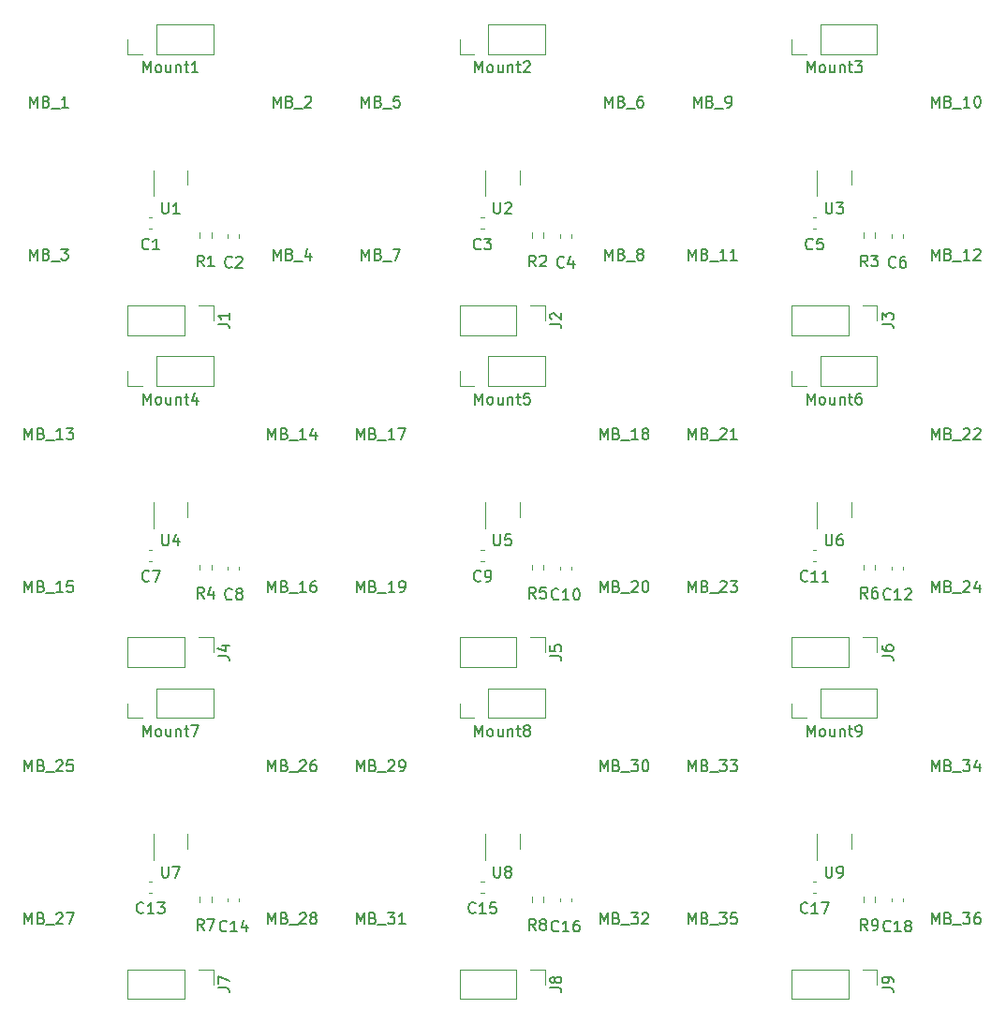
<source format=gbr>
G04 #@! TF.GenerationSoftware,KiCad,Pcbnew,8.0.3*
G04 #@! TF.CreationDate,2024-06-06T13:43:45+09:00*
G04 #@! TF.ProjectId,analog_switch_tester,616e616c-6f67-45f7-9377-697463685f74,1*
G04 #@! TF.SameCoordinates,Original*
G04 #@! TF.FileFunction,Legend,Top*
G04 #@! TF.FilePolarity,Positive*
%FSLAX46Y46*%
G04 Gerber Fmt 4.6, Leading zero omitted, Abs format (unit mm)*
G04 Created by KiCad (PCBNEW 8.0.3) date 2024-06-06 13:43:45*
%MOMM*%
%LPD*%
G01*
G04 APERTURE LIST*
%ADD10C,0.150000*%
%ADD11C,0.120000*%
G04 APERTURE END LIST*
D10*
X100138819Y-106936833D02*
X100853104Y-106936833D01*
X100853104Y-106936833D02*
X100995961Y-106984452D01*
X100995961Y-106984452D02*
X101091200Y-107079690D01*
X101091200Y-107079690D02*
X101138819Y-107222547D01*
X101138819Y-107222547D02*
X101138819Y-107317785D01*
X101138819Y-106413023D02*
X101138819Y-106222547D01*
X101138819Y-106222547D02*
X101091200Y-106127309D01*
X101091200Y-106127309D02*
X101043580Y-106079690D01*
X101043580Y-106079690D02*
X100900723Y-105984452D01*
X100900723Y-105984452D02*
X100710247Y-105936833D01*
X100710247Y-105936833D02*
X100329295Y-105936833D01*
X100329295Y-105936833D02*
X100234057Y-105984452D01*
X100234057Y-105984452D02*
X100186438Y-106032071D01*
X100186438Y-106032071D02*
X100138819Y-106127309D01*
X100138819Y-106127309D02*
X100138819Y-106317785D01*
X100138819Y-106317785D02*
X100186438Y-106413023D01*
X100186438Y-106413023D02*
X100234057Y-106460642D01*
X100234057Y-106460642D02*
X100329295Y-106508261D01*
X100329295Y-106508261D02*
X100567390Y-106508261D01*
X100567390Y-106508261D02*
X100662628Y-106460642D01*
X100662628Y-106460642D02*
X100710247Y-106413023D01*
X100710247Y-106413023D02*
X100757866Y-106317785D01*
X100757866Y-106317785D02*
X100757866Y-106127309D01*
X100757866Y-106127309D02*
X100710247Y-106032071D01*
X100710247Y-106032071D02*
X100662628Y-105984452D01*
X100662628Y-105984452D02*
X100567390Y-105936833D01*
X82647333Y-101158319D02*
X82647333Y-100158319D01*
X82647333Y-100158319D02*
X82980666Y-100872604D01*
X82980666Y-100872604D02*
X83313999Y-100158319D01*
X83313999Y-100158319D02*
X83313999Y-101158319D01*
X84123523Y-100634509D02*
X84266380Y-100682128D01*
X84266380Y-100682128D02*
X84313999Y-100729747D01*
X84313999Y-100729747D02*
X84361618Y-100824985D01*
X84361618Y-100824985D02*
X84361618Y-100967842D01*
X84361618Y-100967842D02*
X84313999Y-101063080D01*
X84313999Y-101063080D02*
X84266380Y-101110700D01*
X84266380Y-101110700D02*
X84171142Y-101158319D01*
X84171142Y-101158319D02*
X83790190Y-101158319D01*
X83790190Y-101158319D02*
X83790190Y-100158319D01*
X83790190Y-100158319D02*
X84123523Y-100158319D01*
X84123523Y-100158319D02*
X84218761Y-100205938D01*
X84218761Y-100205938D02*
X84266380Y-100253557D01*
X84266380Y-100253557D02*
X84313999Y-100348795D01*
X84313999Y-100348795D02*
X84313999Y-100444033D01*
X84313999Y-100444033D02*
X84266380Y-100539271D01*
X84266380Y-100539271D02*
X84218761Y-100586890D01*
X84218761Y-100586890D02*
X84123523Y-100634509D01*
X84123523Y-100634509D02*
X83790190Y-100634509D01*
X84552095Y-101253557D02*
X85313999Y-101253557D01*
X85456857Y-100158319D02*
X86075904Y-100158319D01*
X86075904Y-100158319D02*
X85742571Y-100539271D01*
X85742571Y-100539271D02*
X85885428Y-100539271D01*
X85885428Y-100539271D02*
X85980666Y-100586890D01*
X85980666Y-100586890D02*
X86028285Y-100634509D01*
X86028285Y-100634509D02*
X86075904Y-100729747D01*
X86075904Y-100729747D02*
X86075904Y-100967842D01*
X86075904Y-100967842D02*
X86028285Y-101063080D01*
X86028285Y-101063080D02*
X85980666Y-101110700D01*
X85980666Y-101110700D02*
X85885428Y-101158319D01*
X85885428Y-101158319D02*
X85599714Y-101158319D01*
X85599714Y-101158319D02*
X85504476Y-101110700D01*
X85504476Y-101110700D02*
X85456857Y-101063080D01*
X86980666Y-100158319D02*
X86504476Y-100158319D01*
X86504476Y-100158319D02*
X86456857Y-100634509D01*
X86456857Y-100634509D02*
X86504476Y-100586890D01*
X86504476Y-100586890D02*
X86599714Y-100539271D01*
X86599714Y-100539271D02*
X86837809Y-100539271D01*
X86837809Y-100539271D02*
X86933047Y-100586890D01*
X86933047Y-100586890D02*
X86980666Y-100634509D01*
X86980666Y-100634509D02*
X87028285Y-100729747D01*
X87028285Y-100729747D02*
X87028285Y-100967842D01*
X87028285Y-100967842D02*
X86980666Y-101063080D01*
X86980666Y-101063080D02*
X86933047Y-101110700D01*
X86933047Y-101110700D02*
X86837809Y-101158319D01*
X86837809Y-101158319D02*
X86599714Y-101158319D01*
X86599714Y-101158319D02*
X86504476Y-101110700D01*
X86504476Y-101110700D02*
X86456857Y-101063080D01*
X93361619Y-84198319D02*
X93361619Y-83198319D01*
X93361619Y-83198319D02*
X93694952Y-83912604D01*
X93694952Y-83912604D02*
X94028285Y-83198319D01*
X94028285Y-83198319D02*
X94028285Y-84198319D01*
X94647333Y-84198319D02*
X94552095Y-84150700D01*
X94552095Y-84150700D02*
X94504476Y-84103080D01*
X94504476Y-84103080D02*
X94456857Y-84007842D01*
X94456857Y-84007842D02*
X94456857Y-83722128D01*
X94456857Y-83722128D02*
X94504476Y-83626890D01*
X94504476Y-83626890D02*
X94552095Y-83579271D01*
X94552095Y-83579271D02*
X94647333Y-83531652D01*
X94647333Y-83531652D02*
X94790190Y-83531652D01*
X94790190Y-83531652D02*
X94885428Y-83579271D01*
X94885428Y-83579271D02*
X94933047Y-83626890D01*
X94933047Y-83626890D02*
X94980666Y-83722128D01*
X94980666Y-83722128D02*
X94980666Y-84007842D01*
X94980666Y-84007842D02*
X94933047Y-84103080D01*
X94933047Y-84103080D02*
X94885428Y-84150700D01*
X94885428Y-84150700D02*
X94790190Y-84198319D01*
X94790190Y-84198319D02*
X94647333Y-84198319D01*
X95837809Y-83531652D02*
X95837809Y-84198319D01*
X95409238Y-83531652D02*
X95409238Y-84055461D01*
X95409238Y-84055461D02*
X95456857Y-84150700D01*
X95456857Y-84150700D02*
X95552095Y-84198319D01*
X95552095Y-84198319D02*
X95694952Y-84198319D01*
X95694952Y-84198319D02*
X95790190Y-84150700D01*
X95790190Y-84150700D02*
X95837809Y-84103080D01*
X96314000Y-83531652D02*
X96314000Y-84198319D01*
X96314000Y-83626890D02*
X96361619Y-83579271D01*
X96361619Y-83579271D02*
X96456857Y-83531652D01*
X96456857Y-83531652D02*
X96599714Y-83531652D01*
X96599714Y-83531652D02*
X96694952Y-83579271D01*
X96694952Y-83579271D02*
X96742571Y-83674509D01*
X96742571Y-83674509D02*
X96742571Y-84198319D01*
X97075905Y-83531652D02*
X97456857Y-83531652D01*
X97218762Y-83198319D02*
X97218762Y-84055461D01*
X97218762Y-84055461D02*
X97266381Y-84150700D01*
X97266381Y-84150700D02*
X97361619Y-84198319D01*
X97361619Y-84198319D02*
X97456857Y-84198319D01*
X97837810Y-84198319D02*
X98028286Y-84198319D01*
X98028286Y-84198319D02*
X98123524Y-84150700D01*
X98123524Y-84150700D02*
X98171143Y-84103080D01*
X98171143Y-84103080D02*
X98266381Y-83960223D01*
X98266381Y-83960223D02*
X98314000Y-83769747D01*
X98314000Y-83769747D02*
X98314000Y-83388795D01*
X98314000Y-83388795D02*
X98266381Y-83293557D01*
X98266381Y-83293557D02*
X98218762Y-83245938D01*
X98218762Y-83245938D02*
X98123524Y-83198319D01*
X98123524Y-83198319D02*
X97933048Y-83198319D01*
X97933048Y-83198319D02*
X97837810Y-83245938D01*
X97837810Y-83245938D02*
X97790191Y-83293557D01*
X97790191Y-83293557D02*
X97742572Y-83388795D01*
X97742572Y-83388795D02*
X97742572Y-83626890D01*
X97742572Y-83626890D02*
X97790191Y-83722128D01*
X97790191Y-83722128D02*
X97837810Y-83769747D01*
X97837810Y-83769747D02*
X97933048Y-83817366D01*
X97933048Y-83817366D02*
X98123524Y-83817366D01*
X98123524Y-83817366D02*
X98218762Y-83769747D01*
X98218762Y-83769747D02*
X98266381Y-83722128D01*
X98266381Y-83722128D02*
X98314000Y-83626890D01*
X100886142Y-101756080D02*
X100838523Y-101803700D01*
X100838523Y-101803700D02*
X100695666Y-101851319D01*
X100695666Y-101851319D02*
X100600428Y-101851319D01*
X100600428Y-101851319D02*
X100457571Y-101803700D01*
X100457571Y-101803700D02*
X100362333Y-101708461D01*
X100362333Y-101708461D02*
X100314714Y-101613223D01*
X100314714Y-101613223D02*
X100267095Y-101422747D01*
X100267095Y-101422747D02*
X100267095Y-101279890D01*
X100267095Y-101279890D02*
X100314714Y-101089414D01*
X100314714Y-101089414D02*
X100362333Y-100994176D01*
X100362333Y-100994176D02*
X100457571Y-100898938D01*
X100457571Y-100898938D02*
X100600428Y-100851319D01*
X100600428Y-100851319D02*
X100695666Y-100851319D01*
X100695666Y-100851319D02*
X100838523Y-100898938D01*
X100838523Y-100898938D02*
X100886142Y-100946557D01*
X101838523Y-101851319D02*
X101267095Y-101851319D01*
X101552809Y-101851319D02*
X101552809Y-100851319D01*
X101552809Y-100851319D02*
X101457571Y-100994176D01*
X101457571Y-100994176D02*
X101362333Y-101089414D01*
X101362333Y-101089414D02*
X101267095Y-101137033D01*
X102409952Y-101279890D02*
X102314714Y-101232271D01*
X102314714Y-101232271D02*
X102267095Y-101184652D01*
X102267095Y-101184652D02*
X102219476Y-101089414D01*
X102219476Y-101089414D02*
X102219476Y-101041795D01*
X102219476Y-101041795D02*
X102267095Y-100946557D01*
X102267095Y-100946557D02*
X102314714Y-100898938D01*
X102314714Y-100898938D02*
X102409952Y-100851319D01*
X102409952Y-100851319D02*
X102600428Y-100851319D01*
X102600428Y-100851319D02*
X102695666Y-100898938D01*
X102695666Y-100898938D02*
X102743285Y-100946557D01*
X102743285Y-100946557D02*
X102790904Y-101041795D01*
X102790904Y-101041795D02*
X102790904Y-101089414D01*
X102790904Y-101089414D02*
X102743285Y-101184652D01*
X102743285Y-101184652D02*
X102695666Y-101232271D01*
X102695666Y-101232271D02*
X102600428Y-101279890D01*
X102600428Y-101279890D02*
X102409952Y-101279890D01*
X102409952Y-101279890D02*
X102314714Y-101327509D01*
X102314714Y-101327509D02*
X102267095Y-101375128D01*
X102267095Y-101375128D02*
X102219476Y-101470366D01*
X102219476Y-101470366D02*
X102219476Y-101660842D01*
X102219476Y-101660842D02*
X102267095Y-101756080D01*
X102267095Y-101756080D02*
X102314714Y-101803700D01*
X102314714Y-101803700D02*
X102409952Y-101851319D01*
X102409952Y-101851319D02*
X102600428Y-101851319D01*
X102600428Y-101851319D02*
X102695666Y-101803700D01*
X102695666Y-101803700D02*
X102743285Y-101756080D01*
X102743285Y-101756080D02*
X102790904Y-101660842D01*
X102790904Y-101660842D02*
X102790904Y-101470366D01*
X102790904Y-101470366D02*
X102743285Y-101375128D01*
X102743285Y-101375128D02*
X102695666Y-101327509D01*
X102695666Y-101327509D02*
X102600428Y-101279890D01*
X104647333Y-87358319D02*
X104647333Y-86358319D01*
X104647333Y-86358319D02*
X104980666Y-87072604D01*
X104980666Y-87072604D02*
X105313999Y-86358319D01*
X105313999Y-86358319D02*
X105313999Y-87358319D01*
X106123523Y-86834509D02*
X106266380Y-86882128D01*
X106266380Y-86882128D02*
X106313999Y-86929747D01*
X106313999Y-86929747D02*
X106361618Y-87024985D01*
X106361618Y-87024985D02*
X106361618Y-87167842D01*
X106361618Y-87167842D02*
X106313999Y-87263080D01*
X106313999Y-87263080D02*
X106266380Y-87310700D01*
X106266380Y-87310700D02*
X106171142Y-87358319D01*
X106171142Y-87358319D02*
X105790190Y-87358319D01*
X105790190Y-87358319D02*
X105790190Y-86358319D01*
X105790190Y-86358319D02*
X106123523Y-86358319D01*
X106123523Y-86358319D02*
X106218761Y-86405938D01*
X106218761Y-86405938D02*
X106266380Y-86453557D01*
X106266380Y-86453557D02*
X106313999Y-86548795D01*
X106313999Y-86548795D02*
X106313999Y-86644033D01*
X106313999Y-86644033D02*
X106266380Y-86739271D01*
X106266380Y-86739271D02*
X106218761Y-86786890D01*
X106218761Y-86786890D02*
X106123523Y-86834509D01*
X106123523Y-86834509D02*
X105790190Y-86834509D01*
X106552095Y-87453557D02*
X107313999Y-87453557D01*
X107456857Y-86358319D02*
X108075904Y-86358319D01*
X108075904Y-86358319D02*
X107742571Y-86739271D01*
X107742571Y-86739271D02*
X107885428Y-86739271D01*
X107885428Y-86739271D02*
X107980666Y-86786890D01*
X107980666Y-86786890D02*
X108028285Y-86834509D01*
X108028285Y-86834509D02*
X108075904Y-86929747D01*
X108075904Y-86929747D02*
X108075904Y-87167842D01*
X108075904Y-87167842D02*
X108028285Y-87263080D01*
X108028285Y-87263080D02*
X107980666Y-87310700D01*
X107980666Y-87310700D02*
X107885428Y-87358319D01*
X107885428Y-87358319D02*
X107599714Y-87358319D01*
X107599714Y-87358319D02*
X107504476Y-87310700D01*
X107504476Y-87310700D02*
X107456857Y-87263080D01*
X108933047Y-86691652D02*
X108933047Y-87358319D01*
X108694952Y-86310700D02*
X108456857Y-87024985D01*
X108456857Y-87024985D02*
X109075904Y-87024985D01*
X95052095Y-95958319D02*
X95052095Y-96767842D01*
X95052095Y-96767842D02*
X95099714Y-96863080D01*
X95099714Y-96863080D02*
X95147333Y-96910700D01*
X95147333Y-96910700D02*
X95242571Y-96958319D01*
X95242571Y-96958319D02*
X95433047Y-96958319D01*
X95433047Y-96958319D02*
X95528285Y-96910700D01*
X95528285Y-96910700D02*
X95575904Y-96863080D01*
X95575904Y-96863080D02*
X95623523Y-96767842D01*
X95623523Y-96767842D02*
X95623523Y-95958319D01*
X96147333Y-96958319D02*
X96337809Y-96958319D01*
X96337809Y-96958319D02*
X96433047Y-96910700D01*
X96433047Y-96910700D02*
X96480666Y-96863080D01*
X96480666Y-96863080D02*
X96575904Y-96720223D01*
X96575904Y-96720223D02*
X96623523Y-96529747D01*
X96623523Y-96529747D02*
X96623523Y-96148795D01*
X96623523Y-96148795D02*
X96575904Y-96053557D01*
X96575904Y-96053557D02*
X96528285Y-96005938D01*
X96528285Y-96005938D02*
X96433047Y-95958319D01*
X96433047Y-95958319D02*
X96242571Y-95958319D01*
X96242571Y-95958319D02*
X96147333Y-96005938D01*
X96147333Y-96005938D02*
X96099714Y-96053557D01*
X96099714Y-96053557D02*
X96052095Y-96148795D01*
X96052095Y-96148795D02*
X96052095Y-96386890D01*
X96052095Y-96386890D02*
X96099714Y-96482128D01*
X96099714Y-96482128D02*
X96147333Y-96529747D01*
X96147333Y-96529747D02*
X96242571Y-96577366D01*
X96242571Y-96577366D02*
X96433047Y-96577366D01*
X96433047Y-96577366D02*
X96528285Y-96529747D01*
X96528285Y-96529747D02*
X96575904Y-96482128D01*
X96575904Y-96482128D02*
X96623523Y-96386890D01*
X98822333Y-101729819D02*
X98489000Y-101253628D01*
X98250905Y-101729819D02*
X98250905Y-100729819D01*
X98250905Y-100729819D02*
X98631857Y-100729819D01*
X98631857Y-100729819D02*
X98727095Y-100777438D01*
X98727095Y-100777438D02*
X98774714Y-100825057D01*
X98774714Y-100825057D02*
X98822333Y-100920295D01*
X98822333Y-100920295D02*
X98822333Y-101063152D01*
X98822333Y-101063152D02*
X98774714Y-101158390D01*
X98774714Y-101158390D02*
X98727095Y-101206009D01*
X98727095Y-101206009D02*
X98631857Y-101253628D01*
X98631857Y-101253628D02*
X98250905Y-101253628D01*
X99298524Y-101729819D02*
X99489000Y-101729819D01*
X99489000Y-101729819D02*
X99584238Y-101682200D01*
X99584238Y-101682200D02*
X99631857Y-101634580D01*
X99631857Y-101634580D02*
X99727095Y-101491723D01*
X99727095Y-101491723D02*
X99774714Y-101301247D01*
X99774714Y-101301247D02*
X99774714Y-100920295D01*
X99774714Y-100920295D02*
X99727095Y-100825057D01*
X99727095Y-100825057D02*
X99679476Y-100777438D01*
X99679476Y-100777438D02*
X99584238Y-100729819D01*
X99584238Y-100729819D02*
X99393762Y-100729819D01*
X99393762Y-100729819D02*
X99298524Y-100777438D01*
X99298524Y-100777438D02*
X99250905Y-100825057D01*
X99250905Y-100825057D02*
X99203286Y-100920295D01*
X99203286Y-100920295D02*
X99203286Y-101158390D01*
X99203286Y-101158390D02*
X99250905Y-101253628D01*
X99250905Y-101253628D02*
X99298524Y-101301247D01*
X99298524Y-101301247D02*
X99393762Y-101348866D01*
X99393762Y-101348866D02*
X99584238Y-101348866D01*
X99584238Y-101348866D02*
X99679476Y-101301247D01*
X99679476Y-101301247D02*
X99727095Y-101253628D01*
X99727095Y-101253628D02*
X99774714Y-101158390D01*
X104647333Y-101158319D02*
X104647333Y-100158319D01*
X104647333Y-100158319D02*
X104980666Y-100872604D01*
X104980666Y-100872604D02*
X105313999Y-100158319D01*
X105313999Y-100158319D02*
X105313999Y-101158319D01*
X106123523Y-100634509D02*
X106266380Y-100682128D01*
X106266380Y-100682128D02*
X106313999Y-100729747D01*
X106313999Y-100729747D02*
X106361618Y-100824985D01*
X106361618Y-100824985D02*
X106361618Y-100967842D01*
X106361618Y-100967842D02*
X106313999Y-101063080D01*
X106313999Y-101063080D02*
X106266380Y-101110700D01*
X106266380Y-101110700D02*
X106171142Y-101158319D01*
X106171142Y-101158319D02*
X105790190Y-101158319D01*
X105790190Y-101158319D02*
X105790190Y-100158319D01*
X105790190Y-100158319D02*
X106123523Y-100158319D01*
X106123523Y-100158319D02*
X106218761Y-100205938D01*
X106218761Y-100205938D02*
X106266380Y-100253557D01*
X106266380Y-100253557D02*
X106313999Y-100348795D01*
X106313999Y-100348795D02*
X106313999Y-100444033D01*
X106313999Y-100444033D02*
X106266380Y-100539271D01*
X106266380Y-100539271D02*
X106218761Y-100586890D01*
X106218761Y-100586890D02*
X106123523Y-100634509D01*
X106123523Y-100634509D02*
X105790190Y-100634509D01*
X106552095Y-101253557D02*
X107313999Y-101253557D01*
X107456857Y-100158319D02*
X108075904Y-100158319D01*
X108075904Y-100158319D02*
X107742571Y-100539271D01*
X107742571Y-100539271D02*
X107885428Y-100539271D01*
X107885428Y-100539271D02*
X107980666Y-100586890D01*
X107980666Y-100586890D02*
X108028285Y-100634509D01*
X108028285Y-100634509D02*
X108075904Y-100729747D01*
X108075904Y-100729747D02*
X108075904Y-100967842D01*
X108075904Y-100967842D02*
X108028285Y-101063080D01*
X108028285Y-101063080D02*
X107980666Y-101110700D01*
X107980666Y-101110700D02*
X107885428Y-101158319D01*
X107885428Y-101158319D02*
X107599714Y-101158319D01*
X107599714Y-101158319D02*
X107504476Y-101110700D01*
X107504476Y-101110700D02*
X107456857Y-101063080D01*
X108933047Y-100158319D02*
X108742571Y-100158319D01*
X108742571Y-100158319D02*
X108647333Y-100205938D01*
X108647333Y-100205938D02*
X108599714Y-100253557D01*
X108599714Y-100253557D02*
X108504476Y-100396414D01*
X108504476Y-100396414D02*
X108456857Y-100586890D01*
X108456857Y-100586890D02*
X108456857Y-100967842D01*
X108456857Y-100967842D02*
X108504476Y-101063080D01*
X108504476Y-101063080D02*
X108552095Y-101110700D01*
X108552095Y-101110700D02*
X108647333Y-101158319D01*
X108647333Y-101158319D02*
X108837809Y-101158319D01*
X108837809Y-101158319D02*
X108933047Y-101110700D01*
X108933047Y-101110700D02*
X108980666Y-101063080D01*
X108980666Y-101063080D02*
X109028285Y-100967842D01*
X109028285Y-100967842D02*
X109028285Y-100729747D01*
X109028285Y-100729747D02*
X108980666Y-100634509D01*
X108980666Y-100634509D02*
X108933047Y-100586890D01*
X108933047Y-100586890D02*
X108837809Y-100539271D01*
X108837809Y-100539271D02*
X108647333Y-100539271D01*
X108647333Y-100539271D02*
X108552095Y-100586890D01*
X108552095Y-100586890D02*
X108504476Y-100634509D01*
X108504476Y-100634509D02*
X108456857Y-100729747D01*
X93380142Y-100110580D02*
X93332523Y-100158200D01*
X93332523Y-100158200D02*
X93189666Y-100205819D01*
X93189666Y-100205819D02*
X93094428Y-100205819D01*
X93094428Y-100205819D02*
X92951571Y-100158200D01*
X92951571Y-100158200D02*
X92856333Y-100062961D01*
X92856333Y-100062961D02*
X92808714Y-99967723D01*
X92808714Y-99967723D02*
X92761095Y-99777247D01*
X92761095Y-99777247D02*
X92761095Y-99634390D01*
X92761095Y-99634390D02*
X92808714Y-99443914D01*
X92808714Y-99443914D02*
X92856333Y-99348676D01*
X92856333Y-99348676D02*
X92951571Y-99253438D01*
X92951571Y-99253438D02*
X93094428Y-99205819D01*
X93094428Y-99205819D02*
X93189666Y-99205819D01*
X93189666Y-99205819D02*
X93332523Y-99253438D01*
X93332523Y-99253438D02*
X93380142Y-99301057D01*
X94332523Y-100205819D02*
X93761095Y-100205819D01*
X94046809Y-100205819D02*
X94046809Y-99205819D01*
X94046809Y-99205819D02*
X93951571Y-99348676D01*
X93951571Y-99348676D02*
X93856333Y-99443914D01*
X93856333Y-99443914D02*
X93761095Y-99491533D01*
X94665857Y-99205819D02*
X95332523Y-99205819D01*
X95332523Y-99205819D02*
X94903952Y-100205819D01*
X82647333Y-87358319D02*
X82647333Y-86358319D01*
X82647333Y-86358319D02*
X82980666Y-87072604D01*
X82980666Y-87072604D02*
X83313999Y-86358319D01*
X83313999Y-86358319D02*
X83313999Y-87358319D01*
X84123523Y-86834509D02*
X84266380Y-86882128D01*
X84266380Y-86882128D02*
X84313999Y-86929747D01*
X84313999Y-86929747D02*
X84361618Y-87024985D01*
X84361618Y-87024985D02*
X84361618Y-87167842D01*
X84361618Y-87167842D02*
X84313999Y-87263080D01*
X84313999Y-87263080D02*
X84266380Y-87310700D01*
X84266380Y-87310700D02*
X84171142Y-87358319D01*
X84171142Y-87358319D02*
X83790190Y-87358319D01*
X83790190Y-87358319D02*
X83790190Y-86358319D01*
X83790190Y-86358319D02*
X84123523Y-86358319D01*
X84123523Y-86358319D02*
X84218761Y-86405938D01*
X84218761Y-86405938D02*
X84266380Y-86453557D01*
X84266380Y-86453557D02*
X84313999Y-86548795D01*
X84313999Y-86548795D02*
X84313999Y-86644033D01*
X84313999Y-86644033D02*
X84266380Y-86739271D01*
X84266380Y-86739271D02*
X84218761Y-86786890D01*
X84218761Y-86786890D02*
X84123523Y-86834509D01*
X84123523Y-86834509D02*
X83790190Y-86834509D01*
X84552095Y-87453557D02*
X85313999Y-87453557D01*
X85456857Y-86358319D02*
X86075904Y-86358319D01*
X86075904Y-86358319D02*
X85742571Y-86739271D01*
X85742571Y-86739271D02*
X85885428Y-86739271D01*
X85885428Y-86739271D02*
X85980666Y-86786890D01*
X85980666Y-86786890D02*
X86028285Y-86834509D01*
X86028285Y-86834509D02*
X86075904Y-86929747D01*
X86075904Y-86929747D02*
X86075904Y-87167842D01*
X86075904Y-87167842D02*
X86028285Y-87263080D01*
X86028285Y-87263080D02*
X85980666Y-87310700D01*
X85980666Y-87310700D02*
X85885428Y-87358319D01*
X85885428Y-87358319D02*
X85599714Y-87358319D01*
X85599714Y-87358319D02*
X85504476Y-87310700D01*
X85504476Y-87310700D02*
X85456857Y-87263080D01*
X86409238Y-86358319D02*
X87028285Y-86358319D01*
X87028285Y-86358319D02*
X86694952Y-86739271D01*
X86694952Y-86739271D02*
X86837809Y-86739271D01*
X86837809Y-86739271D02*
X86933047Y-86786890D01*
X86933047Y-86786890D02*
X86980666Y-86834509D01*
X86980666Y-86834509D02*
X87028285Y-86929747D01*
X87028285Y-86929747D02*
X87028285Y-87167842D01*
X87028285Y-87167842D02*
X86980666Y-87263080D01*
X86980666Y-87263080D02*
X86933047Y-87310700D01*
X86933047Y-87310700D02*
X86837809Y-87358319D01*
X86837809Y-87358319D02*
X86552095Y-87358319D01*
X86552095Y-87358319D02*
X86456857Y-87310700D01*
X86456857Y-87310700D02*
X86409238Y-87263080D01*
X70138819Y-106936833D02*
X70853104Y-106936833D01*
X70853104Y-106936833D02*
X70995961Y-106984452D01*
X70995961Y-106984452D02*
X71091200Y-107079690D01*
X71091200Y-107079690D02*
X71138819Y-107222547D01*
X71138819Y-107222547D02*
X71138819Y-107317785D01*
X70567390Y-106317785D02*
X70519771Y-106413023D01*
X70519771Y-106413023D02*
X70472152Y-106460642D01*
X70472152Y-106460642D02*
X70376914Y-106508261D01*
X70376914Y-106508261D02*
X70329295Y-106508261D01*
X70329295Y-106508261D02*
X70234057Y-106460642D01*
X70234057Y-106460642D02*
X70186438Y-106413023D01*
X70186438Y-106413023D02*
X70138819Y-106317785D01*
X70138819Y-106317785D02*
X70138819Y-106127309D01*
X70138819Y-106127309D02*
X70186438Y-106032071D01*
X70186438Y-106032071D02*
X70234057Y-105984452D01*
X70234057Y-105984452D02*
X70329295Y-105936833D01*
X70329295Y-105936833D02*
X70376914Y-105936833D01*
X70376914Y-105936833D02*
X70472152Y-105984452D01*
X70472152Y-105984452D02*
X70519771Y-106032071D01*
X70519771Y-106032071D02*
X70567390Y-106127309D01*
X70567390Y-106127309D02*
X70567390Y-106317785D01*
X70567390Y-106317785D02*
X70615009Y-106413023D01*
X70615009Y-106413023D02*
X70662628Y-106460642D01*
X70662628Y-106460642D02*
X70757866Y-106508261D01*
X70757866Y-106508261D02*
X70948342Y-106508261D01*
X70948342Y-106508261D02*
X71043580Y-106460642D01*
X71043580Y-106460642D02*
X71091200Y-106413023D01*
X71091200Y-106413023D02*
X71138819Y-106317785D01*
X71138819Y-106317785D02*
X71138819Y-106127309D01*
X71138819Y-106127309D02*
X71091200Y-106032071D01*
X71091200Y-106032071D02*
X71043580Y-105984452D01*
X71043580Y-105984452D02*
X70948342Y-105936833D01*
X70948342Y-105936833D02*
X70757866Y-105936833D01*
X70757866Y-105936833D02*
X70662628Y-105984452D01*
X70662628Y-105984452D02*
X70615009Y-106032071D01*
X70615009Y-106032071D02*
X70567390Y-106127309D01*
X52647333Y-101158319D02*
X52647333Y-100158319D01*
X52647333Y-100158319D02*
X52980666Y-100872604D01*
X52980666Y-100872604D02*
X53313999Y-100158319D01*
X53313999Y-100158319D02*
X53313999Y-101158319D01*
X54123523Y-100634509D02*
X54266380Y-100682128D01*
X54266380Y-100682128D02*
X54313999Y-100729747D01*
X54313999Y-100729747D02*
X54361618Y-100824985D01*
X54361618Y-100824985D02*
X54361618Y-100967842D01*
X54361618Y-100967842D02*
X54313999Y-101063080D01*
X54313999Y-101063080D02*
X54266380Y-101110700D01*
X54266380Y-101110700D02*
X54171142Y-101158319D01*
X54171142Y-101158319D02*
X53790190Y-101158319D01*
X53790190Y-101158319D02*
X53790190Y-100158319D01*
X53790190Y-100158319D02*
X54123523Y-100158319D01*
X54123523Y-100158319D02*
X54218761Y-100205938D01*
X54218761Y-100205938D02*
X54266380Y-100253557D01*
X54266380Y-100253557D02*
X54313999Y-100348795D01*
X54313999Y-100348795D02*
X54313999Y-100444033D01*
X54313999Y-100444033D02*
X54266380Y-100539271D01*
X54266380Y-100539271D02*
X54218761Y-100586890D01*
X54218761Y-100586890D02*
X54123523Y-100634509D01*
X54123523Y-100634509D02*
X53790190Y-100634509D01*
X54552095Y-101253557D02*
X55313999Y-101253557D01*
X55456857Y-100158319D02*
X56075904Y-100158319D01*
X56075904Y-100158319D02*
X55742571Y-100539271D01*
X55742571Y-100539271D02*
X55885428Y-100539271D01*
X55885428Y-100539271D02*
X55980666Y-100586890D01*
X55980666Y-100586890D02*
X56028285Y-100634509D01*
X56028285Y-100634509D02*
X56075904Y-100729747D01*
X56075904Y-100729747D02*
X56075904Y-100967842D01*
X56075904Y-100967842D02*
X56028285Y-101063080D01*
X56028285Y-101063080D02*
X55980666Y-101110700D01*
X55980666Y-101110700D02*
X55885428Y-101158319D01*
X55885428Y-101158319D02*
X55599714Y-101158319D01*
X55599714Y-101158319D02*
X55504476Y-101110700D01*
X55504476Y-101110700D02*
X55456857Y-101063080D01*
X57028285Y-101158319D02*
X56456857Y-101158319D01*
X56742571Y-101158319D02*
X56742571Y-100158319D01*
X56742571Y-100158319D02*
X56647333Y-100301176D01*
X56647333Y-100301176D02*
X56552095Y-100396414D01*
X56552095Y-100396414D02*
X56456857Y-100444033D01*
X63361619Y-84198319D02*
X63361619Y-83198319D01*
X63361619Y-83198319D02*
X63694952Y-83912604D01*
X63694952Y-83912604D02*
X64028285Y-83198319D01*
X64028285Y-83198319D02*
X64028285Y-84198319D01*
X64647333Y-84198319D02*
X64552095Y-84150700D01*
X64552095Y-84150700D02*
X64504476Y-84103080D01*
X64504476Y-84103080D02*
X64456857Y-84007842D01*
X64456857Y-84007842D02*
X64456857Y-83722128D01*
X64456857Y-83722128D02*
X64504476Y-83626890D01*
X64504476Y-83626890D02*
X64552095Y-83579271D01*
X64552095Y-83579271D02*
X64647333Y-83531652D01*
X64647333Y-83531652D02*
X64790190Y-83531652D01*
X64790190Y-83531652D02*
X64885428Y-83579271D01*
X64885428Y-83579271D02*
X64933047Y-83626890D01*
X64933047Y-83626890D02*
X64980666Y-83722128D01*
X64980666Y-83722128D02*
X64980666Y-84007842D01*
X64980666Y-84007842D02*
X64933047Y-84103080D01*
X64933047Y-84103080D02*
X64885428Y-84150700D01*
X64885428Y-84150700D02*
X64790190Y-84198319D01*
X64790190Y-84198319D02*
X64647333Y-84198319D01*
X65837809Y-83531652D02*
X65837809Y-84198319D01*
X65409238Y-83531652D02*
X65409238Y-84055461D01*
X65409238Y-84055461D02*
X65456857Y-84150700D01*
X65456857Y-84150700D02*
X65552095Y-84198319D01*
X65552095Y-84198319D02*
X65694952Y-84198319D01*
X65694952Y-84198319D02*
X65790190Y-84150700D01*
X65790190Y-84150700D02*
X65837809Y-84103080D01*
X66314000Y-83531652D02*
X66314000Y-84198319D01*
X66314000Y-83626890D02*
X66361619Y-83579271D01*
X66361619Y-83579271D02*
X66456857Y-83531652D01*
X66456857Y-83531652D02*
X66599714Y-83531652D01*
X66599714Y-83531652D02*
X66694952Y-83579271D01*
X66694952Y-83579271D02*
X66742571Y-83674509D01*
X66742571Y-83674509D02*
X66742571Y-84198319D01*
X67075905Y-83531652D02*
X67456857Y-83531652D01*
X67218762Y-83198319D02*
X67218762Y-84055461D01*
X67218762Y-84055461D02*
X67266381Y-84150700D01*
X67266381Y-84150700D02*
X67361619Y-84198319D01*
X67361619Y-84198319D02*
X67456857Y-84198319D01*
X67933048Y-83626890D02*
X67837810Y-83579271D01*
X67837810Y-83579271D02*
X67790191Y-83531652D01*
X67790191Y-83531652D02*
X67742572Y-83436414D01*
X67742572Y-83436414D02*
X67742572Y-83388795D01*
X67742572Y-83388795D02*
X67790191Y-83293557D01*
X67790191Y-83293557D02*
X67837810Y-83245938D01*
X67837810Y-83245938D02*
X67933048Y-83198319D01*
X67933048Y-83198319D02*
X68123524Y-83198319D01*
X68123524Y-83198319D02*
X68218762Y-83245938D01*
X68218762Y-83245938D02*
X68266381Y-83293557D01*
X68266381Y-83293557D02*
X68314000Y-83388795D01*
X68314000Y-83388795D02*
X68314000Y-83436414D01*
X68314000Y-83436414D02*
X68266381Y-83531652D01*
X68266381Y-83531652D02*
X68218762Y-83579271D01*
X68218762Y-83579271D02*
X68123524Y-83626890D01*
X68123524Y-83626890D02*
X67933048Y-83626890D01*
X67933048Y-83626890D02*
X67837810Y-83674509D01*
X67837810Y-83674509D02*
X67790191Y-83722128D01*
X67790191Y-83722128D02*
X67742572Y-83817366D01*
X67742572Y-83817366D02*
X67742572Y-84007842D01*
X67742572Y-84007842D02*
X67790191Y-84103080D01*
X67790191Y-84103080D02*
X67837810Y-84150700D01*
X67837810Y-84150700D02*
X67933048Y-84198319D01*
X67933048Y-84198319D02*
X68123524Y-84198319D01*
X68123524Y-84198319D02*
X68218762Y-84150700D01*
X68218762Y-84150700D02*
X68266381Y-84103080D01*
X68266381Y-84103080D02*
X68314000Y-84007842D01*
X68314000Y-84007842D02*
X68314000Y-83817366D01*
X68314000Y-83817366D02*
X68266381Y-83722128D01*
X68266381Y-83722128D02*
X68218762Y-83674509D01*
X68218762Y-83674509D02*
X68123524Y-83626890D01*
X70886142Y-101756080D02*
X70838523Y-101803700D01*
X70838523Y-101803700D02*
X70695666Y-101851319D01*
X70695666Y-101851319D02*
X70600428Y-101851319D01*
X70600428Y-101851319D02*
X70457571Y-101803700D01*
X70457571Y-101803700D02*
X70362333Y-101708461D01*
X70362333Y-101708461D02*
X70314714Y-101613223D01*
X70314714Y-101613223D02*
X70267095Y-101422747D01*
X70267095Y-101422747D02*
X70267095Y-101279890D01*
X70267095Y-101279890D02*
X70314714Y-101089414D01*
X70314714Y-101089414D02*
X70362333Y-100994176D01*
X70362333Y-100994176D02*
X70457571Y-100898938D01*
X70457571Y-100898938D02*
X70600428Y-100851319D01*
X70600428Y-100851319D02*
X70695666Y-100851319D01*
X70695666Y-100851319D02*
X70838523Y-100898938D01*
X70838523Y-100898938D02*
X70886142Y-100946557D01*
X71838523Y-101851319D02*
X71267095Y-101851319D01*
X71552809Y-101851319D02*
X71552809Y-100851319D01*
X71552809Y-100851319D02*
X71457571Y-100994176D01*
X71457571Y-100994176D02*
X71362333Y-101089414D01*
X71362333Y-101089414D02*
X71267095Y-101137033D01*
X72695666Y-100851319D02*
X72505190Y-100851319D01*
X72505190Y-100851319D02*
X72409952Y-100898938D01*
X72409952Y-100898938D02*
X72362333Y-100946557D01*
X72362333Y-100946557D02*
X72267095Y-101089414D01*
X72267095Y-101089414D02*
X72219476Y-101279890D01*
X72219476Y-101279890D02*
X72219476Y-101660842D01*
X72219476Y-101660842D02*
X72267095Y-101756080D01*
X72267095Y-101756080D02*
X72314714Y-101803700D01*
X72314714Y-101803700D02*
X72409952Y-101851319D01*
X72409952Y-101851319D02*
X72600428Y-101851319D01*
X72600428Y-101851319D02*
X72695666Y-101803700D01*
X72695666Y-101803700D02*
X72743285Y-101756080D01*
X72743285Y-101756080D02*
X72790904Y-101660842D01*
X72790904Y-101660842D02*
X72790904Y-101422747D01*
X72790904Y-101422747D02*
X72743285Y-101327509D01*
X72743285Y-101327509D02*
X72695666Y-101279890D01*
X72695666Y-101279890D02*
X72600428Y-101232271D01*
X72600428Y-101232271D02*
X72409952Y-101232271D01*
X72409952Y-101232271D02*
X72314714Y-101279890D01*
X72314714Y-101279890D02*
X72267095Y-101327509D01*
X72267095Y-101327509D02*
X72219476Y-101422747D01*
X74647333Y-87358319D02*
X74647333Y-86358319D01*
X74647333Y-86358319D02*
X74980666Y-87072604D01*
X74980666Y-87072604D02*
X75313999Y-86358319D01*
X75313999Y-86358319D02*
X75313999Y-87358319D01*
X76123523Y-86834509D02*
X76266380Y-86882128D01*
X76266380Y-86882128D02*
X76313999Y-86929747D01*
X76313999Y-86929747D02*
X76361618Y-87024985D01*
X76361618Y-87024985D02*
X76361618Y-87167842D01*
X76361618Y-87167842D02*
X76313999Y-87263080D01*
X76313999Y-87263080D02*
X76266380Y-87310700D01*
X76266380Y-87310700D02*
X76171142Y-87358319D01*
X76171142Y-87358319D02*
X75790190Y-87358319D01*
X75790190Y-87358319D02*
X75790190Y-86358319D01*
X75790190Y-86358319D02*
X76123523Y-86358319D01*
X76123523Y-86358319D02*
X76218761Y-86405938D01*
X76218761Y-86405938D02*
X76266380Y-86453557D01*
X76266380Y-86453557D02*
X76313999Y-86548795D01*
X76313999Y-86548795D02*
X76313999Y-86644033D01*
X76313999Y-86644033D02*
X76266380Y-86739271D01*
X76266380Y-86739271D02*
X76218761Y-86786890D01*
X76218761Y-86786890D02*
X76123523Y-86834509D01*
X76123523Y-86834509D02*
X75790190Y-86834509D01*
X76552095Y-87453557D02*
X77313999Y-87453557D01*
X77456857Y-86358319D02*
X78075904Y-86358319D01*
X78075904Y-86358319D02*
X77742571Y-86739271D01*
X77742571Y-86739271D02*
X77885428Y-86739271D01*
X77885428Y-86739271D02*
X77980666Y-86786890D01*
X77980666Y-86786890D02*
X78028285Y-86834509D01*
X78028285Y-86834509D02*
X78075904Y-86929747D01*
X78075904Y-86929747D02*
X78075904Y-87167842D01*
X78075904Y-87167842D02*
X78028285Y-87263080D01*
X78028285Y-87263080D02*
X77980666Y-87310700D01*
X77980666Y-87310700D02*
X77885428Y-87358319D01*
X77885428Y-87358319D02*
X77599714Y-87358319D01*
X77599714Y-87358319D02*
X77504476Y-87310700D01*
X77504476Y-87310700D02*
X77456857Y-87263080D01*
X78694952Y-86358319D02*
X78790190Y-86358319D01*
X78790190Y-86358319D02*
X78885428Y-86405938D01*
X78885428Y-86405938D02*
X78933047Y-86453557D01*
X78933047Y-86453557D02*
X78980666Y-86548795D01*
X78980666Y-86548795D02*
X79028285Y-86739271D01*
X79028285Y-86739271D02*
X79028285Y-86977366D01*
X79028285Y-86977366D02*
X78980666Y-87167842D01*
X78980666Y-87167842D02*
X78933047Y-87263080D01*
X78933047Y-87263080D02*
X78885428Y-87310700D01*
X78885428Y-87310700D02*
X78790190Y-87358319D01*
X78790190Y-87358319D02*
X78694952Y-87358319D01*
X78694952Y-87358319D02*
X78599714Y-87310700D01*
X78599714Y-87310700D02*
X78552095Y-87263080D01*
X78552095Y-87263080D02*
X78504476Y-87167842D01*
X78504476Y-87167842D02*
X78456857Y-86977366D01*
X78456857Y-86977366D02*
X78456857Y-86739271D01*
X78456857Y-86739271D02*
X78504476Y-86548795D01*
X78504476Y-86548795D02*
X78552095Y-86453557D01*
X78552095Y-86453557D02*
X78599714Y-86405938D01*
X78599714Y-86405938D02*
X78694952Y-86358319D01*
X65052095Y-95958319D02*
X65052095Y-96767842D01*
X65052095Y-96767842D02*
X65099714Y-96863080D01*
X65099714Y-96863080D02*
X65147333Y-96910700D01*
X65147333Y-96910700D02*
X65242571Y-96958319D01*
X65242571Y-96958319D02*
X65433047Y-96958319D01*
X65433047Y-96958319D02*
X65528285Y-96910700D01*
X65528285Y-96910700D02*
X65575904Y-96863080D01*
X65575904Y-96863080D02*
X65623523Y-96767842D01*
X65623523Y-96767842D02*
X65623523Y-95958319D01*
X66242571Y-96386890D02*
X66147333Y-96339271D01*
X66147333Y-96339271D02*
X66099714Y-96291652D01*
X66099714Y-96291652D02*
X66052095Y-96196414D01*
X66052095Y-96196414D02*
X66052095Y-96148795D01*
X66052095Y-96148795D02*
X66099714Y-96053557D01*
X66099714Y-96053557D02*
X66147333Y-96005938D01*
X66147333Y-96005938D02*
X66242571Y-95958319D01*
X66242571Y-95958319D02*
X66433047Y-95958319D01*
X66433047Y-95958319D02*
X66528285Y-96005938D01*
X66528285Y-96005938D02*
X66575904Y-96053557D01*
X66575904Y-96053557D02*
X66623523Y-96148795D01*
X66623523Y-96148795D02*
X66623523Y-96196414D01*
X66623523Y-96196414D02*
X66575904Y-96291652D01*
X66575904Y-96291652D02*
X66528285Y-96339271D01*
X66528285Y-96339271D02*
X66433047Y-96386890D01*
X66433047Y-96386890D02*
X66242571Y-96386890D01*
X66242571Y-96386890D02*
X66147333Y-96434509D01*
X66147333Y-96434509D02*
X66099714Y-96482128D01*
X66099714Y-96482128D02*
X66052095Y-96577366D01*
X66052095Y-96577366D02*
X66052095Y-96767842D01*
X66052095Y-96767842D02*
X66099714Y-96863080D01*
X66099714Y-96863080D02*
X66147333Y-96910700D01*
X66147333Y-96910700D02*
X66242571Y-96958319D01*
X66242571Y-96958319D02*
X66433047Y-96958319D01*
X66433047Y-96958319D02*
X66528285Y-96910700D01*
X66528285Y-96910700D02*
X66575904Y-96863080D01*
X66575904Y-96863080D02*
X66623523Y-96767842D01*
X66623523Y-96767842D02*
X66623523Y-96577366D01*
X66623523Y-96577366D02*
X66575904Y-96482128D01*
X66575904Y-96482128D02*
X66528285Y-96434509D01*
X66528285Y-96434509D02*
X66433047Y-96386890D01*
X68822333Y-101729819D02*
X68489000Y-101253628D01*
X68250905Y-101729819D02*
X68250905Y-100729819D01*
X68250905Y-100729819D02*
X68631857Y-100729819D01*
X68631857Y-100729819D02*
X68727095Y-100777438D01*
X68727095Y-100777438D02*
X68774714Y-100825057D01*
X68774714Y-100825057D02*
X68822333Y-100920295D01*
X68822333Y-100920295D02*
X68822333Y-101063152D01*
X68822333Y-101063152D02*
X68774714Y-101158390D01*
X68774714Y-101158390D02*
X68727095Y-101206009D01*
X68727095Y-101206009D02*
X68631857Y-101253628D01*
X68631857Y-101253628D02*
X68250905Y-101253628D01*
X69393762Y-101158390D02*
X69298524Y-101110771D01*
X69298524Y-101110771D02*
X69250905Y-101063152D01*
X69250905Y-101063152D02*
X69203286Y-100967914D01*
X69203286Y-100967914D02*
X69203286Y-100920295D01*
X69203286Y-100920295D02*
X69250905Y-100825057D01*
X69250905Y-100825057D02*
X69298524Y-100777438D01*
X69298524Y-100777438D02*
X69393762Y-100729819D01*
X69393762Y-100729819D02*
X69584238Y-100729819D01*
X69584238Y-100729819D02*
X69679476Y-100777438D01*
X69679476Y-100777438D02*
X69727095Y-100825057D01*
X69727095Y-100825057D02*
X69774714Y-100920295D01*
X69774714Y-100920295D02*
X69774714Y-100967914D01*
X69774714Y-100967914D02*
X69727095Y-101063152D01*
X69727095Y-101063152D02*
X69679476Y-101110771D01*
X69679476Y-101110771D02*
X69584238Y-101158390D01*
X69584238Y-101158390D02*
X69393762Y-101158390D01*
X69393762Y-101158390D02*
X69298524Y-101206009D01*
X69298524Y-101206009D02*
X69250905Y-101253628D01*
X69250905Y-101253628D02*
X69203286Y-101348866D01*
X69203286Y-101348866D02*
X69203286Y-101539342D01*
X69203286Y-101539342D02*
X69250905Y-101634580D01*
X69250905Y-101634580D02*
X69298524Y-101682200D01*
X69298524Y-101682200D02*
X69393762Y-101729819D01*
X69393762Y-101729819D02*
X69584238Y-101729819D01*
X69584238Y-101729819D02*
X69679476Y-101682200D01*
X69679476Y-101682200D02*
X69727095Y-101634580D01*
X69727095Y-101634580D02*
X69774714Y-101539342D01*
X69774714Y-101539342D02*
X69774714Y-101348866D01*
X69774714Y-101348866D02*
X69727095Y-101253628D01*
X69727095Y-101253628D02*
X69679476Y-101206009D01*
X69679476Y-101206009D02*
X69584238Y-101158390D01*
X74647333Y-101158319D02*
X74647333Y-100158319D01*
X74647333Y-100158319D02*
X74980666Y-100872604D01*
X74980666Y-100872604D02*
X75313999Y-100158319D01*
X75313999Y-100158319D02*
X75313999Y-101158319D01*
X76123523Y-100634509D02*
X76266380Y-100682128D01*
X76266380Y-100682128D02*
X76313999Y-100729747D01*
X76313999Y-100729747D02*
X76361618Y-100824985D01*
X76361618Y-100824985D02*
X76361618Y-100967842D01*
X76361618Y-100967842D02*
X76313999Y-101063080D01*
X76313999Y-101063080D02*
X76266380Y-101110700D01*
X76266380Y-101110700D02*
X76171142Y-101158319D01*
X76171142Y-101158319D02*
X75790190Y-101158319D01*
X75790190Y-101158319D02*
X75790190Y-100158319D01*
X75790190Y-100158319D02*
X76123523Y-100158319D01*
X76123523Y-100158319D02*
X76218761Y-100205938D01*
X76218761Y-100205938D02*
X76266380Y-100253557D01*
X76266380Y-100253557D02*
X76313999Y-100348795D01*
X76313999Y-100348795D02*
X76313999Y-100444033D01*
X76313999Y-100444033D02*
X76266380Y-100539271D01*
X76266380Y-100539271D02*
X76218761Y-100586890D01*
X76218761Y-100586890D02*
X76123523Y-100634509D01*
X76123523Y-100634509D02*
X75790190Y-100634509D01*
X76552095Y-101253557D02*
X77313999Y-101253557D01*
X77456857Y-100158319D02*
X78075904Y-100158319D01*
X78075904Y-100158319D02*
X77742571Y-100539271D01*
X77742571Y-100539271D02*
X77885428Y-100539271D01*
X77885428Y-100539271D02*
X77980666Y-100586890D01*
X77980666Y-100586890D02*
X78028285Y-100634509D01*
X78028285Y-100634509D02*
X78075904Y-100729747D01*
X78075904Y-100729747D02*
X78075904Y-100967842D01*
X78075904Y-100967842D02*
X78028285Y-101063080D01*
X78028285Y-101063080D02*
X77980666Y-101110700D01*
X77980666Y-101110700D02*
X77885428Y-101158319D01*
X77885428Y-101158319D02*
X77599714Y-101158319D01*
X77599714Y-101158319D02*
X77504476Y-101110700D01*
X77504476Y-101110700D02*
X77456857Y-101063080D01*
X78456857Y-100253557D02*
X78504476Y-100205938D01*
X78504476Y-100205938D02*
X78599714Y-100158319D01*
X78599714Y-100158319D02*
X78837809Y-100158319D01*
X78837809Y-100158319D02*
X78933047Y-100205938D01*
X78933047Y-100205938D02*
X78980666Y-100253557D01*
X78980666Y-100253557D02*
X79028285Y-100348795D01*
X79028285Y-100348795D02*
X79028285Y-100444033D01*
X79028285Y-100444033D02*
X78980666Y-100586890D01*
X78980666Y-100586890D02*
X78409238Y-101158319D01*
X78409238Y-101158319D02*
X79028285Y-101158319D01*
X63380142Y-100110580D02*
X63332523Y-100158200D01*
X63332523Y-100158200D02*
X63189666Y-100205819D01*
X63189666Y-100205819D02*
X63094428Y-100205819D01*
X63094428Y-100205819D02*
X62951571Y-100158200D01*
X62951571Y-100158200D02*
X62856333Y-100062961D01*
X62856333Y-100062961D02*
X62808714Y-99967723D01*
X62808714Y-99967723D02*
X62761095Y-99777247D01*
X62761095Y-99777247D02*
X62761095Y-99634390D01*
X62761095Y-99634390D02*
X62808714Y-99443914D01*
X62808714Y-99443914D02*
X62856333Y-99348676D01*
X62856333Y-99348676D02*
X62951571Y-99253438D01*
X62951571Y-99253438D02*
X63094428Y-99205819D01*
X63094428Y-99205819D02*
X63189666Y-99205819D01*
X63189666Y-99205819D02*
X63332523Y-99253438D01*
X63332523Y-99253438D02*
X63380142Y-99301057D01*
X64332523Y-100205819D02*
X63761095Y-100205819D01*
X64046809Y-100205819D02*
X64046809Y-99205819D01*
X64046809Y-99205819D02*
X63951571Y-99348676D01*
X63951571Y-99348676D02*
X63856333Y-99443914D01*
X63856333Y-99443914D02*
X63761095Y-99491533D01*
X65237285Y-99205819D02*
X64761095Y-99205819D01*
X64761095Y-99205819D02*
X64713476Y-99682009D01*
X64713476Y-99682009D02*
X64761095Y-99634390D01*
X64761095Y-99634390D02*
X64856333Y-99586771D01*
X64856333Y-99586771D02*
X65094428Y-99586771D01*
X65094428Y-99586771D02*
X65189666Y-99634390D01*
X65189666Y-99634390D02*
X65237285Y-99682009D01*
X65237285Y-99682009D02*
X65284904Y-99777247D01*
X65284904Y-99777247D02*
X65284904Y-100015342D01*
X65284904Y-100015342D02*
X65237285Y-100110580D01*
X65237285Y-100110580D02*
X65189666Y-100158200D01*
X65189666Y-100158200D02*
X65094428Y-100205819D01*
X65094428Y-100205819D02*
X64856333Y-100205819D01*
X64856333Y-100205819D02*
X64761095Y-100158200D01*
X64761095Y-100158200D02*
X64713476Y-100110580D01*
X52647333Y-87358319D02*
X52647333Y-86358319D01*
X52647333Y-86358319D02*
X52980666Y-87072604D01*
X52980666Y-87072604D02*
X53313999Y-86358319D01*
X53313999Y-86358319D02*
X53313999Y-87358319D01*
X54123523Y-86834509D02*
X54266380Y-86882128D01*
X54266380Y-86882128D02*
X54313999Y-86929747D01*
X54313999Y-86929747D02*
X54361618Y-87024985D01*
X54361618Y-87024985D02*
X54361618Y-87167842D01*
X54361618Y-87167842D02*
X54313999Y-87263080D01*
X54313999Y-87263080D02*
X54266380Y-87310700D01*
X54266380Y-87310700D02*
X54171142Y-87358319D01*
X54171142Y-87358319D02*
X53790190Y-87358319D01*
X53790190Y-87358319D02*
X53790190Y-86358319D01*
X53790190Y-86358319D02*
X54123523Y-86358319D01*
X54123523Y-86358319D02*
X54218761Y-86405938D01*
X54218761Y-86405938D02*
X54266380Y-86453557D01*
X54266380Y-86453557D02*
X54313999Y-86548795D01*
X54313999Y-86548795D02*
X54313999Y-86644033D01*
X54313999Y-86644033D02*
X54266380Y-86739271D01*
X54266380Y-86739271D02*
X54218761Y-86786890D01*
X54218761Y-86786890D02*
X54123523Y-86834509D01*
X54123523Y-86834509D02*
X53790190Y-86834509D01*
X54552095Y-87453557D02*
X55313999Y-87453557D01*
X55504476Y-86453557D02*
X55552095Y-86405938D01*
X55552095Y-86405938D02*
X55647333Y-86358319D01*
X55647333Y-86358319D02*
X55885428Y-86358319D01*
X55885428Y-86358319D02*
X55980666Y-86405938D01*
X55980666Y-86405938D02*
X56028285Y-86453557D01*
X56028285Y-86453557D02*
X56075904Y-86548795D01*
X56075904Y-86548795D02*
X56075904Y-86644033D01*
X56075904Y-86644033D02*
X56028285Y-86786890D01*
X56028285Y-86786890D02*
X55456857Y-87358319D01*
X55456857Y-87358319D02*
X56075904Y-87358319D01*
X56552095Y-87358319D02*
X56742571Y-87358319D01*
X56742571Y-87358319D02*
X56837809Y-87310700D01*
X56837809Y-87310700D02*
X56885428Y-87263080D01*
X56885428Y-87263080D02*
X56980666Y-87120223D01*
X56980666Y-87120223D02*
X57028285Y-86929747D01*
X57028285Y-86929747D02*
X57028285Y-86548795D01*
X57028285Y-86548795D02*
X56980666Y-86453557D01*
X56980666Y-86453557D02*
X56933047Y-86405938D01*
X56933047Y-86405938D02*
X56837809Y-86358319D01*
X56837809Y-86358319D02*
X56647333Y-86358319D01*
X56647333Y-86358319D02*
X56552095Y-86405938D01*
X56552095Y-86405938D02*
X56504476Y-86453557D01*
X56504476Y-86453557D02*
X56456857Y-86548795D01*
X56456857Y-86548795D02*
X56456857Y-86786890D01*
X56456857Y-86786890D02*
X56504476Y-86882128D01*
X56504476Y-86882128D02*
X56552095Y-86929747D01*
X56552095Y-86929747D02*
X56647333Y-86977366D01*
X56647333Y-86977366D02*
X56837809Y-86977366D01*
X56837809Y-86977366D02*
X56933047Y-86929747D01*
X56933047Y-86929747D02*
X56980666Y-86882128D01*
X56980666Y-86882128D02*
X57028285Y-86786890D01*
X40138819Y-106936833D02*
X40853104Y-106936833D01*
X40853104Y-106936833D02*
X40995961Y-106984452D01*
X40995961Y-106984452D02*
X41091200Y-107079690D01*
X41091200Y-107079690D02*
X41138819Y-107222547D01*
X41138819Y-107222547D02*
X41138819Y-107317785D01*
X40138819Y-106555880D02*
X40138819Y-105889214D01*
X40138819Y-105889214D02*
X41138819Y-106317785D01*
X22647333Y-101158319D02*
X22647333Y-100158319D01*
X22647333Y-100158319D02*
X22980666Y-100872604D01*
X22980666Y-100872604D02*
X23313999Y-100158319D01*
X23313999Y-100158319D02*
X23313999Y-101158319D01*
X24123523Y-100634509D02*
X24266380Y-100682128D01*
X24266380Y-100682128D02*
X24313999Y-100729747D01*
X24313999Y-100729747D02*
X24361618Y-100824985D01*
X24361618Y-100824985D02*
X24361618Y-100967842D01*
X24361618Y-100967842D02*
X24313999Y-101063080D01*
X24313999Y-101063080D02*
X24266380Y-101110700D01*
X24266380Y-101110700D02*
X24171142Y-101158319D01*
X24171142Y-101158319D02*
X23790190Y-101158319D01*
X23790190Y-101158319D02*
X23790190Y-100158319D01*
X23790190Y-100158319D02*
X24123523Y-100158319D01*
X24123523Y-100158319D02*
X24218761Y-100205938D01*
X24218761Y-100205938D02*
X24266380Y-100253557D01*
X24266380Y-100253557D02*
X24313999Y-100348795D01*
X24313999Y-100348795D02*
X24313999Y-100444033D01*
X24313999Y-100444033D02*
X24266380Y-100539271D01*
X24266380Y-100539271D02*
X24218761Y-100586890D01*
X24218761Y-100586890D02*
X24123523Y-100634509D01*
X24123523Y-100634509D02*
X23790190Y-100634509D01*
X24552095Y-101253557D02*
X25313999Y-101253557D01*
X25504476Y-100253557D02*
X25552095Y-100205938D01*
X25552095Y-100205938D02*
X25647333Y-100158319D01*
X25647333Y-100158319D02*
X25885428Y-100158319D01*
X25885428Y-100158319D02*
X25980666Y-100205938D01*
X25980666Y-100205938D02*
X26028285Y-100253557D01*
X26028285Y-100253557D02*
X26075904Y-100348795D01*
X26075904Y-100348795D02*
X26075904Y-100444033D01*
X26075904Y-100444033D02*
X26028285Y-100586890D01*
X26028285Y-100586890D02*
X25456857Y-101158319D01*
X25456857Y-101158319D02*
X26075904Y-101158319D01*
X26409238Y-100158319D02*
X27075904Y-100158319D01*
X27075904Y-100158319D02*
X26647333Y-101158319D01*
X33361619Y-84198319D02*
X33361619Y-83198319D01*
X33361619Y-83198319D02*
X33694952Y-83912604D01*
X33694952Y-83912604D02*
X34028285Y-83198319D01*
X34028285Y-83198319D02*
X34028285Y-84198319D01*
X34647333Y-84198319D02*
X34552095Y-84150700D01*
X34552095Y-84150700D02*
X34504476Y-84103080D01*
X34504476Y-84103080D02*
X34456857Y-84007842D01*
X34456857Y-84007842D02*
X34456857Y-83722128D01*
X34456857Y-83722128D02*
X34504476Y-83626890D01*
X34504476Y-83626890D02*
X34552095Y-83579271D01*
X34552095Y-83579271D02*
X34647333Y-83531652D01*
X34647333Y-83531652D02*
X34790190Y-83531652D01*
X34790190Y-83531652D02*
X34885428Y-83579271D01*
X34885428Y-83579271D02*
X34933047Y-83626890D01*
X34933047Y-83626890D02*
X34980666Y-83722128D01*
X34980666Y-83722128D02*
X34980666Y-84007842D01*
X34980666Y-84007842D02*
X34933047Y-84103080D01*
X34933047Y-84103080D02*
X34885428Y-84150700D01*
X34885428Y-84150700D02*
X34790190Y-84198319D01*
X34790190Y-84198319D02*
X34647333Y-84198319D01*
X35837809Y-83531652D02*
X35837809Y-84198319D01*
X35409238Y-83531652D02*
X35409238Y-84055461D01*
X35409238Y-84055461D02*
X35456857Y-84150700D01*
X35456857Y-84150700D02*
X35552095Y-84198319D01*
X35552095Y-84198319D02*
X35694952Y-84198319D01*
X35694952Y-84198319D02*
X35790190Y-84150700D01*
X35790190Y-84150700D02*
X35837809Y-84103080D01*
X36314000Y-83531652D02*
X36314000Y-84198319D01*
X36314000Y-83626890D02*
X36361619Y-83579271D01*
X36361619Y-83579271D02*
X36456857Y-83531652D01*
X36456857Y-83531652D02*
X36599714Y-83531652D01*
X36599714Y-83531652D02*
X36694952Y-83579271D01*
X36694952Y-83579271D02*
X36742571Y-83674509D01*
X36742571Y-83674509D02*
X36742571Y-84198319D01*
X37075905Y-83531652D02*
X37456857Y-83531652D01*
X37218762Y-83198319D02*
X37218762Y-84055461D01*
X37218762Y-84055461D02*
X37266381Y-84150700D01*
X37266381Y-84150700D02*
X37361619Y-84198319D01*
X37361619Y-84198319D02*
X37456857Y-84198319D01*
X37694953Y-83198319D02*
X38361619Y-83198319D01*
X38361619Y-83198319D02*
X37933048Y-84198319D01*
X40886142Y-101756080D02*
X40838523Y-101803700D01*
X40838523Y-101803700D02*
X40695666Y-101851319D01*
X40695666Y-101851319D02*
X40600428Y-101851319D01*
X40600428Y-101851319D02*
X40457571Y-101803700D01*
X40457571Y-101803700D02*
X40362333Y-101708461D01*
X40362333Y-101708461D02*
X40314714Y-101613223D01*
X40314714Y-101613223D02*
X40267095Y-101422747D01*
X40267095Y-101422747D02*
X40267095Y-101279890D01*
X40267095Y-101279890D02*
X40314714Y-101089414D01*
X40314714Y-101089414D02*
X40362333Y-100994176D01*
X40362333Y-100994176D02*
X40457571Y-100898938D01*
X40457571Y-100898938D02*
X40600428Y-100851319D01*
X40600428Y-100851319D02*
X40695666Y-100851319D01*
X40695666Y-100851319D02*
X40838523Y-100898938D01*
X40838523Y-100898938D02*
X40886142Y-100946557D01*
X41838523Y-101851319D02*
X41267095Y-101851319D01*
X41552809Y-101851319D02*
X41552809Y-100851319D01*
X41552809Y-100851319D02*
X41457571Y-100994176D01*
X41457571Y-100994176D02*
X41362333Y-101089414D01*
X41362333Y-101089414D02*
X41267095Y-101137033D01*
X42695666Y-101184652D02*
X42695666Y-101851319D01*
X42457571Y-100803700D02*
X42219476Y-101517985D01*
X42219476Y-101517985D02*
X42838523Y-101517985D01*
X44647333Y-87358319D02*
X44647333Y-86358319D01*
X44647333Y-86358319D02*
X44980666Y-87072604D01*
X44980666Y-87072604D02*
X45313999Y-86358319D01*
X45313999Y-86358319D02*
X45313999Y-87358319D01*
X46123523Y-86834509D02*
X46266380Y-86882128D01*
X46266380Y-86882128D02*
X46313999Y-86929747D01*
X46313999Y-86929747D02*
X46361618Y-87024985D01*
X46361618Y-87024985D02*
X46361618Y-87167842D01*
X46361618Y-87167842D02*
X46313999Y-87263080D01*
X46313999Y-87263080D02*
X46266380Y-87310700D01*
X46266380Y-87310700D02*
X46171142Y-87358319D01*
X46171142Y-87358319D02*
X45790190Y-87358319D01*
X45790190Y-87358319D02*
X45790190Y-86358319D01*
X45790190Y-86358319D02*
X46123523Y-86358319D01*
X46123523Y-86358319D02*
X46218761Y-86405938D01*
X46218761Y-86405938D02*
X46266380Y-86453557D01*
X46266380Y-86453557D02*
X46313999Y-86548795D01*
X46313999Y-86548795D02*
X46313999Y-86644033D01*
X46313999Y-86644033D02*
X46266380Y-86739271D01*
X46266380Y-86739271D02*
X46218761Y-86786890D01*
X46218761Y-86786890D02*
X46123523Y-86834509D01*
X46123523Y-86834509D02*
X45790190Y-86834509D01*
X46552095Y-87453557D02*
X47313999Y-87453557D01*
X47504476Y-86453557D02*
X47552095Y-86405938D01*
X47552095Y-86405938D02*
X47647333Y-86358319D01*
X47647333Y-86358319D02*
X47885428Y-86358319D01*
X47885428Y-86358319D02*
X47980666Y-86405938D01*
X47980666Y-86405938D02*
X48028285Y-86453557D01*
X48028285Y-86453557D02*
X48075904Y-86548795D01*
X48075904Y-86548795D02*
X48075904Y-86644033D01*
X48075904Y-86644033D02*
X48028285Y-86786890D01*
X48028285Y-86786890D02*
X47456857Y-87358319D01*
X47456857Y-87358319D02*
X48075904Y-87358319D01*
X48933047Y-86358319D02*
X48742571Y-86358319D01*
X48742571Y-86358319D02*
X48647333Y-86405938D01*
X48647333Y-86405938D02*
X48599714Y-86453557D01*
X48599714Y-86453557D02*
X48504476Y-86596414D01*
X48504476Y-86596414D02*
X48456857Y-86786890D01*
X48456857Y-86786890D02*
X48456857Y-87167842D01*
X48456857Y-87167842D02*
X48504476Y-87263080D01*
X48504476Y-87263080D02*
X48552095Y-87310700D01*
X48552095Y-87310700D02*
X48647333Y-87358319D01*
X48647333Y-87358319D02*
X48837809Y-87358319D01*
X48837809Y-87358319D02*
X48933047Y-87310700D01*
X48933047Y-87310700D02*
X48980666Y-87263080D01*
X48980666Y-87263080D02*
X49028285Y-87167842D01*
X49028285Y-87167842D02*
X49028285Y-86929747D01*
X49028285Y-86929747D02*
X48980666Y-86834509D01*
X48980666Y-86834509D02*
X48933047Y-86786890D01*
X48933047Y-86786890D02*
X48837809Y-86739271D01*
X48837809Y-86739271D02*
X48647333Y-86739271D01*
X48647333Y-86739271D02*
X48552095Y-86786890D01*
X48552095Y-86786890D02*
X48504476Y-86834509D01*
X48504476Y-86834509D02*
X48456857Y-86929747D01*
X35052095Y-95958319D02*
X35052095Y-96767842D01*
X35052095Y-96767842D02*
X35099714Y-96863080D01*
X35099714Y-96863080D02*
X35147333Y-96910700D01*
X35147333Y-96910700D02*
X35242571Y-96958319D01*
X35242571Y-96958319D02*
X35433047Y-96958319D01*
X35433047Y-96958319D02*
X35528285Y-96910700D01*
X35528285Y-96910700D02*
X35575904Y-96863080D01*
X35575904Y-96863080D02*
X35623523Y-96767842D01*
X35623523Y-96767842D02*
X35623523Y-95958319D01*
X36004476Y-95958319D02*
X36671142Y-95958319D01*
X36671142Y-95958319D02*
X36242571Y-96958319D01*
X38822333Y-101729819D02*
X38489000Y-101253628D01*
X38250905Y-101729819D02*
X38250905Y-100729819D01*
X38250905Y-100729819D02*
X38631857Y-100729819D01*
X38631857Y-100729819D02*
X38727095Y-100777438D01*
X38727095Y-100777438D02*
X38774714Y-100825057D01*
X38774714Y-100825057D02*
X38822333Y-100920295D01*
X38822333Y-100920295D02*
X38822333Y-101063152D01*
X38822333Y-101063152D02*
X38774714Y-101158390D01*
X38774714Y-101158390D02*
X38727095Y-101206009D01*
X38727095Y-101206009D02*
X38631857Y-101253628D01*
X38631857Y-101253628D02*
X38250905Y-101253628D01*
X39155667Y-100729819D02*
X39822333Y-100729819D01*
X39822333Y-100729819D02*
X39393762Y-101729819D01*
X44647333Y-101158319D02*
X44647333Y-100158319D01*
X44647333Y-100158319D02*
X44980666Y-100872604D01*
X44980666Y-100872604D02*
X45313999Y-100158319D01*
X45313999Y-100158319D02*
X45313999Y-101158319D01*
X46123523Y-100634509D02*
X46266380Y-100682128D01*
X46266380Y-100682128D02*
X46313999Y-100729747D01*
X46313999Y-100729747D02*
X46361618Y-100824985D01*
X46361618Y-100824985D02*
X46361618Y-100967842D01*
X46361618Y-100967842D02*
X46313999Y-101063080D01*
X46313999Y-101063080D02*
X46266380Y-101110700D01*
X46266380Y-101110700D02*
X46171142Y-101158319D01*
X46171142Y-101158319D02*
X45790190Y-101158319D01*
X45790190Y-101158319D02*
X45790190Y-100158319D01*
X45790190Y-100158319D02*
X46123523Y-100158319D01*
X46123523Y-100158319D02*
X46218761Y-100205938D01*
X46218761Y-100205938D02*
X46266380Y-100253557D01*
X46266380Y-100253557D02*
X46313999Y-100348795D01*
X46313999Y-100348795D02*
X46313999Y-100444033D01*
X46313999Y-100444033D02*
X46266380Y-100539271D01*
X46266380Y-100539271D02*
X46218761Y-100586890D01*
X46218761Y-100586890D02*
X46123523Y-100634509D01*
X46123523Y-100634509D02*
X45790190Y-100634509D01*
X46552095Y-101253557D02*
X47313999Y-101253557D01*
X47504476Y-100253557D02*
X47552095Y-100205938D01*
X47552095Y-100205938D02*
X47647333Y-100158319D01*
X47647333Y-100158319D02*
X47885428Y-100158319D01*
X47885428Y-100158319D02*
X47980666Y-100205938D01*
X47980666Y-100205938D02*
X48028285Y-100253557D01*
X48028285Y-100253557D02*
X48075904Y-100348795D01*
X48075904Y-100348795D02*
X48075904Y-100444033D01*
X48075904Y-100444033D02*
X48028285Y-100586890D01*
X48028285Y-100586890D02*
X47456857Y-101158319D01*
X47456857Y-101158319D02*
X48075904Y-101158319D01*
X48647333Y-100586890D02*
X48552095Y-100539271D01*
X48552095Y-100539271D02*
X48504476Y-100491652D01*
X48504476Y-100491652D02*
X48456857Y-100396414D01*
X48456857Y-100396414D02*
X48456857Y-100348795D01*
X48456857Y-100348795D02*
X48504476Y-100253557D01*
X48504476Y-100253557D02*
X48552095Y-100205938D01*
X48552095Y-100205938D02*
X48647333Y-100158319D01*
X48647333Y-100158319D02*
X48837809Y-100158319D01*
X48837809Y-100158319D02*
X48933047Y-100205938D01*
X48933047Y-100205938D02*
X48980666Y-100253557D01*
X48980666Y-100253557D02*
X49028285Y-100348795D01*
X49028285Y-100348795D02*
X49028285Y-100396414D01*
X49028285Y-100396414D02*
X48980666Y-100491652D01*
X48980666Y-100491652D02*
X48933047Y-100539271D01*
X48933047Y-100539271D02*
X48837809Y-100586890D01*
X48837809Y-100586890D02*
X48647333Y-100586890D01*
X48647333Y-100586890D02*
X48552095Y-100634509D01*
X48552095Y-100634509D02*
X48504476Y-100682128D01*
X48504476Y-100682128D02*
X48456857Y-100777366D01*
X48456857Y-100777366D02*
X48456857Y-100967842D01*
X48456857Y-100967842D02*
X48504476Y-101063080D01*
X48504476Y-101063080D02*
X48552095Y-101110700D01*
X48552095Y-101110700D02*
X48647333Y-101158319D01*
X48647333Y-101158319D02*
X48837809Y-101158319D01*
X48837809Y-101158319D02*
X48933047Y-101110700D01*
X48933047Y-101110700D02*
X48980666Y-101063080D01*
X48980666Y-101063080D02*
X49028285Y-100967842D01*
X49028285Y-100967842D02*
X49028285Y-100777366D01*
X49028285Y-100777366D02*
X48980666Y-100682128D01*
X48980666Y-100682128D02*
X48933047Y-100634509D01*
X48933047Y-100634509D02*
X48837809Y-100586890D01*
X33380142Y-100110580D02*
X33332523Y-100158200D01*
X33332523Y-100158200D02*
X33189666Y-100205819D01*
X33189666Y-100205819D02*
X33094428Y-100205819D01*
X33094428Y-100205819D02*
X32951571Y-100158200D01*
X32951571Y-100158200D02*
X32856333Y-100062961D01*
X32856333Y-100062961D02*
X32808714Y-99967723D01*
X32808714Y-99967723D02*
X32761095Y-99777247D01*
X32761095Y-99777247D02*
X32761095Y-99634390D01*
X32761095Y-99634390D02*
X32808714Y-99443914D01*
X32808714Y-99443914D02*
X32856333Y-99348676D01*
X32856333Y-99348676D02*
X32951571Y-99253438D01*
X32951571Y-99253438D02*
X33094428Y-99205819D01*
X33094428Y-99205819D02*
X33189666Y-99205819D01*
X33189666Y-99205819D02*
X33332523Y-99253438D01*
X33332523Y-99253438D02*
X33380142Y-99301057D01*
X34332523Y-100205819D02*
X33761095Y-100205819D01*
X34046809Y-100205819D02*
X34046809Y-99205819D01*
X34046809Y-99205819D02*
X33951571Y-99348676D01*
X33951571Y-99348676D02*
X33856333Y-99443914D01*
X33856333Y-99443914D02*
X33761095Y-99491533D01*
X34665857Y-99205819D02*
X35284904Y-99205819D01*
X35284904Y-99205819D02*
X34951571Y-99586771D01*
X34951571Y-99586771D02*
X35094428Y-99586771D01*
X35094428Y-99586771D02*
X35189666Y-99634390D01*
X35189666Y-99634390D02*
X35237285Y-99682009D01*
X35237285Y-99682009D02*
X35284904Y-99777247D01*
X35284904Y-99777247D02*
X35284904Y-100015342D01*
X35284904Y-100015342D02*
X35237285Y-100110580D01*
X35237285Y-100110580D02*
X35189666Y-100158200D01*
X35189666Y-100158200D02*
X35094428Y-100205819D01*
X35094428Y-100205819D02*
X34808714Y-100205819D01*
X34808714Y-100205819D02*
X34713476Y-100158200D01*
X34713476Y-100158200D02*
X34665857Y-100110580D01*
X22647333Y-87358319D02*
X22647333Y-86358319D01*
X22647333Y-86358319D02*
X22980666Y-87072604D01*
X22980666Y-87072604D02*
X23313999Y-86358319D01*
X23313999Y-86358319D02*
X23313999Y-87358319D01*
X24123523Y-86834509D02*
X24266380Y-86882128D01*
X24266380Y-86882128D02*
X24313999Y-86929747D01*
X24313999Y-86929747D02*
X24361618Y-87024985D01*
X24361618Y-87024985D02*
X24361618Y-87167842D01*
X24361618Y-87167842D02*
X24313999Y-87263080D01*
X24313999Y-87263080D02*
X24266380Y-87310700D01*
X24266380Y-87310700D02*
X24171142Y-87358319D01*
X24171142Y-87358319D02*
X23790190Y-87358319D01*
X23790190Y-87358319D02*
X23790190Y-86358319D01*
X23790190Y-86358319D02*
X24123523Y-86358319D01*
X24123523Y-86358319D02*
X24218761Y-86405938D01*
X24218761Y-86405938D02*
X24266380Y-86453557D01*
X24266380Y-86453557D02*
X24313999Y-86548795D01*
X24313999Y-86548795D02*
X24313999Y-86644033D01*
X24313999Y-86644033D02*
X24266380Y-86739271D01*
X24266380Y-86739271D02*
X24218761Y-86786890D01*
X24218761Y-86786890D02*
X24123523Y-86834509D01*
X24123523Y-86834509D02*
X23790190Y-86834509D01*
X24552095Y-87453557D02*
X25313999Y-87453557D01*
X25504476Y-86453557D02*
X25552095Y-86405938D01*
X25552095Y-86405938D02*
X25647333Y-86358319D01*
X25647333Y-86358319D02*
X25885428Y-86358319D01*
X25885428Y-86358319D02*
X25980666Y-86405938D01*
X25980666Y-86405938D02*
X26028285Y-86453557D01*
X26028285Y-86453557D02*
X26075904Y-86548795D01*
X26075904Y-86548795D02*
X26075904Y-86644033D01*
X26075904Y-86644033D02*
X26028285Y-86786890D01*
X26028285Y-86786890D02*
X25456857Y-87358319D01*
X25456857Y-87358319D02*
X26075904Y-87358319D01*
X26980666Y-86358319D02*
X26504476Y-86358319D01*
X26504476Y-86358319D02*
X26456857Y-86834509D01*
X26456857Y-86834509D02*
X26504476Y-86786890D01*
X26504476Y-86786890D02*
X26599714Y-86739271D01*
X26599714Y-86739271D02*
X26837809Y-86739271D01*
X26837809Y-86739271D02*
X26933047Y-86786890D01*
X26933047Y-86786890D02*
X26980666Y-86834509D01*
X26980666Y-86834509D02*
X27028285Y-86929747D01*
X27028285Y-86929747D02*
X27028285Y-87167842D01*
X27028285Y-87167842D02*
X26980666Y-87263080D01*
X26980666Y-87263080D02*
X26933047Y-87310700D01*
X26933047Y-87310700D02*
X26837809Y-87358319D01*
X26837809Y-87358319D02*
X26599714Y-87358319D01*
X26599714Y-87358319D02*
X26504476Y-87310700D01*
X26504476Y-87310700D02*
X26456857Y-87263080D01*
X100138819Y-76936833D02*
X100853104Y-76936833D01*
X100853104Y-76936833D02*
X100995961Y-76984452D01*
X100995961Y-76984452D02*
X101091200Y-77079690D01*
X101091200Y-77079690D02*
X101138819Y-77222547D01*
X101138819Y-77222547D02*
X101138819Y-77317785D01*
X100138819Y-76032071D02*
X100138819Y-76222547D01*
X100138819Y-76222547D02*
X100186438Y-76317785D01*
X100186438Y-76317785D02*
X100234057Y-76365404D01*
X100234057Y-76365404D02*
X100376914Y-76460642D01*
X100376914Y-76460642D02*
X100567390Y-76508261D01*
X100567390Y-76508261D02*
X100948342Y-76508261D01*
X100948342Y-76508261D02*
X101043580Y-76460642D01*
X101043580Y-76460642D02*
X101091200Y-76413023D01*
X101091200Y-76413023D02*
X101138819Y-76317785D01*
X101138819Y-76317785D02*
X101138819Y-76127309D01*
X101138819Y-76127309D02*
X101091200Y-76032071D01*
X101091200Y-76032071D02*
X101043580Y-75984452D01*
X101043580Y-75984452D02*
X100948342Y-75936833D01*
X100948342Y-75936833D02*
X100710247Y-75936833D01*
X100710247Y-75936833D02*
X100615009Y-75984452D01*
X100615009Y-75984452D02*
X100567390Y-76032071D01*
X100567390Y-76032071D02*
X100519771Y-76127309D01*
X100519771Y-76127309D02*
X100519771Y-76317785D01*
X100519771Y-76317785D02*
X100567390Y-76413023D01*
X100567390Y-76413023D02*
X100615009Y-76460642D01*
X100615009Y-76460642D02*
X100710247Y-76508261D01*
X82647333Y-71158319D02*
X82647333Y-70158319D01*
X82647333Y-70158319D02*
X82980666Y-70872604D01*
X82980666Y-70872604D02*
X83313999Y-70158319D01*
X83313999Y-70158319D02*
X83313999Y-71158319D01*
X84123523Y-70634509D02*
X84266380Y-70682128D01*
X84266380Y-70682128D02*
X84313999Y-70729747D01*
X84313999Y-70729747D02*
X84361618Y-70824985D01*
X84361618Y-70824985D02*
X84361618Y-70967842D01*
X84361618Y-70967842D02*
X84313999Y-71063080D01*
X84313999Y-71063080D02*
X84266380Y-71110700D01*
X84266380Y-71110700D02*
X84171142Y-71158319D01*
X84171142Y-71158319D02*
X83790190Y-71158319D01*
X83790190Y-71158319D02*
X83790190Y-70158319D01*
X83790190Y-70158319D02*
X84123523Y-70158319D01*
X84123523Y-70158319D02*
X84218761Y-70205938D01*
X84218761Y-70205938D02*
X84266380Y-70253557D01*
X84266380Y-70253557D02*
X84313999Y-70348795D01*
X84313999Y-70348795D02*
X84313999Y-70444033D01*
X84313999Y-70444033D02*
X84266380Y-70539271D01*
X84266380Y-70539271D02*
X84218761Y-70586890D01*
X84218761Y-70586890D02*
X84123523Y-70634509D01*
X84123523Y-70634509D02*
X83790190Y-70634509D01*
X84552095Y-71253557D02*
X85313999Y-71253557D01*
X85504476Y-70253557D02*
X85552095Y-70205938D01*
X85552095Y-70205938D02*
X85647333Y-70158319D01*
X85647333Y-70158319D02*
X85885428Y-70158319D01*
X85885428Y-70158319D02*
X85980666Y-70205938D01*
X85980666Y-70205938D02*
X86028285Y-70253557D01*
X86028285Y-70253557D02*
X86075904Y-70348795D01*
X86075904Y-70348795D02*
X86075904Y-70444033D01*
X86075904Y-70444033D02*
X86028285Y-70586890D01*
X86028285Y-70586890D02*
X85456857Y-71158319D01*
X85456857Y-71158319D02*
X86075904Y-71158319D01*
X86409238Y-70158319D02*
X87028285Y-70158319D01*
X87028285Y-70158319D02*
X86694952Y-70539271D01*
X86694952Y-70539271D02*
X86837809Y-70539271D01*
X86837809Y-70539271D02*
X86933047Y-70586890D01*
X86933047Y-70586890D02*
X86980666Y-70634509D01*
X86980666Y-70634509D02*
X87028285Y-70729747D01*
X87028285Y-70729747D02*
X87028285Y-70967842D01*
X87028285Y-70967842D02*
X86980666Y-71063080D01*
X86980666Y-71063080D02*
X86933047Y-71110700D01*
X86933047Y-71110700D02*
X86837809Y-71158319D01*
X86837809Y-71158319D02*
X86552095Y-71158319D01*
X86552095Y-71158319D02*
X86456857Y-71110700D01*
X86456857Y-71110700D02*
X86409238Y-71063080D01*
X93361619Y-54198319D02*
X93361619Y-53198319D01*
X93361619Y-53198319D02*
X93694952Y-53912604D01*
X93694952Y-53912604D02*
X94028285Y-53198319D01*
X94028285Y-53198319D02*
X94028285Y-54198319D01*
X94647333Y-54198319D02*
X94552095Y-54150700D01*
X94552095Y-54150700D02*
X94504476Y-54103080D01*
X94504476Y-54103080D02*
X94456857Y-54007842D01*
X94456857Y-54007842D02*
X94456857Y-53722128D01*
X94456857Y-53722128D02*
X94504476Y-53626890D01*
X94504476Y-53626890D02*
X94552095Y-53579271D01*
X94552095Y-53579271D02*
X94647333Y-53531652D01*
X94647333Y-53531652D02*
X94790190Y-53531652D01*
X94790190Y-53531652D02*
X94885428Y-53579271D01*
X94885428Y-53579271D02*
X94933047Y-53626890D01*
X94933047Y-53626890D02*
X94980666Y-53722128D01*
X94980666Y-53722128D02*
X94980666Y-54007842D01*
X94980666Y-54007842D02*
X94933047Y-54103080D01*
X94933047Y-54103080D02*
X94885428Y-54150700D01*
X94885428Y-54150700D02*
X94790190Y-54198319D01*
X94790190Y-54198319D02*
X94647333Y-54198319D01*
X95837809Y-53531652D02*
X95837809Y-54198319D01*
X95409238Y-53531652D02*
X95409238Y-54055461D01*
X95409238Y-54055461D02*
X95456857Y-54150700D01*
X95456857Y-54150700D02*
X95552095Y-54198319D01*
X95552095Y-54198319D02*
X95694952Y-54198319D01*
X95694952Y-54198319D02*
X95790190Y-54150700D01*
X95790190Y-54150700D02*
X95837809Y-54103080D01*
X96314000Y-53531652D02*
X96314000Y-54198319D01*
X96314000Y-53626890D02*
X96361619Y-53579271D01*
X96361619Y-53579271D02*
X96456857Y-53531652D01*
X96456857Y-53531652D02*
X96599714Y-53531652D01*
X96599714Y-53531652D02*
X96694952Y-53579271D01*
X96694952Y-53579271D02*
X96742571Y-53674509D01*
X96742571Y-53674509D02*
X96742571Y-54198319D01*
X97075905Y-53531652D02*
X97456857Y-53531652D01*
X97218762Y-53198319D02*
X97218762Y-54055461D01*
X97218762Y-54055461D02*
X97266381Y-54150700D01*
X97266381Y-54150700D02*
X97361619Y-54198319D01*
X97361619Y-54198319D02*
X97456857Y-54198319D01*
X98218762Y-53198319D02*
X98028286Y-53198319D01*
X98028286Y-53198319D02*
X97933048Y-53245938D01*
X97933048Y-53245938D02*
X97885429Y-53293557D01*
X97885429Y-53293557D02*
X97790191Y-53436414D01*
X97790191Y-53436414D02*
X97742572Y-53626890D01*
X97742572Y-53626890D02*
X97742572Y-54007842D01*
X97742572Y-54007842D02*
X97790191Y-54103080D01*
X97790191Y-54103080D02*
X97837810Y-54150700D01*
X97837810Y-54150700D02*
X97933048Y-54198319D01*
X97933048Y-54198319D02*
X98123524Y-54198319D01*
X98123524Y-54198319D02*
X98218762Y-54150700D01*
X98218762Y-54150700D02*
X98266381Y-54103080D01*
X98266381Y-54103080D02*
X98314000Y-54007842D01*
X98314000Y-54007842D02*
X98314000Y-53769747D01*
X98314000Y-53769747D02*
X98266381Y-53674509D01*
X98266381Y-53674509D02*
X98218762Y-53626890D01*
X98218762Y-53626890D02*
X98123524Y-53579271D01*
X98123524Y-53579271D02*
X97933048Y-53579271D01*
X97933048Y-53579271D02*
X97837810Y-53626890D01*
X97837810Y-53626890D02*
X97790191Y-53674509D01*
X97790191Y-53674509D02*
X97742572Y-53769747D01*
X100886142Y-71756080D02*
X100838523Y-71803700D01*
X100838523Y-71803700D02*
X100695666Y-71851319D01*
X100695666Y-71851319D02*
X100600428Y-71851319D01*
X100600428Y-71851319D02*
X100457571Y-71803700D01*
X100457571Y-71803700D02*
X100362333Y-71708461D01*
X100362333Y-71708461D02*
X100314714Y-71613223D01*
X100314714Y-71613223D02*
X100267095Y-71422747D01*
X100267095Y-71422747D02*
X100267095Y-71279890D01*
X100267095Y-71279890D02*
X100314714Y-71089414D01*
X100314714Y-71089414D02*
X100362333Y-70994176D01*
X100362333Y-70994176D02*
X100457571Y-70898938D01*
X100457571Y-70898938D02*
X100600428Y-70851319D01*
X100600428Y-70851319D02*
X100695666Y-70851319D01*
X100695666Y-70851319D02*
X100838523Y-70898938D01*
X100838523Y-70898938D02*
X100886142Y-70946557D01*
X101838523Y-71851319D02*
X101267095Y-71851319D01*
X101552809Y-71851319D02*
X101552809Y-70851319D01*
X101552809Y-70851319D02*
X101457571Y-70994176D01*
X101457571Y-70994176D02*
X101362333Y-71089414D01*
X101362333Y-71089414D02*
X101267095Y-71137033D01*
X102219476Y-70946557D02*
X102267095Y-70898938D01*
X102267095Y-70898938D02*
X102362333Y-70851319D01*
X102362333Y-70851319D02*
X102600428Y-70851319D01*
X102600428Y-70851319D02*
X102695666Y-70898938D01*
X102695666Y-70898938D02*
X102743285Y-70946557D01*
X102743285Y-70946557D02*
X102790904Y-71041795D01*
X102790904Y-71041795D02*
X102790904Y-71137033D01*
X102790904Y-71137033D02*
X102743285Y-71279890D01*
X102743285Y-71279890D02*
X102171857Y-71851319D01*
X102171857Y-71851319D02*
X102790904Y-71851319D01*
X104647333Y-57358319D02*
X104647333Y-56358319D01*
X104647333Y-56358319D02*
X104980666Y-57072604D01*
X104980666Y-57072604D02*
X105313999Y-56358319D01*
X105313999Y-56358319D02*
X105313999Y-57358319D01*
X106123523Y-56834509D02*
X106266380Y-56882128D01*
X106266380Y-56882128D02*
X106313999Y-56929747D01*
X106313999Y-56929747D02*
X106361618Y-57024985D01*
X106361618Y-57024985D02*
X106361618Y-57167842D01*
X106361618Y-57167842D02*
X106313999Y-57263080D01*
X106313999Y-57263080D02*
X106266380Y-57310700D01*
X106266380Y-57310700D02*
X106171142Y-57358319D01*
X106171142Y-57358319D02*
X105790190Y-57358319D01*
X105790190Y-57358319D02*
X105790190Y-56358319D01*
X105790190Y-56358319D02*
X106123523Y-56358319D01*
X106123523Y-56358319D02*
X106218761Y-56405938D01*
X106218761Y-56405938D02*
X106266380Y-56453557D01*
X106266380Y-56453557D02*
X106313999Y-56548795D01*
X106313999Y-56548795D02*
X106313999Y-56644033D01*
X106313999Y-56644033D02*
X106266380Y-56739271D01*
X106266380Y-56739271D02*
X106218761Y-56786890D01*
X106218761Y-56786890D02*
X106123523Y-56834509D01*
X106123523Y-56834509D02*
X105790190Y-56834509D01*
X106552095Y-57453557D02*
X107313999Y-57453557D01*
X107504476Y-56453557D02*
X107552095Y-56405938D01*
X107552095Y-56405938D02*
X107647333Y-56358319D01*
X107647333Y-56358319D02*
X107885428Y-56358319D01*
X107885428Y-56358319D02*
X107980666Y-56405938D01*
X107980666Y-56405938D02*
X108028285Y-56453557D01*
X108028285Y-56453557D02*
X108075904Y-56548795D01*
X108075904Y-56548795D02*
X108075904Y-56644033D01*
X108075904Y-56644033D02*
X108028285Y-56786890D01*
X108028285Y-56786890D02*
X107456857Y-57358319D01*
X107456857Y-57358319D02*
X108075904Y-57358319D01*
X108456857Y-56453557D02*
X108504476Y-56405938D01*
X108504476Y-56405938D02*
X108599714Y-56358319D01*
X108599714Y-56358319D02*
X108837809Y-56358319D01*
X108837809Y-56358319D02*
X108933047Y-56405938D01*
X108933047Y-56405938D02*
X108980666Y-56453557D01*
X108980666Y-56453557D02*
X109028285Y-56548795D01*
X109028285Y-56548795D02*
X109028285Y-56644033D01*
X109028285Y-56644033D02*
X108980666Y-56786890D01*
X108980666Y-56786890D02*
X108409238Y-57358319D01*
X108409238Y-57358319D02*
X109028285Y-57358319D01*
X95052095Y-65958319D02*
X95052095Y-66767842D01*
X95052095Y-66767842D02*
X95099714Y-66863080D01*
X95099714Y-66863080D02*
X95147333Y-66910700D01*
X95147333Y-66910700D02*
X95242571Y-66958319D01*
X95242571Y-66958319D02*
X95433047Y-66958319D01*
X95433047Y-66958319D02*
X95528285Y-66910700D01*
X95528285Y-66910700D02*
X95575904Y-66863080D01*
X95575904Y-66863080D02*
X95623523Y-66767842D01*
X95623523Y-66767842D02*
X95623523Y-65958319D01*
X96528285Y-65958319D02*
X96337809Y-65958319D01*
X96337809Y-65958319D02*
X96242571Y-66005938D01*
X96242571Y-66005938D02*
X96194952Y-66053557D01*
X96194952Y-66053557D02*
X96099714Y-66196414D01*
X96099714Y-66196414D02*
X96052095Y-66386890D01*
X96052095Y-66386890D02*
X96052095Y-66767842D01*
X96052095Y-66767842D02*
X96099714Y-66863080D01*
X96099714Y-66863080D02*
X96147333Y-66910700D01*
X96147333Y-66910700D02*
X96242571Y-66958319D01*
X96242571Y-66958319D02*
X96433047Y-66958319D01*
X96433047Y-66958319D02*
X96528285Y-66910700D01*
X96528285Y-66910700D02*
X96575904Y-66863080D01*
X96575904Y-66863080D02*
X96623523Y-66767842D01*
X96623523Y-66767842D02*
X96623523Y-66529747D01*
X96623523Y-66529747D02*
X96575904Y-66434509D01*
X96575904Y-66434509D02*
X96528285Y-66386890D01*
X96528285Y-66386890D02*
X96433047Y-66339271D01*
X96433047Y-66339271D02*
X96242571Y-66339271D01*
X96242571Y-66339271D02*
X96147333Y-66386890D01*
X96147333Y-66386890D02*
X96099714Y-66434509D01*
X96099714Y-66434509D02*
X96052095Y-66529747D01*
X98822333Y-71729819D02*
X98489000Y-71253628D01*
X98250905Y-71729819D02*
X98250905Y-70729819D01*
X98250905Y-70729819D02*
X98631857Y-70729819D01*
X98631857Y-70729819D02*
X98727095Y-70777438D01*
X98727095Y-70777438D02*
X98774714Y-70825057D01*
X98774714Y-70825057D02*
X98822333Y-70920295D01*
X98822333Y-70920295D02*
X98822333Y-71063152D01*
X98822333Y-71063152D02*
X98774714Y-71158390D01*
X98774714Y-71158390D02*
X98727095Y-71206009D01*
X98727095Y-71206009D02*
X98631857Y-71253628D01*
X98631857Y-71253628D02*
X98250905Y-71253628D01*
X99679476Y-70729819D02*
X99489000Y-70729819D01*
X99489000Y-70729819D02*
X99393762Y-70777438D01*
X99393762Y-70777438D02*
X99346143Y-70825057D01*
X99346143Y-70825057D02*
X99250905Y-70967914D01*
X99250905Y-70967914D02*
X99203286Y-71158390D01*
X99203286Y-71158390D02*
X99203286Y-71539342D01*
X99203286Y-71539342D02*
X99250905Y-71634580D01*
X99250905Y-71634580D02*
X99298524Y-71682200D01*
X99298524Y-71682200D02*
X99393762Y-71729819D01*
X99393762Y-71729819D02*
X99584238Y-71729819D01*
X99584238Y-71729819D02*
X99679476Y-71682200D01*
X99679476Y-71682200D02*
X99727095Y-71634580D01*
X99727095Y-71634580D02*
X99774714Y-71539342D01*
X99774714Y-71539342D02*
X99774714Y-71301247D01*
X99774714Y-71301247D02*
X99727095Y-71206009D01*
X99727095Y-71206009D02*
X99679476Y-71158390D01*
X99679476Y-71158390D02*
X99584238Y-71110771D01*
X99584238Y-71110771D02*
X99393762Y-71110771D01*
X99393762Y-71110771D02*
X99298524Y-71158390D01*
X99298524Y-71158390D02*
X99250905Y-71206009D01*
X99250905Y-71206009D02*
X99203286Y-71301247D01*
X104647333Y-71158319D02*
X104647333Y-70158319D01*
X104647333Y-70158319D02*
X104980666Y-70872604D01*
X104980666Y-70872604D02*
X105313999Y-70158319D01*
X105313999Y-70158319D02*
X105313999Y-71158319D01*
X106123523Y-70634509D02*
X106266380Y-70682128D01*
X106266380Y-70682128D02*
X106313999Y-70729747D01*
X106313999Y-70729747D02*
X106361618Y-70824985D01*
X106361618Y-70824985D02*
X106361618Y-70967842D01*
X106361618Y-70967842D02*
X106313999Y-71063080D01*
X106313999Y-71063080D02*
X106266380Y-71110700D01*
X106266380Y-71110700D02*
X106171142Y-71158319D01*
X106171142Y-71158319D02*
X105790190Y-71158319D01*
X105790190Y-71158319D02*
X105790190Y-70158319D01*
X105790190Y-70158319D02*
X106123523Y-70158319D01*
X106123523Y-70158319D02*
X106218761Y-70205938D01*
X106218761Y-70205938D02*
X106266380Y-70253557D01*
X106266380Y-70253557D02*
X106313999Y-70348795D01*
X106313999Y-70348795D02*
X106313999Y-70444033D01*
X106313999Y-70444033D02*
X106266380Y-70539271D01*
X106266380Y-70539271D02*
X106218761Y-70586890D01*
X106218761Y-70586890D02*
X106123523Y-70634509D01*
X106123523Y-70634509D02*
X105790190Y-70634509D01*
X106552095Y-71253557D02*
X107313999Y-71253557D01*
X107504476Y-70253557D02*
X107552095Y-70205938D01*
X107552095Y-70205938D02*
X107647333Y-70158319D01*
X107647333Y-70158319D02*
X107885428Y-70158319D01*
X107885428Y-70158319D02*
X107980666Y-70205938D01*
X107980666Y-70205938D02*
X108028285Y-70253557D01*
X108028285Y-70253557D02*
X108075904Y-70348795D01*
X108075904Y-70348795D02*
X108075904Y-70444033D01*
X108075904Y-70444033D02*
X108028285Y-70586890D01*
X108028285Y-70586890D02*
X107456857Y-71158319D01*
X107456857Y-71158319D02*
X108075904Y-71158319D01*
X108933047Y-70491652D02*
X108933047Y-71158319D01*
X108694952Y-70110700D02*
X108456857Y-70824985D01*
X108456857Y-70824985D02*
X109075904Y-70824985D01*
X93380142Y-70110580D02*
X93332523Y-70158200D01*
X93332523Y-70158200D02*
X93189666Y-70205819D01*
X93189666Y-70205819D02*
X93094428Y-70205819D01*
X93094428Y-70205819D02*
X92951571Y-70158200D01*
X92951571Y-70158200D02*
X92856333Y-70062961D01*
X92856333Y-70062961D02*
X92808714Y-69967723D01*
X92808714Y-69967723D02*
X92761095Y-69777247D01*
X92761095Y-69777247D02*
X92761095Y-69634390D01*
X92761095Y-69634390D02*
X92808714Y-69443914D01*
X92808714Y-69443914D02*
X92856333Y-69348676D01*
X92856333Y-69348676D02*
X92951571Y-69253438D01*
X92951571Y-69253438D02*
X93094428Y-69205819D01*
X93094428Y-69205819D02*
X93189666Y-69205819D01*
X93189666Y-69205819D02*
X93332523Y-69253438D01*
X93332523Y-69253438D02*
X93380142Y-69301057D01*
X94332523Y-70205819D02*
X93761095Y-70205819D01*
X94046809Y-70205819D02*
X94046809Y-69205819D01*
X94046809Y-69205819D02*
X93951571Y-69348676D01*
X93951571Y-69348676D02*
X93856333Y-69443914D01*
X93856333Y-69443914D02*
X93761095Y-69491533D01*
X95284904Y-70205819D02*
X94713476Y-70205819D01*
X94999190Y-70205819D02*
X94999190Y-69205819D01*
X94999190Y-69205819D02*
X94903952Y-69348676D01*
X94903952Y-69348676D02*
X94808714Y-69443914D01*
X94808714Y-69443914D02*
X94713476Y-69491533D01*
X82647333Y-57358319D02*
X82647333Y-56358319D01*
X82647333Y-56358319D02*
X82980666Y-57072604D01*
X82980666Y-57072604D02*
X83313999Y-56358319D01*
X83313999Y-56358319D02*
X83313999Y-57358319D01*
X84123523Y-56834509D02*
X84266380Y-56882128D01*
X84266380Y-56882128D02*
X84313999Y-56929747D01*
X84313999Y-56929747D02*
X84361618Y-57024985D01*
X84361618Y-57024985D02*
X84361618Y-57167842D01*
X84361618Y-57167842D02*
X84313999Y-57263080D01*
X84313999Y-57263080D02*
X84266380Y-57310700D01*
X84266380Y-57310700D02*
X84171142Y-57358319D01*
X84171142Y-57358319D02*
X83790190Y-57358319D01*
X83790190Y-57358319D02*
X83790190Y-56358319D01*
X83790190Y-56358319D02*
X84123523Y-56358319D01*
X84123523Y-56358319D02*
X84218761Y-56405938D01*
X84218761Y-56405938D02*
X84266380Y-56453557D01*
X84266380Y-56453557D02*
X84313999Y-56548795D01*
X84313999Y-56548795D02*
X84313999Y-56644033D01*
X84313999Y-56644033D02*
X84266380Y-56739271D01*
X84266380Y-56739271D02*
X84218761Y-56786890D01*
X84218761Y-56786890D02*
X84123523Y-56834509D01*
X84123523Y-56834509D02*
X83790190Y-56834509D01*
X84552095Y-57453557D02*
X85313999Y-57453557D01*
X85504476Y-56453557D02*
X85552095Y-56405938D01*
X85552095Y-56405938D02*
X85647333Y-56358319D01*
X85647333Y-56358319D02*
X85885428Y-56358319D01*
X85885428Y-56358319D02*
X85980666Y-56405938D01*
X85980666Y-56405938D02*
X86028285Y-56453557D01*
X86028285Y-56453557D02*
X86075904Y-56548795D01*
X86075904Y-56548795D02*
X86075904Y-56644033D01*
X86075904Y-56644033D02*
X86028285Y-56786890D01*
X86028285Y-56786890D02*
X85456857Y-57358319D01*
X85456857Y-57358319D02*
X86075904Y-57358319D01*
X87028285Y-57358319D02*
X86456857Y-57358319D01*
X86742571Y-57358319D02*
X86742571Y-56358319D01*
X86742571Y-56358319D02*
X86647333Y-56501176D01*
X86647333Y-56501176D02*
X86552095Y-56596414D01*
X86552095Y-56596414D02*
X86456857Y-56644033D01*
X70138819Y-76936833D02*
X70853104Y-76936833D01*
X70853104Y-76936833D02*
X70995961Y-76984452D01*
X70995961Y-76984452D02*
X71091200Y-77079690D01*
X71091200Y-77079690D02*
X71138819Y-77222547D01*
X71138819Y-77222547D02*
X71138819Y-77317785D01*
X70138819Y-75984452D02*
X70138819Y-76460642D01*
X70138819Y-76460642D02*
X70615009Y-76508261D01*
X70615009Y-76508261D02*
X70567390Y-76460642D01*
X70567390Y-76460642D02*
X70519771Y-76365404D01*
X70519771Y-76365404D02*
X70519771Y-76127309D01*
X70519771Y-76127309D02*
X70567390Y-76032071D01*
X70567390Y-76032071D02*
X70615009Y-75984452D01*
X70615009Y-75984452D02*
X70710247Y-75936833D01*
X70710247Y-75936833D02*
X70948342Y-75936833D01*
X70948342Y-75936833D02*
X71043580Y-75984452D01*
X71043580Y-75984452D02*
X71091200Y-76032071D01*
X71091200Y-76032071D02*
X71138819Y-76127309D01*
X71138819Y-76127309D02*
X71138819Y-76365404D01*
X71138819Y-76365404D02*
X71091200Y-76460642D01*
X71091200Y-76460642D02*
X71043580Y-76508261D01*
X52647333Y-71158319D02*
X52647333Y-70158319D01*
X52647333Y-70158319D02*
X52980666Y-70872604D01*
X52980666Y-70872604D02*
X53313999Y-70158319D01*
X53313999Y-70158319D02*
X53313999Y-71158319D01*
X54123523Y-70634509D02*
X54266380Y-70682128D01*
X54266380Y-70682128D02*
X54313999Y-70729747D01*
X54313999Y-70729747D02*
X54361618Y-70824985D01*
X54361618Y-70824985D02*
X54361618Y-70967842D01*
X54361618Y-70967842D02*
X54313999Y-71063080D01*
X54313999Y-71063080D02*
X54266380Y-71110700D01*
X54266380Y-71110700D02*
X54171142Y-71158319D01*
X54171142Y-71158319D02*
X53790190Y-71158319D01*
X53790190Y-71158319D02*
X53790190Y-70158319D01*
X53790190Y-70158319D02*
X54123523Y-70158319D01*
X54123523Y-70158319D02*
X54218761Y-70205938D01*
X54218761Y-70205938D02*
X54266380Y-70253557D01*
X54266380Y-70253557D02*
X54313999Y-70348795D01*
X54313999Y-70348795D02*
X54313999Y-70444033D01*
X54313999Y-70444033D02*
X54266380Y-70539271D01*
X54266380Y-70539271D02*
X54218761Y-70586890D01*
X54218761Y-70586890D02*
X54123523Y-70634509D01*
X54123523Y-70634509D02*
X53790190Y-70634509D01*
X54552095Y-71253557D02*
X55313999Y-71253557D01*
X56075904Y-71158319D02*
X55504476Y-71158319D01*
X55790190Y-71158319D02*
X55790190Y-70158319D01*
X55790190Y-70158319D02*
X55694952Y-70301176D01*
X55694952Y-70301176D02*
X55599714Y-70396414D01*
X55599714Y-70396414D02*
X55504476Y-70444033D01*
X56552095Y-71158319D02*
X56742571Y-71158319D01*
X56742571Y-71158319D02*
X56837809Y-71110700D01*
X56837809Y-71110700D02*
X56885428Y-71063080D01*
X56885428Y-71063080D02*
X56980666Y-70920223D01*
X56980666Y-70920223D02*
X57028285Y-70729747D01*
X57028285Y-70729747D02*
X57028285Y-70348795D01*
X57028285Y-70348795D02*
X56980666Y-70253557D01*
X56980666Y-70253557D02*
X56933047Y-70205938D01*
X56933047Y-70205938D02*
X56837809Y-70158319D01*
X56837809Y-70158319D02*
X56647333Y-70158319D01*
X56647333Y-70158319D02*
X56552095Y-70205938D01*
X56552095Y-70205938D02*
X56504476Y-70253557D01*
X56504476Y-70253557D02*
X56456857Y-70348795D01*
X56456857Y-70348795D02*
X56456857Y-70586890D01*
X56456857Y-70586890D02*
X56504476Y-70682128D01*
X56504476Y-70682128D02*
X56552095Y-70729747D01*
X56552095Y-70729747D02*
X56647333Y-70777366D01*
X56647333Y-70777366D02*
X56837809Y-70777366D01*
X56837809Y-70777366D02*
X56933047Y-70729747D01*
X56933047Y-70729747D02*
X56980666Y-70682128D01*
X56980666Y-70682128D02*
X57028285Y-70586890D01*
X63361619Y-54198319D02*
X63361619Y-53198319D01*
X63361619Y-53198319D02*
X63694952Y-53912604D01*
X63694952Y-53912604D02*
X64028285Y-53198319D01*
X64028285Y-53198319D02*
X64028285Y-54198319D01*
X64647333Y-54198319D02*
X64552095Y-54150700D01*
X64552095Y-54150700D02*
X64504476Y-54103080D01*
X64504476Y-54103080D02*
X64456857Y-54007842D01*
X64456857Y-54007842D02*
X64456857Y-53722128D01*
X64456857Y-53722128D02*
X64504476Y-53626890D01*
X64504476Y-53626890D02*
X64552095Y-53579271D01*
X64552095Y-53579271D02*
X64647333Y-53531652D01*
X64647333Y-53531652D02*
X64790190Y-53531652D01*
X64790190Y-53531652D02*
X64885428Y-53579271D01*
X64885428Y-53579271D02*
X64933047Y-53626890D01*
X64933047Y-53626890D02*
X64980666Y-53722128D01*
X64980666Y-53722128D02*
X64980666Y-54007842D01*
X64980666Y-54007842D02*
X64933047Y-54103080D01*
X64933047Y-54103080D02*
X64885428Y-54150700D01*
X64885428Y-54150700D02*
X64790190Y-54198319D01*
X64790190Y-54198319D02*
X64647333Y-54198319D01*
X65837809Y-53531652D02*
X65837809Y-54198319D01*
X65409238Y-53531652D02*
X65409238Y-54055461D01*
X65409238Y-54055461D02*
X65456857Y-54150700D01*
X65456857Y-54150700D02*
X65552095Y-54198319D01*
X65552095Y-54198319D02*
X65694952Y-54198319D01*
X65694952Y-54198319D02*
X65790190Y-54150700D01*
X65790190Y-54150700D02*
X65837809Y-54103080D01*
X66314000Y-53531652D02*
X66314000Y-54198319D01*
X66314000Y-53626890D02*
X66361619Y-53579271D01*
X66361619Y-53579271D02*
X66456857Y-53531652D01*
X66456857Y-53531652D02*
X66599714Y-53531652D01*
X66599714Y-53531652D02*
X66694952Y-53579271D01*
X66694952Y-53579271D02*
X66742571Y-53674509D01*
X66742571Y-53674509D02*
X66742571Y-54198319D01*
X67075905Y-53531652D02*
X67456857Y-53531652D01*
X67218762Y-53198319D02*
X67218762Y-54055461D01*
X67218762Y-54055461D02*
X67266381Y-54150700D01*
X67266381Y-54150700D02*
X67361619Y-54198319D01*
X67361619Y-54198319D02*
X67456857Y-54198319D01*
X68266381Y-53198319D02*
X67790191Y-53198319D01*
X67790191Y-53198319D02*
X67742572Y-53674509D01*
X67742572Y-53674509D02*
X67790191Y-53626890D01*
X67790191Y-53626890D02*
X67885429Y-53579271D01*
X67885429Y-53579271D02*
X68123524Y-53579271D01*
X68123524Y-53579271D02*
X68218762Y-53626890D01*
X68218762Y-53626890D02*
X68266381Y-53674509D01*
X68266381Y-53674509D02*
X68314000Y-53769747D01*
X68314000Y-53769747D02*
X68314000Y-54007842D01*
X68314000Y-54007842D02*
X68266381Y-54103080D01*
X68266381Y-54103080D02*
X68218762Y-54150700D01*
X68218762Y-54150700D02*
X68123524Y-54198319D01*
X68123524Y-54198319D02*
X67885429Y-54198319D01*
X67885429Y-54198319D02*
X67790191Y-54150700D01*
X67790191Y-54150700D02*
X67742572Y-54103080D01*
X70886142Y-71756080D02*
X70838523Y-71803700D01*
X70838523Y-71803700D02*
X70695666Y-71851319D01*
X70695666Y-71851319D02*
X70600428Y-71851319D01*
X70600428Y-71851319D02*
X70457571Y-71803700D01*
X70457571Y-71803700D02*
X70362333Y-71708461D01*
X70362333Y-71708461D02*
X70314714Y-71613223D01*
X70314714Y-71613223D02*
X70267095Y-71422747D01*
X70267095Y-71422747D02*
X70267095Y-71279890D01*
X70267095Y-71279890D02*
X70314714Y-71089414D01*
X70314714Y-71089414D02*
X70362333Y-70994176D01*
X70362333Y-70994176D02*
X70457571Y-70898938D01*
X70457571Y-70898938D02*
X70600428Y-70851319D01*
X70600428Y-70851319D02*
X70695666Y-70851319D01*
X70695666Y-70851319D02*
X70838523Y-70898938D01*
X70838523Y-70898938D02*
X70886142Y-70946557D01*
X71838523Y-71851319D02*
X71267095Y-71851319D01*
X71552809Y-71851319D02*
X71552809Y-70851319D01*
X71552809Y-70851319D02*
X71457571Y-70994176D01*
X71457571Y-70994176D02*
X71362333Y-71089414D01*
X71362333Y-71089414D02*
X71267095Y-71137033D01*
X72457571Y-70851319D02*
X72552809Y-70851319D01*
X72552809Y-70851319D02*
X72648047Y-70898938D01*
X72648047Y-70898938D02*
X72695666Y-70946557D01*
X72695666Y-70946557D02*
X72743285Y-71041795D01*
X72743285Y-71041795D02*
X72790904Y-71232271D01*
X72790904Y-71232271D02*
X72790904Y-71470366D01*
X72790904Y-71470366D02*
X72743285Y-71660842D01*
X72743285Y-71660842D02*
X72695666Y-71756080D01*
X72695666Y-71756080D02*
X72648047Y-71803700D01*
X72648047Y-71803700D02*
X72552809Y-71851319D01*
X72552809Y-71851319D02*
X72457571Y-71851319D01*
X72457571Y-71851319D02*
X72362333Y-71803700D01*
X72362333Y-71803700D02*
X72314714Y-71756080D01*
X72314714Y-71756080D02*
X72267095Y-71660842D01*
X72267095Y-71660842D02*
X72219476Y-71470366D01*
X72219476Y-71470366D02*
X72219476Y-71232271D01*
X72219476Y-71232271D02*
X72267095Y-71041795D01*
X72267095Y-71041795D02*
X72314714Y-70946557D01*
X72314714Y-70946557D02*
X72362333Y-70898938D01*
X72362333Y-70898938D02*
X72457571Y-70851319D01*
X74647333Y-57358319D02*
X74647333Y-56358319D01*
X74647333Y-56358319D02*
X74980666Y-57072604D01*
X74980666Y-57072604D02*
X75313999Y-56358319D01*
X75313999Y-56358319D02*
X75313999Y-57358319D01*
X76123523Y-56834509D02*
X76266380Y-56882128D01*
X76266380Y-56882128D02*
X76313999Y-56929747D01*
X76313999Y-56929747D02*
X76361618Y-57024985D01*
X76361618Y-57024985D02*
X76361618Y-57167842D01*
X76361618Y-57167842D02*
X76313999Y-57263080D01*
X76313999Y-57263080D02*
X76266380Y-57310700D01*
X76266380Y-57310700D02*
X76171142Y-57358319D01*
X76171142Y-57358319D02*
X75790190Y-57358319D01*
X75790190Y-57358319D02*
X75790190Y-56358319D01*
X75790190Y-56358319D02*
X76123523Y-56358319D01*
X76123523Y-56358319D02*
X76218761Y-56405938D01*
X76218761Y-56405938D02*
X76266380Y-56453557D01*
X76266380Y-56453557D02*
X76313999Y-56548795D01*
X76313999Y-56548795D02*
X76313999Y-56644033D01*
X76313999Y-56644033D02*
X76266380Y-56739271D01*
X76266380Y-56739271D02*
X76218761Y-56786890D01*
X76218761Y-56786890D02*
X76123523Y-56834509D01*
X76123523Y-56834509D02*
X75790190Y-56834509D01*
X76552095Y-57453557D02*
X77313999Y-57453557D01*
X78075904Y-57358319D02*
X77504476Y-57358319D01*
X77790190Y-57358319D02*
X77790190Y-56358319D01*
X77790190Y-56358319D02*
X77694952Y-56501176D01*
X77694952Y-56501176D02*
X77599714Y-56596414D01*
X77599714Y-56596414D02*
X77504476Y-56644033D01*
X78647333Y-56786890D02*
X78552095Y-56739271D01*
X78552095Y-56739271D02*
X78504476Y-56691652D01*
X78504476Y-56691652D02*
X78456857Y-56596414D01*
X78456857Y-56596414D02*
X78456857Y-56548795D01*
X78456857Y-56548795D02*
X78504476Y-56453557D01*
X78504476Y-56453557D02*
X78552095Y-56405938D01*
X78552095Y-56405938D02*
X78647333Y-56358319D01*
X78647333Y-56358319D02*
X78837809Y-56358319D01*
X78837809Y-56358319D02*
X78933047Y-56405938D01*
X78933047Y-56405938D02*
X78980666Y-56453557D01*
X78980666Y-56453557D02*
X79028285Y-56548795D01*
X79028285Y-56548795D02*
X79028285Y-56596414D01*
X79028285Y-56596414D02*
X78980666Y-56691652D01*
X78980666Y-56691652D02*
X78933047Y-56739271D01*
X78933047Y-56739271D02*
X78837809Y-56786890D01*
X78837809Y-56786890D02*
X78647333Y-56786890D01*
X78647333Y-56786890D02*
X78552095Y-56834509D01*
X78552095Y-56834509D02*
X78504476Y-56882128D01*
X78504476Y-56882128D02*
X78456857Y-56977366D01*
X78456857Y-56977366D02*
X78456857Y-57167842D01*
X78456857Y-57167842D02*
X78504476Y-57263080D01*
X78504476Y-57263080D02*
X78552095Y-57310700D01*
X78552095Y-57310700D02*
X78647333Y-57358319D01*
X78647333Y-57358319D02*
X78837809Y-57358319D01*
X78837809Y-57358319D02*
X78933047Y-57310700D01*
X78933047Y-57310700D02*
X78980666Y-57263080D01*
X78980666Y-57263080D02*
X79028285Y-57167842D01*
X79028285Y-57167842D02*
X79028285Y-56977366D01*
X79028285Y-56977366D02*
X78980666Y-56882128D01*
X78980666Y-56882128D02*
X78933047Y-56834509D01*
X78933047Y-56834509D02*
X78837809Y-56786890D01*
X65052095Y-65958319D02*
X65052095Y-66767842D01*
X65052095Y-66767842D02*
X65099714Y-66863080D01*
X65099714Y-66863080D02*
X65147333Y-66910700D01*
X65147333Y-66910700D02*
X65242571Y-66958319D01*
X65242571Y-66958319D02*
X65433047Y-66958319D01*
X65433047Y-66958319D02*
X65528285Y-66910700D01*
X65528285Y-66910700D02*
X65575904Y-66863080D01*
X65575904Y-66863080D02*
X65623523Y-66767842D01*
X65623523Y-66767842D02*
X65623523Y-65958319D01*
X66575904Y-65958319D02*
X66099714Y-65958319D01*
X66099714Y-65958319D02*
X66052095Y-66434509D01*
X66052095Y-66434509D02*
X66099714Y-66386890D01*
X66099714Y-66386890D02*
X66194952Y-66339271D01*
X66194952Y-66339271D02*
X66433047Y-66339271D01*
X66433047Y-66339271D02*
X66528285Y-66386890D01*
X66528285Y-66386890D02*
X66575904Y-66434509D01*
X66575904Y-66434509D02*
X66623523Y-66529747D01*
X66623523Y-66529747D02*
X66623523Y-66767842D01*
X66623523Y-66767842D02*
X66575904Y-66863080D01*
X66575904Y-66863080D02*
X66528285Y-66910700D01*
X66528285Y-66910700D02*
X66433047Y-66958319D01*
X66433047Y-66958319D02*
X66194952Y-66958319D01*
X66194952Y-66958319D02*
X66099714Y-66910700D01*
X66099714Y-66910700D02*
X66052095Y-66863080D01*
X68822333Y-71729819D02*
X68489000Y-71253628D01*
X68250905Y-71729819D02*
X68250905Y-70729819D01*
X68250905Y-70729819D02*
X68631857Y-70729819D01*
X68631857Y-70729819D02*
X68727095Y-70777438D01*
X68727095Y-70777438D02*
X68774714Y-70825057D01*
X68774714Y-70825057D02*
X68822333Y-70920295D01*
X68822333Y-70920295D02*
X68822333Y-71063152D01*
X68822333Y-71063152D02*
X68774714Y-71158390D01*
X68774714Y-71158390D02*
X68727095Y-71206009D01*
X68727095Y-71206009D02*
X68631857Y-71253628D01*
X68631857Y-71253628D02*
X68250905Y-71253628D01*
X69727095Y-70729819D02*
X69250905Y-70729819D01*
X69250905Y-70729819D02*
X69203286Y-71206009D01*
X69203286Y-71206009D02*
X69250905Y-71158390D01*
X69250905Y-71158390D02*
X69346143Y-71110771D01*
X69346143Y-71110771D02*
X69584238Y-71110771D01*
X69584238Y-71110771D02*
X69679476Y-71158390D01*
X69679476Y-71158390D02*
X69727095Y-71206009D01*
X69727095Y-71206009D02*
X69774714Y-71301247D01*
X69774714Y-71301247D02*
X69774714Y-71539342D01*
X69774714Y-71539342D02*
X69727095Y-71634580D01*
X69727095Y-71634580D02*
X69679476Y-71682200D01*
X69679476Y-71682200D02*
X69584238Y-71729819D01*
X69584238Y-71729819D02*
X69346143Y-71729819D01*
X69346143Y-71729819D02*
X69250905Y-71682200D01*
X69250905Y-71682200D02*
X69203286Y-71634580D01*
X74647333Y-71158319D02*
X74647333Y-70158319D01*
X74647333Y-70158319D02*
X74980666Y-70872604D01*
X74980666Y-70872604D02*
X75313999Y-70158319D01*
X75313999Y-70158319D02*
X75313999Y-71158319D01*
X76123523Y-70634509D02*
X76266380Y-70682128D01*
X76266380Y-70682128D02*
X76313999Y-70729747D01*
X76313999Y-70729747D02*
X76361618Y-70824985D01*
X76361618Y-70824985D02*
X76361618Y-70967842D01*
X76361618Y-70967842D02*
X76313999Y-71063080D01*
X76313999Y-71063080D02*
X76266380Y-71110700D01*
X76266380Y-71110700D02*
X76171142Y-71158319D01*
X76171142Y-71158319D02*
X75790190Y-71158319D01*
X75790190Y-71158319D02*
X75790190Y-70158319D01*
X75790190Y-70158319D02*
X76123523Y-70158319D01*
X76123523Y-70158319D02*
X76218761Y-70205938D01*
X76218761Y-70205938D02*
X76266380Y-70253557D01*
X76266380Y-70253557D02*
X76313999Y-70348795D01*
X76313999Y-70348795D02*
X76313999Y-70444033D01*
X76313999Y-70444033D02*
X76266380Y-70539271D01*
X76266380Y-70539271D02*
X76218761Y-70586890D01*
X76218761Y-70586890D02*
X76123523Y-70634509D01*
X76123523Y-70634509D02*
X75790190Y-70634509D01*
X76552095Y-71253557D02*
X77313999Y-71253557D01*
X77504476Y-70253557D02*
X77552095Y-70205938D01*
X77552095Y-70205938D02*
X77647333Y-70158319D01*
X77647333Y-70158319D02*
X77885428Y-70158319D01*
X77885428Y-70158319D02*
X77980666Y-70205938D01*
X77980666Y-70205938D02*
X78028285Y-70253557D01*
X78028285Y-70253557D02*
X78075904Y-70348795D01*
X78075904Y-70348795D02*
X78075904Y-70444033D01*
X78075904Y-70444033D02*
X78028285Y-70586890D01*
X78028285Y-70586890D02*
X77456857Y-71158319D01*
X77456857Y-71158319D02*
X78075904Y-71158319D01*
X78694952Y-70158319D02*
X78790190Y-70158319D01*
X78790190Y-70158319D02*
X78885428Y-70205938D01*
X78885428Y-70205938D02*
X78933047Y-70253557D01*
X78933047Y-70253557D02*
X78980666Y-70348795D01*
X78980666Y-70348795D02*
X79028285Y-70539271D01*
X79028285Y-70539271D02*
X79028285Y-70777366D01*
X79028285Y-70777366D02*
X78980666Y-70967842D01*
X78980666Y-70967842D02*
X78933047Y-71063080D01*
X78933047Y-71063080D02*
X78885428Y-71110700D01*
X78885428Y-71110700D02*
X78790190Y-71158319D01*
X78790190Y-71158319D02*
X78694952Y-71158319D01*
X78694952Y-71158319D02*
X78599714Y-71110700D01*
X78599714Y-71110700D02*
X78552095Y-71063080D01*
X78552095Y-71063080D02*
X78504476Y-70967842D01*
X78504476Y-70967842D02*
X78456857Y-70777366D01*
X78456857Y-70777366D02*
X78456857Y-70539271D01*
X78456857Y-70539271D02*
X78504476Y-70348795D01*
X78504476Y-70348795D02*
X78552095Y-70253557D01*
X78552095Y-70253557D02*
X78599714Y-70205938D01*
X78599714Y-70205938D02*
X78694952Y-70158319D01*
X63856333Y-70110580D02*
X63808714Y-70158200D01*
X63808714Y-70158200D02*
X63665857Y-70205819D01*
X63665857Y-70205819D02*
X63570619Y-70205819D01*
X63570619Y-70205819D02*
X63427762Y-70158200D01*
X63427762Y-70158200D02*
X63332524Y-70062961D01*
X63332524Y-70062961D02*
X63284905Y-69967723D01*
X63284905Y-69967723D02*
X63237286Y-69777247D01*
X63237286Y-69777247D02*
X63237286Y-69634390D01*
X63237286Y-69634390D02*
X63284905Y-69443914D01*
X63284905Y-69443914D02*
X63332524Y-69348676D01*
X63332524Y-69348676D02*
X63427762Y-69253438D01*
X63427762Y-69253438D02*
X63570619Y-69205819D01*
X63570619Y-69205819D02*
X63665857Y-69205819D01*
X63665857Y-69205819D02*
X63808714Y-69253438D01*
X63808714Y-69253438D02*
X63856333Y-69301057D01*
X64332524Y-70205819D02*
X64523000Y-70205819D01*
X64523000Y-70205819D02*
X64618238Y-70158200D01*
X64618238Y-70158200D02*
X64665857Y-70110580D01*
X64665857Y-70110580D02*
X64761095Y-69967723D01*
X64761095Y-69967723D02*
X64808714Y-69777247D01*
X64808714Y-69777247D02*
X64808714Y-69396295D01*
X64808714Y-69396295D02*
X64761095Y-69301057D01*
X64761095Y-69301057D02*
X64713476Y-69253438D01*
X64713476Y-69253438D02*
X64618238Y-69205819D01*
X64618238Y-69205819D02*
X64427762Y-69205819D01*
X64427762Y-69205819D02*
X64332524Y-69253438D01*
X64332524Y-69253438D02*
X64284905Y-69301057D01*
X64284905Y-69301057D02*
X64237286Y-69396295D01*
X64237286Y-69396295D02*
X64237286Y-69634390D01*
X64237286Y-69634390D02*
X64284905Y-69729628D01*
X64284905Y-69729628D02*
X64332524Y-69777247D01*
X64332524Y-69777247D02*
X64427762Y-69824866D01*
X64427762Y-69824866D02*
X64618238Y-69824866D01*
X64618238Y-69824866D02*
X64713476Y-69777247D01*
X64713476Y-69777247D02*
X64761095Y-69729628D01*
X64761095Y-69729628D02*
X64808714Y-69634390D01*
X52647333Y-57358319D02*
X52647333Y-56358319D01*
X52647333Y-56358319D02*
X52980666Y-57072604D01*
X52980666Y-57072604D02*
X53313999Y-56358319D01*
X53313999Y-56358319D02*
X53313999Y-57358319D01*
X54123523Y-56834509D02*
X54266380Y-56882128D01*
X54266380Y-56882128D02*
X54313999Y-56929747D01*
X54313999Y-56929747D02*
X54361618Y-57024985D01*
X54361618Y-57024985D02*
X54361618Y-57167842D01*
X54361618Y-57167842D02*
X54313999Y-57263080D01*
X54313999Y-57263080D02*
X54266380Y-57310700D01*
X54266380Y-57310700D02*
X54171142Y-57358319D01*
X54171142Y-57358319D02*
X53790190Y-57358319D01*
X53790190Y-57358319D02*
X53790190Y-56358319D01*
X53790190Y-56358319D02*
X54123523Y-56358319D01*
X54123523Y-56358319D02*
X54218761Y-56405938D01*
X54218761Y-56405938D02*
X54266380Y-56453557D01*
X54266380Y-56453557D02*
X54313999Y-56548795D01*
X54313999Y-56548795D02*
X54313999Y-56644033D01*
X54313999Y-56644033D02*
X54266380Y-56739271D01*
X54266380Y-56739271D02*
X54218761Y-56786890D01*
X54218761Y-56786890D02*
X54123523Y-56834509D01*
X54123523Y-56834509D02*
X53790190Y-56834509D01*
X54552095Y-57453557D02*
X55313999Y-57453557D01*
X56075904Y-57358319D02*
X55504476Y-57358319D01*
X55790190Y-57358319D02*
X55790190Y-56358319D01*
X55790190Y-56358319D02*
X55694952Y-56501176D01*
X55694952Y-56501176D02*
X55599714Y-56596414D01*
X55599714Y-56596414D02*
X55504476Y-56644033D01*
X56409238Y-56358319D02*
X57075904Y-56358319D01*
X57075904Y-56358319D02*
X56647333Y-57358319D01*
X40138819Y-76936833D02*
X40853104Y-76936833D01*
X40853104Y-76936833D02*
X40995961Y-76984452D01*
X40995961Y-76984452D02*
X41091200Y-77079690D01*
X41091200Y-77079690D02*
X41138819Y-77222547D01*
X41138819Y-77222547D02*
X41138819Y-77317785D01*
X40472152Y-76032071D02*
X41138819Y-76032071D01*
X40091200Y-76270166D02*
X40805485Y-76508261D01*
X40805485Y-76508261D02*
X40805485Y-75889214D01*
X22647333Y-71158319D02*
X22647333Y-70158319D01*
X22647333Y-70158319D02*
X22980666Y-70872604D01*
X22980666Y-70872604D02*
X23313999Y-70158319D01*
X23313999Y-70158319D02*
X23313999Y-71158319D01*
X24123523Y-70634509D02*
X24266380Y-70682128D01*
X24266380Y-70682128D02*
X24313999Y-70729747D01*
X24313999Y-70729747D02*
X24361618Y-70824985D01*
X24361618Y-70824985D02*
X24361618Y-70967842D01*
X24361618Y-70967842D02*
X24313999Y-71063080D01*
X24313999Y-71063080D02*
X24266380Y-71110700D01*
X24266380Y-71110700D02*
X24171142Y-71158319D01*
X24171142Y-71158319D02*
X23790190Y-71158319D01*
X23790190Y-71158319D02*
X23790190Y-70158319D01*
X23790190Y-70158319D02*
X24123523Y-70158319D01*
X24123523Y-70158319D02*
X24218761Y-70205938D01*
X24218761Y-70205938D02*
X24266380Y-70253557D01*
X24266380Y-70253557D02*
X24313999Y-70348795D01*
X24313999Y-70348795D02*
X24313999Y-70444033D01*
X24313999Y-70444033D02*
X24266380Y-70539271D01*
X24266380Y-70539271D02*
X24218761Y-70586890D01*
X24218761Y-70586890D02*
X24123523Y-70634509D01*
X24123523Y-70634509D02*
X23790190Y-70634509D01*
X24552095Y-71253557D02*
X25313999Y-71253557D01*
X26075904Y-71158319D02*
X25504476Y-71158319D01*
X25790190Y-71158319D02*
X25790190Y-70158319D01*
X25790190Y-70158319D02*
X25694952Y-70301176D01*
X25694952Y-70301176D02*
X25599714Y-70396414D01*
X25599714Y-70396414D02*
X25504476Y-70444033D01*
X26980666Y-70158319D02*
X26504476Y-70158319D01*
X26504476Y-70158319D02*
X26456857Y-70634509D01*
X26456857Y-70634509D02*
X26504476Y-70586890D01*
X26504476Y-70586890D02*
X26599714Y-70539271D01*
X26599714Y-70539271D02*
X26837809Y-70539271D01*
X26837809Y-70539271D02*
X26933047Y-70586890D01*
X26933047Y-70586890D02*
X26980666Y-70634509D01*
X26980666Y-70634509D02*
X27028285Y-70729747D01*
X27028285Y-70729747D02*
X27028285Y-70967842D01*
X27028285Y-70967842D02*
X26980666Y-71063080D01*
X26980666Y-71063080D02*
X26933047Y-71110700D01*
X26933047Y-71110700D02*
X26837809Y-71158319D01*
X26837809Y-71158319D02*
X26599714Y-71158319D01*
X26599714Y-71158319D02*
X26504476Y-71110700D01*
X26504476Y-71110700D02*
X26456857Y-71063080D01*
X33361619Y-54198319D02*
X33361619Y-53198319D01*
X33361619Y-53198319D02*
X33694952Y-53912604D01*
X33694952Y-53912604D02*
X34028285Y-53198319D01*
X34028285Y-53198319D02*
X34028285Y-54198319D01*
X34647333Y-54198319D02*
X34552095Y-54150700D01*
X34552095Y-54150700D02*
X34504476Y-54103080D01*
X34504476Y-54103080D02*
X34456857Y-54007842D01*
X34456857Y-54007842D02*
X34456857Y-53722128D01*
X34456857Y-53722128D02*
X34504476Y-53626890D01*
X34504476Y-53626890D02*
X34552095Y-53579271D01*
X34552095Y-53579271D02*
X34647333Y-53531652D01*
X34647333Y-53531652D02*
X34790190Y-53531652D01*
X34790190Y-53531652D02*
X34885428Y-53579271D01*
X34885428Y-53579271D02*
X34933047Y-53626890D01*
X34933047Y-53626890D02*
X34980666Y-53722128D01*
X34980666Y-53722128D02*
X34980666Y-54007842D01*
X34980666Y-54007842D02*
X34933047Y-54103080D01*
X34933047Y-54103080D02*
X34885428Y-54150700D01*
X34885428Y-54150700D02*
X34790190Y-54198319D01*
X34790190Y-54198319D02*
X34647333Y-54198319D01*
X35837809Y-53531652D02*
X35837809Y-54198319D01*
X35409238Y-53531652D02*
X35409238Y-54055461D01*
X35409238Y-54055461D02*
X35456857Y-54150700D01*
X35456857Y-54150700D02*
X35552095Y-54198319D01*
X35552095Y-54198319D02*
X35694952Y-54198319D01*
X35694952Y-54198319D02*
X35790190Y-54150700D01*
X35790190Y-54150700D02*
X35837809Y-54103080D01*
X36314000Y-53531652D02*
X36314000Y-54198319D01*
X36314000Y-53626890D02*
X36361619Y-53579271D01*
X36361619Y-53579271D02*
X36456857Y-53531652D01*
X36456857Y-53531652D02*
X36599714Y-53531652D01*
X36599714Y-53531652D02*
X36694952Y-53579271D01*
X36694952Y-53579271D02*
X36742571Y-53674509D01*
X36742571Y-53674509D02*
X36742571Y-54198319D01*
X37075905Y-53531652D02*
X37456857Y-53531652D01*
X37218762Y-53198319D02*
X37218762Y-54055461D01*
X37218762Y-54055461D02*
X37266381Y-54150700D01*
X37266381Y-54150700D02*
X37361619Y-54198319D01*
X37361619Y-54198319D02*
X37456857Y-54198319D01*
X38218762Y-53531652D02*
X38218762Y-54198319D01*
X37980667Y-53150700D02*
X37742572Y-53864985D01*
X37742572Y-53864985D02*
X38361619Y-53864985D01*
X41362333Y-71756080D02*
X41314714Y-71803700D01*
X41314714Y-71803700D02*
X41171857Y-71851319D01*
X41171857Y-71851319D02*
X41076619Y-71851319D01*
X41076619Y-71851319D02*
X40933762Y-71803700D01*
X40933762Y-71803700D02*
X40838524Y-71708461D01*
X40838524Y-71708461D02*
X40790905Y-71613223D01*
X40790905Y-71613223D02*
X40743286Y-71422747D01*
X40743286Y-71422747D02*
X40743286Y-71279890D01*
X40743286Y-71279890D02*
X40790905Y-71089414D01*
X40790905Y-71089414D02*
X40838524Y-70994176D01*
X40838524Y-70994176D02*
X40933762Y-70898938D01*
X40933762Y-70898938D02*
X41076619Y-70851319D01*
X41076619Y-70851319D02*
X41171857Y-70851319D01*
X41171857Y-70851319D02*
X41314714Y-70898938D01*
X41314714Y-70898938D02*
X41362333Y-70946557D01*
X41933762Y-71279890D02*
X41838524Y-71232271D01*
X41838524Y-71232271D02*
X41790905Y-71184652D01*
X41790905Y-71184652D02*
X41743286Y-71089414D01*
X41743286Y-71089414D02*
X41743286Y-71041795D01*
X41743286Y-71041795D02*
X41790905Y-70946557D01*
X41790905Y-70946557D02*
X41838524Y-70898938D01*
X41838524Y-70898938D02*
X41933762Y-70851319D01*
X41933762Y-70851319D02*
X42124238Y-70851319D01*
X42124238Y-70851319D02*
X42219476Y-70898938D01*
X42219476Y-70898938D02*
X42267095Y-70946557D01*
X42267095Y-70946557D02*
X42314714Y-71041795D01*
X42314714Y-71041795D02*
X42314714Y-71089414D01*
X42314714Y-71089414D02*
X42267095Y-71184652D01*
X42267095Y-71184652D02*
X42219476Y-71232271D01*
X42219476Y-71232271D02*
X42124238Y-71279890D01*
X42124238Y-71279890D02*
X41933762Y-71279890D01*
X41933762Y-71279890D02*
X41838524Y-71327509D01*
X41838524Y-71327509D02*
X41790905Y-71375128D01*
X41790905Y-71375128D02*
X41743286Y-71470366D01*
X41743286Y-71470366D02*
X41743286Y-71660842D01*
X41743286Y-71660842D02*
X41790905Y-71756080D01*
X41790905Y-71756080D02*
X41838524Y-71803700D01*
X41838524Y-71803700D02*
X41933762Y-71851319D01*
X41933762Y-71851319D02*
X42124238Y-71851319D01*
X42124238Y-71851319D02*
X42219476Y-71803700D01*
X42219476Y-71803700D02*
X42267095Y-71756080D01*
X42267095Y-71756080D02*
X42314714Y-71660842D01*
X42314714Y-71660842D02*
X42314714Y-71470366D01*
X42314714Y-71470366D02*
X42267095Y-71375128D01*
X42267095Y-71375128D02*
X42219476Y-71327509D01*
X42219476Y-71327509D02*
X42124238Y-71279890D01*
X44647333Y-57358319D02*
X44647333Y-56358319D01*
X44647333Y-56358319D02*
X44980666Y-57072604D01*
X44980666Y-57072604D02*
X45313999Y-56358319D01*
X45313999Y-56358319D02*
X45313999Y-57358319D01*
X46123523Y-56834509D02*
X46266380Y-56882128D01*
X46266380Y-56882128D02*
X46313999Y-56929747D01*
X46313999Y-56929747D02*
X46361618Y-57024985D01*
X46361618Y-57024985D02*
X46361618Y-57167842D01*
X46361618Y-57167842D02*
X46313999Y-57263080D01*
X46313999Y-57263080D02*
X46266380Y-57310700D01*
X46266380Y-57310700D02*
X46171142Y-57358319D01*
X46171142Y-57358319D02*
X45790190Y-57358319D01*
X45790190Y-57358319D02*
X45790190Y-56358319D01*
X45790190Y-56358319D02*
X46123523Y-56358319D01*
X46123523Y-56358319D02*
X46218761Y-56405938D01*
X46218761Y-56405938D02*
X46266380Y-56453557D01*
X46266380Y-56453557D02*
X46313999Y-56548795D01*
X46313999Y-56548795D02*
X46313999Y-56644033D01*
X46313999Y-56644033D02*
X46266380Y-56739271D01*
X46266380Y-56739271D02*
X46218761Y-56786890D01*
X46218761Y-56786890D02*
X46123523Y-56834509D01*
X46123523Y-56834509D02*
X45790190Y-56834509D01*
X46552095Y-57453557D02*
X47313999Y-57453557D01*
X48075904Y-57358319D02*
X47504476Y-57358319D01*
X47790190Y-57358319D02*
X47790190Y-56358319D01*
X47790190Y-56358319D02*
X47694952Y-56501176D01*
X47694952Y-56501176D02*
X47599714Y-56596414D01*
X47599714Y-56596414D02*
X47504476Y-56644033D01*
X48933047Y-56691652D02*
X48933047Y-57358319D01*
X48694952Y-56310700D02*
X48456857Y-57024985D01*
X48456857Y-57024985D02*
X49075904Y-57024985D01*
X35052095Y-65958319D02*
X35052095Y-66767842D01*
X35052095Y-66767842D02*
X35099714Y-66863080D01*
X35099714Y-66863080D02*
X35147333Y-66910700D01*
X35147333Y-66910700D02*
X35242571Y-66958319D01*
X35242571Y-66958319D02*
X35433047Y-66958319D01*
X35433047Y-66958319D02*
X35528285Y-66910700D01*
X35528285Y-66910700D02*
X35575904Y-66863080D01*
X35575904Y-66863080D02*
X35623523Y-66767842D01*
X35623523Y-66767842D02*
X35623523Y-65958319D01*
X36528285Y-66291652D02*
X36528285Y-66958319D01*
X36290190Y-65910700D02*
X36052095Y-66624985D01*
X36052095Y-66624985D02*
X36671142Y-66624985D01*
X38822333Y-71729819D02*
X38489000Y-71253628D01*
X38250905Y-71729819D02*
X38250905Y-70729819D01*
X38250905Y-70729819D02*
X38631857Y-70729819D01*
X38631857Y-70729819D02*
X38727095Y-70777438D01*
X38727095Y-70777438D02*
X38774714Y-70825057D01*
X38774714Y-70825057D02*
X38822333Y-70920295D01*
X38822333Y-70920295D02*
X38822333Y-71063152D01*
X38822333Y-71063152D02*
X38774714Y-71158390D01*
X38774714Y-71158390D02*
X38727095Y-71206009D01*
X38727095Y-71206009D02*
X38631857Y-71253628D01*
X38631857Y-71253628D02*
X38250905Y-71253628D01*
X39679476Y-71063152D02*
X39679476Y-71729819D01*
X39441381Y-70682200D02*
X39203286Y-71396485D01*
X39203286Y-71396485D02*
X39822333Y-71396485D01*
X44647333Y-71158319D02*
X44647333Y-70158319D01*
X44647333Y-70158319D02*
X44980666Y-70872604D01*
X44980666Y-70872604D02*
X45313999Y-70158319D01*
X45313999Y-70158319D02*
X45313999Y-71158319D01*
X46123523Y-70634509D02*
X46266380Y-70682128D01*
X46266380Y-70682128D02*
X46313999Y-70729747D01*
X46313999Y-70729747D02*
X46361618Y-70824985D01*
X46361618Y-70824985D02*
X46361618Y-70967842D01*
X46361618Y-70967842D02*
X46313999Y-71063080D01*
X46313999Y-71063080D02*
X46266380Y-71110700D01*
X46266380Y-71110700D02*
X46171142Y-71158319D01*
X46171142Y-71158319D02*
X45790190Y-71158319D01*
X45790190Y-71158319D02*
X45790190Y-70158319D01*
X45790190Y-70158319D02*
X46123523Y-70158319D01*
X46123523Y-70158319D02*
X46218761Y-70205938D01*
X46218761Y-70205938D02*
X46266380Y-70253557D01*
X46266380Y-70253557D02*
X46313999Y-70348795D01*
X46313999Y-70348795D02*
X46313999Y-70444033D01*
X46313999Y-70444033D02*
X46266380Y-70539271D01*
X46266380Y-70539271D02*
X46218761Y-70586890D01*
X46218761Y-70586890D02*
X46123523Y-70634509D01*
X46123523Y-70634509D02*
X45790190Y-70634509D01*
X46552095Y-71253557D02*
X47313999Y-71253557D01*
X48075904Y-71158319D02*
X47504476Y-71158319D01*
X47790190Y-71158319D02*
X47790190Y-70158319D01*
X47790190Y-70158319D02*
X47694952Y-70301176D01*
X47694952Y-70301176D02*
X47599714Y-70396414D01*
X47599714Y-70396414D02*
X47504476Y-70444033D01*
X48933047Y-70158319D02*
X48742571Y-70158319D01*
X48742571Y-70158319D02*
X48647333Y-70205938D01*
X48647333Y-70205938D02*
X48599714Y-70253557D01*
X48599714Y-70253557D02*
X48504476Y-70396414D01*
X48504476Y-70396414D02*
X48456857Y-70586890D01*
X48456857Y-70586890D02*
X48456857Y-70967842D01*
X48456857Y-70967842D02*
X48504476Y-71063080D01*
X48504476Y-71063080D02*
X48552095Y-71110700D01*
X48552095Y-71110700D02*
X48647333Y-71158319D01*
X48647333Y-71158319D02*
X48837809Y-71158319D01*
X48837809Y-71158319D02*
X48933047Y-71110700D01*
X48933047Y-71110700D02*
X48980666Y-71063080D01*
X48980666Y-71063080D02*
X49028285Y-70967842D01*
X49028285Y-70967842D02*
X49028285Y-70729747D01*
X49028285Y-70729747D02*
X48980666Y-70634509D01*
X48980666Y-70634509D02*
X48933047Y-70586890D01*
X48933047Y-70586890D02*
X48837809Y-70539271D01*
X48837809Y-70539271D02*
X48647333Y-70539271D01*
X48647333Y-70539271D02*
X48552095Y-70586890D01*
X48552095Y-70586890D02*
X48504476Y-70634509D01*
X48504476Y-70634509D02*
X48456857Y-70729747D01*
X33856333Y-70110580D02*
X33808714Y-70158200D01*
X33808714Y-70158200D02*
X33665857Y-70205819D01*
X33665857Y-70205819D02*
X33570619Y-70205819D01*
X33570619Y-70205819D02*
X33427762Y-70158200D01*
X33427762Y-70158200D02*
X33332524Y-70062961D01*
X33332524Y-70062961D02*
X33284905Y-69967723D01*
X33284905Y-69967723D02*
X33237286Y-69777247D01*
X33237286Y-69777247D02*
X33237286Y-69634390D01*
X33237286Y-69634390D02*
X33284905Y-69443914D01*
X33284905Y-69443914D02*
X33332524Y-69348676D01*
X33332524Y-69348676D02*
X33427762Y-69253438D01*
X33427762Y-69253438D02*
X33570619Y-69205819D01*
X33570619Y-69205819D02*
X33665857Y-69205819D01*
X33665857Y-69205819D02*
X33808714Y-69253438D01*
X33808714Y-69253438D02*
X33856333Y-69301057D01*
X34189667Y-69205819D02*
X34856333Y-69205819D01*
X34856333Y-69205819D02*
X34427762Y-70205819D01*
X22647333Y-57358319D02*
X22647333Y-56358319D01*
X22647333Y-56358319D02*
X22980666Y-57072604D01*
X22980666Y-57072604D02*
X23313999Y-56358319D01*
X23313999Y-56358319D02*
X23313999Y-57358319D01*
X24123523Y-56834509D02*
X24266380Y-56882128D01*
X24266380Y-56882128D02*
X24313999Y-56929747D01*
X24313999Y-56929747D02*
X24361618Y-57024985D01*
X24361618Y-57024985D02*
X24361618Y-57167842D01*
X24361618Y-57167842D02*
X24313999Y-57263080D01*
X24313999Y-57263080D02*
X24266380Y-57310700D01*
X24266380Y-57310700D02*
X24171142Y-57358319D01*
X24171142Y-57358319D02*
X23790190Y-57358319D01*
X23790190Y-57358319D02*
X23790190Y-56358319D01*
X23790190Y-56358319D02*
X24123523Y-56358319D01*
X24123523Y-56358319D02*
X24218761Y-56405938D01*
X24218761Y-56405938D02*
X24266380Y-56453557D01*
X24266380Y-56453557D02*
X24313999Y-56548795D01*
X24313999Y-56548795D02*
X24313999Y-56644033D01*
X24313999Y-56644033D02*
X24266380Y-56739271D01*
X24266380Y-56739271D02*
X24218761Y-56786890D01*
X24218761Y-56786890D02*
X24123523Y-56834509D01*
X24123523Y-56834509D02*
X23790190Y-56834509D01*
X24552095Y-57453557D02*
X25313999Y-57453557D01*
X26075904Y-57358319D02*
X25504476Y-57358319D01*
X25790190Y-57358319D02*
X25790190Y-56358319D01*
X25790190Y-56358319D02*
X25694952Y-56501176D01*
X25694952Y-56501176D02*
X25599714Y-56596414D01*
X25599714Y-56596414D02*
X25504476Y-56644033D01*
X26409238Y-56358319D02*
X27028285Y-56358319D01*
X27028285Y-56358319D02*
X26694952Y-56739271D01*
X26694952Y-56739271D02*
X26837809Y-56739271D01*
X26837809Y-56739271D02*
X26933047Y-56786890D01*
X26933047Y-56786890D02*
X26980666Y-56834509D01*
X26980666Y-56834509D02*
X27028285Y-56929747D01*
X27028285Y-56929747D02*
X27028285Y-57167842D01*
X27028285Y-57167842D02*
X26980666Y-57263080D01*
X26980666Y-57263080D02*
X26933047Y-57310700D01*
X26933047Y-57310700D02*
X26837809Y-57358319D01*
X26837809Y-57358319D02*
X26552095Y-57358319D01*
X26552095Y-57358319D02*
X26456857Y-57310700D01*
X26456857Y-57310700D02*
X26409238Y-57263080D01*
X100138819Y-46936833D02*
X100853104Y-46936833D01*
X100853104Y-46936833D02*
X100995961Y-46984452D01*
X100995961Y-46984452D02*
X101091200Y-47079690D01*
X101091200Y-47079690D02*
X101138819Y-47222547D01*
X101138819Y-47222547D02*
X101138819Y-47317785D01*
X100138819Y-46555880D02*
X100138819Y-45936833D01*
X100138819Y-45936833D02*
X100519771Y-46270166D01*
X100519771Y-46270166D02*
X100519771Y-46127309D01*
X100519771Y-46127309D02*
X100567390Y-46032071D01*
X100567390Y-46032071D02*
X100615009Y-45984452D01*
X100615009Y-45984452D02*
X100710247Y-45936833D01*
X100710247Y-45936833D02*
X100948342Y-45936833D01*
X100948342Y-45936833D02*
X101043580Y-45984452D01*
X101043580Y-45984452D02*
X101091200Y-46032071D01*
X101091200Y-46032071D02*
X101138819Y-46127309D01*
X101138819Y-46127309D02*
X101138819Y-46413023D01*
X101138819Y-46413023D02*
X101091200Y-46508261D01*
X101091200Y-46508261D02*
X101043580Y-46555880D01*
X82647333Y-41158319D02*
X82647333Y-40158319D01*
X82647333Y-40158319D02*
X82980666Y-40872604D01*
X82980666Y-40872604D02*
X83313999Y-40158319D01*
X83313999Y-40158319D02*
X83313999Y-41158319D01*
X84123523Y-40634509D02*
X84266380Y-40682128D01*
X84266380Y-40682128D02*
X84313999Y-40729747D01*
X84313999Y-40729747D02*
X84361618Y-40824985D01*
X84361618Y-40824985D02*
X84361618Y-40967842D01*
X84361618Y-40967842D02*
X84313999Y-41063080D01*
X84313999Y-41063080D02*
X84266380Y-41110700D01*
X84266380Y-41110700D02*
X84171142Y-41158319D01*
X84171142Y-41158319D02*
X83790190Y-41158319D01*
X83790190Y-41158319D02*
X83790190Y-40158319D01*
X83790190Y-40158319D02*
X84123523Y-40158319D01*
X84123523Y-40158319D02*
X84218761Y-40205938D01*
X84218761Y-40205938D02*
X84266380Y-40253557D01*
X84266380Y-40253557D02*
X84313999Y-40348795D01*
X84313999Y-40348795D02*
X84313999Y-40444033D01*
X84313999Y-40444033D02*
X84266380Y-40539271D01*
X84266380Y-40539271D02*
X84218761Y-40586890D01*
X84218761Y-40586890D02*
X84123523Y-40634509D01*
X84123523Y-40634509D02*
X83790190Y-40634509D01*
X84552095Y-41253557D02*
X85313999Y-41253557D01*
X86075904Y-41158319D02*
X85504476Y-41158319D01*
X85790190Y-41158319D02*
X85790190Y-40158319D01*
X85790190Y-40158319D02*
X85694952Y-40301176D01*
X85694952Y-40301176D02*
X85599714Y-40396414D01*
X85599714Y-40396414D02*
X85504476Y-40444033D01*
X87028285Y-41158319D02*
X86456857Y-41158319D01*
X86742571Y-41158319D02*
X86742571Y-40158319D01*
X86742571Y-40158319D02*
X86647333Y-40301176D01*
X86647333Y-40301176D02*
X86552095Y-40396414D01*
X86552095Y-40396414D02*
X86456857Y-40444033D01*
X93361619Y-24198319D02*
X93361619Y-23198319D01*
X93361619Y-23198319D02*
X93694952Y-23912604D01*
X93694952Y-23912604D02*
X94028285Y-23198319D01*
X94028285Y-23198319D02*
X94028285Y-24198319D01*
X94647333Y-24198319D02*
X94552095Y-24150700D01*
X94552095Y-24150700D02*
X94504476Y-24103080D01*
X94504476Y-24103080D02*
X94456857Y-24007842D01*
X94456857Y-24007842D02*
X94456857Y-23722128D01*
X94456857Y-23722128D02*
X94504476Y-23626890D01*
X94504476Y-23626890D02*
X94552095Y-23579271D01*
X94552095Y-23579271D02*
X94647333Y-23531652D01*
X94647333Y-23531652D02*
X94790190Y-23531652D01*
X94790190Y-23531652D02*
X94885428Y-23579271D01*
X94885428Y-23579271D02*
X94933047Y-23626890D01*
X94933047Y-23626890D02*
X94980666Y-23722128D01*
X94980666Y-23722128D02*
X94980666Y-24007842D01*
X94980666Y-24007842D02*
X94933047Y-24103080D01*
X94933047Y-24103080D02*
X94885428Y-24150700D01*
X94885428Y-24150700D02*
X94790190Y-24198319D01*
X94790190Y-24198319D02*
X94647333Y-24198319D01*
X95837809Y-23531652D02*
X95837809Y-24198319D01*
X95409238Y-23531652D02*
X95409238Y-24055461D01*
X95409238Y-24055461D02*
X95456857Y-24150700D01*
X95456857Y-24150700D02*
X95552095Y-24198319D01*
X95552095Y-24198319D02*
X95694952Y-24198319D01*
X95694952Y-24198319D02*
X95790190Y-24150700D01*
X95790190Y-24150700D02*
X95837809Y-24103080D01*
X96314000Y-23531652D02*
X96314000Y-24198319D01*
X96314000Y-23626890D02*
X96361619Y-23579271D01*
X96361619Y-23579271D02*
X96456857Y-23531652D01*
X96456857Y-23531652D02*
X96599714Y-23531652D01*
X96599714Y-23531652D02*
X96694952Y-23579271D01*
X96694952Y-23579271D02*
X96742571Y-23674509D01*
X96742571Y-23674509D02*
X96742571Y-24198319D01*
X97075905Y-23531652D02*
X97456857Y-23531652D01*
X97218762Y-23198319D02*
X97218762Y-24055461D01*
X97218762Y-24055461D02*
X97266381Y-24150700D01*
X97266381Y-24150700D02*
X97361619Y-24198319D01*
X97361619Y-24198319D02*
X97456857Y-24198319D01*
X97694953Y-23198319D02*
X98314000Y-23198319D01*
X98314000Y-23198319D02*
X97980667Y-23579271D01*
X97980667Y-23579271D02*
X98123524Y-23579271D01*
X98123524Y-23579271D02*
X98218762Y-23626890D01*
X98218762Y-23626890D02*
X98266381Y-23674509D01*
X98266381Y-23674509D02*
X98314000Y-23769747D01*
X98314000Y-23769747D02*
X98314000Y-24007842D01*
X98314000Y-24007842D02*
X98266381Y-24103080D01*
X98266381Y-24103080D02*
X98218762Y-24150700D01*
X98218762Y-24150700D02*
X98123524Y-24198319D01*
X98123524Y-24198319D02*
X97837810Y-24198319D01*
X97837810Y-24198319D02*
X97742572Y-24150700D01*
X97742572Y-24150700D02*
X97694953Y-24103080D01*
X101362333Y-41756080D02*
X101314714Y-41803700D01*
X101314714Y-41803700D02*
X101171857Y-41851319D01*
X101171857Y-41851319D02*
X101076619Y-41851319D01*
X101076619Y-41851319D02*
X100933762Y-41803700D01*
X100933762Y-41803700D02*
X100838524Y-41708461D01*
X100838524Y-41708461D02*
X100790905Y-41613223D01*
X100790905Y-41613223D02*
X100743286Y-41422747D01*
X100743286Y-41422747D02*
X100743286Y-41279890D01*
X100743286Y-41279890D02*
X100790905Y-41089414D01*
X100790905Y-41089414D02*
X100838524Y-40994176D01*
X100838524Y-40994176D02*
X100933762Y-40898938D01*
X100933762Y-40898938D02*
X101076619Y-40851319D01*
X101076619Y-40851319D02*
X101171857Y-40851319D01*
X101171857Y-40851319D02*
X101314714Y-40898938D01*
X101314714Y-40898938D02*
X101362333Y-40946557D01*
X102219476Y-40851319D02*
X102029000Y-40851319D01*
X102029000Y-40851319D02*
X101933762Y-40898938D01*
X101933762Y-40898938D02*
X101886143Y-40946557D01*
X101886143Y-40946557D02*
X101790905Y-41089414D01*
X101790905Y-41089414D02*
X101743286Y-41279890D01*
X101743286Y-41279890D02*
X101743286Y-41660842D01*
X101743286Y-41660842D02*
X101790905Y-41756080D01*
X101790905Y-41756080D02*
X101838524Y-41803700D01*
X101838524Y-41803700D02*
X101933762Y-41851319D01*
X101933762Y-41851319D02*
X102124238Y-41851319D01*
X102124238Y-41851319D02*
X102219476Y-41803700D01*
X102219476Y-41803700D02*
X102267095Y-41756080D01*
X102267095Y-41756080D02*
X102314714Y-41660842D01*
X102314714Y-41660842D02*
X102314714Y-41422747D01*
X102314714Y-41422747D02*
X102267095Y-41327509D01*
X102267095Y-41327509D02*
X102219476Y-41279890D01*
X102219476Y-41279890D02*
X102124238Y-41232271D01*
X102124238Y-41232271D02*
X101933762Y-41232271D01*
X101933762Y-41232271D02*
X101838524Y-41279890D01*
X101838524Y-41279890D02*
X101790905Y-41327509D01*
X101790905Y-41327509D02*
X101743286Y-41422747D01*
X104647333Y-27358319D02*
X104647333Y-26358319D01*
X104647333Y-26358319D02*
X104980666Y-27072604D01*
X104980666Y-27072604D02*
X105313999Y-26358319D01*
X105313999Y-26358319D02*
X105313999Y-27358319D01*
X106123523Y-26834509D02*
X106266380Y-26882128D01*
X106266380Y-26882128D02*
X106313999Y-26929747D01*
X106313999Y-26929747D02*
X106361618Y-27024985D01*
X106361618Y-27024985D02*
X106361618Y-27167842D01*
X106361618Y-27167842D02*
X106313999Y-27263080D01*
X106313999Y-27263080D02*
X106266380Y-27310700D01*
X106266380Y-27310700D02*
X106171142Y-27358319D01*
X106171142Y-27358319D02*
X105790190Y-27358319D01*
X105790190Y-27358319D02*
X105790190Y-26358319D01*
X105790190Y-26358319D02*
X106123523Y-26358319D01*
X106123523Y-26358319D02*
X106218761Y-26405938D01*
X106218761Y-26405938D02*
X106266380Y-26453557D01*
X106266380Y-26453557D02*
X106313999Y-26548795D01*
X106313999Y-26548795D02*
X106313999Y-26644033D01*
X106313999Y-26644033D02*
X106266380Y-26739271D01*
X106266380Y-26739271D02*
X106218761Y-26786890D01*
X106218761Y-26786890D02*
X106123523Y-26834509D01*
X106123523Y-26834509D02*
X105790190Y-26834509D01*
X106552095Y-27453557D02*
X107313999Y-27453557D01*
X108075904Y-27358319D02*
X107504476Y-27358319D01*
X107790190Y-27358319D02*
X107790190Y-26358319D01*
X107790190Y-26358319D02*
X107694952Y-26501176D01*
X107694952Y-26501176D02*
X107599714Y-26596414D01*
X107599714Y-26596414D02*
X107504476Y-26644033D01*
X108694952Y-26358319D02*
X108790190Y-26358319D01*
X108790190Y-26358319D02*
X108885428Y-26405938D01*
X108885428Y-26405938D02*
X108933047Y-26453557D01*
X108933047Y-26453557D02*
X108980666Y-26548795D01*
X108980666Y-26548795D02*
X109028285Y-26739271D01*
X109028285Y-26739271D02*
X109028285Y-26977366D01*
X109028285Y-26977366D02*
X108980666Y-27167842D01*
X108980666Y-27167842D02*
X108933047Y-27263080D01*
X108933047Y-27263080D02*
X108885428Y-27310700D01*
X108885428Y-27310700D02*
X108790190Y-27358319D01*
X108790190Y-27358319D02*
X108694952Y-27358319D01*
X108694952Y-27358319D02*
X108599714Y-27310700D01*
X108599714Y-27310700D02*
X108552095Y-27263080D01*
X108552095Y-27263080D02*
X108504476Y-27167842D01*
X108504476Y-27167842D02*
X108456857Y-26977366D01*
X108456857Y-26977366D02*
X108456857Y-26739271D01*
X108456857Y-26739271D02*
X108504476Y-26548795D01*
X108504476Y-26548795D02*
X108552095Y-26453557D01*
X108552095Y-26453557D02*
X108599714Y-26405938D01*
X108599714Y-26405938D02*
X108694952Y-26358319D01*
X95052095Y-35958319D02*
X95052095Y-36767842D01*
X95052095Y-36767842D02*
X95099714Y-36863080D01*
X95099714Y-36863080D02*
X95147333Y-36910700D01*
X95147333Y-36910700D02*
X95242571Y-36958319D01*
X95242571Y-36958319D02*
X95433047Y-36958319D01*
X95433047Y-36958319D02*
X95528285Y-36910700D01*
X95528285Y-36910700D02*
X95575904Y-36863080D01*
X95575904Y-36863080D02*
X95623523Y-36767842D01*
X95623523Y-36767842D02*
X95623523Y-35958319D01*
X96004476Y-35958319D02*
X96623523Y-35958319D01*
X96623523Y-35958319D02*
X96290190Y-36339271D01*
X96290190Y-36339271D02*
X96433047Y-36339271D01*
X96433047Y-36339271D02*
X96528285Y-36386890D01*
X96528285Y-36386890D02*
X96575904Y-36434509D01*
X96575904Y-36434509D02*
X96623523Y-36529747D01*
X96623523Y-36529747D02*
X96623523Y-36767842D01*
X96623523Y-36767842D02*
X96575904Y-36863080D01*
X96575904Y-36863080D02*
X96528285Y-36910700D01*
X96528285Y-36910700D02*
X96433047Y-36958319D01*
X96433047Y-36958319D02*
X96147333Y-36958319D01*
X96147333Y-36958319D02*
X96052095Y-36910700D01*
X96052095Y-36910700D02*
X96004476Y-36863080D01*
X98822333Y-41729819D02*
X98489000Y-41253628D01*
X98250905Y-41729819D02*
X98250905Y-40729819D01*
X98250905Y-40729819D02*
X98631857Y-40729819D01*
X98631857Y-40729819D02*
X98727095Y-40777438D01*
X98727095Y-40777438D02*
X98774714Y-40825057D01*
X98774714Y-40825057D02*
X98822333Y-40920295D01*
X98822333Y-40920295D02*
X98822333Y-41063152D01*
X98822333Y-41063152D02*
X98774714Y-41158390D01*
X98774714Y-41158390D02*
X98727095Y-41206009D01*
X98727095Y-41206009D02*
X98631857Y-41253628D01*
X98631857Y-41253628D02*
X98250905Y-41253628D01*
X99155667Y-40729819D02*
X99774714Y-40729819D01*
X99774714Y-40729819D02*
X99441381Y-41110771D01*
X99441381Y-41110771D02*
X99584238Y-41110771D01*
X99584238Y-41110771D02*
X99679476Y-41158390D01*
X99679476Y-41158390D02*
X99727095Y-41206009D01*
X99727095Y-41206009D02*
X99774714Y-41301247D01*
X99774714Y-41301247D02*
X99774714Y-41539342D01*
X99774714Y-41539342D02*
X99727095Y-41634580D01*
X99727095Y-41634580D02*
X99679476Y-41682200D01*
X99679476Y-41682200D02*
X99584238Y-41729819D01*
X99584238Y-41729819D02*
X99298524Y-41729819D01*
X99298524Y-41729819D02*
X99203286Y-41682200D01*
X99203286Y-41682200D02*
X99155667Y-41634580D01*
X104647333Y-41158319D02*
X104647333Y-40158319D01*
X104647333Y-40158319D02*
X104980666Y-40872604D01*
X104980666Y-40872604D02*
X105313999Y-40158319D01*
X105313999Y-40158319D02*
X105313999Y-41158319D01*
X106123523Y-40634509D02*
X106266380Y-40682128D01*
X106266380Y-40682128D02*
X106313999Y-40729747D01*
X106313999Y-40729747D02*
X106361618Y-40824985D01*
X106361618Y-40824985D02*
X106361618Y-40967842D01*
X106361618Y-40967842D02*
X106313999Y-41063080D01*
X106313999Y-41063080D02*
X106266380Y-41110700D01*
X106266380Y-41110700D02*
X106171142Y-41158319D01*
X106171142Y-41158319D02*
X105790190Y-41158319D01*
X105790190Y-41158319D02*
X105790190Y-40158319D01*
X105790190Y-40158319D02*
X106123523Y-40158319D01*
X106123523Y-40158319D02*
X106218761Y-40205938D01*
X106218761Y-40205938D02*
X106266380Y-40253557D01*
X106266380Y-40253557D02*
X106313999Y-40348795D01*
X106313999Y-40348795D02*
X106313999Y-40444033D01*
X106313999Y-40444033D02*
X106266380Y-40539271D01*
X106266380Y-40539271D02*
X106218761Y-40586890D01*
X106218761Y-40586890D02*
X106123523Y-40634509D01*
X106123523Y-40634509D02*
X105790190Y-40634509D01*
X106552095Y-41253557D02*
X107313999Y-41253557D01*
X108075904Y-41158319D02*
X107504476Y-41158319D01*
X107790190Y-41158319D02*
X107790190Y-40158319D01*
X107790190Y-40158319D02*
X107694952Y-40301176D01*
X107694952Y-40301176D02*
X107599714Y-40396414D01*
X107599714Y-40396414D02*
X107504476Y-40444033D01*
X108456857Y-40253557D02*
X108504476Y-40205938D01*
X108504476Y-40205938D02*
X108599714Y-40158319D01*
X108599714Y-40158319D02*
X108837809Y-40158319D01*
X108837809Y-40158319D02*
X108933047Y-40205938D01*
X108933047Y-40205938D02*
X108980666Y-40253557D01*
X108980666Y-40253557D02*
X109028285Y-40348795D01*
X109028285Y-40348795D02*
X109028285Y-40444033D01*
X109028285Y-40444033D02*
X108980666Y-40586890D01*
X108980666Y-40586890D02*
X108409238Y-41158319D01*
X108409238Y-41158319D02*
X109028285Y-41158319D01*
X93856333Y-40110580D02*
X93808714Y-40158200D01*
X93808714Y-40158200D02*
X93665857Y-40205819D01*
X93665857Y-40205819D02*
X93570619Y-40205819D01*
X93570619Y-40205819D02*
X93427762Y-40158200D01*
X93427762Y-40158200D02*
X93332524Y-40062961D01*
X93332524Y-40062961D02*
X93284905Y-39967723D01*
X93284905Y-39967723D02*
X93237286Y-39777247D01*
X93237286Y-39777247D02*
X93237286Y-39634390D01*
X93237286Y-39634390D02*
X93284905Y-39443914D01*
X93284905Y-39443914D02*
X93332524Y-39348676D01*
X93332524Y-39348676D02*
X93427762Y-39253438D01*
X93427762Y-39253438D02*
X93570619Y-39205819D01*
X93570619Y-39205819D02*
X93665857Y-39205819D01*
X93665857Y-39205819D02*
X93808714Y-39253438D01*
X93808714Y-39253438D02*
X93856333Y-39301057D01*
X94761095Y-39205819D02*
X94284905Y-39205819D01*
X94284905Y-39205819D02*
X94237286Y-39682009D01*
X94237286Y-39682009D02*
X94284905Y-39634390D01*
X94284905Y-39634390D02*
X94380143Y-39586771D01*
X94380143Y-39586771D02*
X94618238Y-39586771D01*
X94618238Y-39586771D02*
X94713476Y-39634390D01*
X94713476Y-39634390D02*
X94761095Y-39682009D01*
X94761095Y-39682009D02*
X94808714Y-39777247D01*
X94808714Y-39777247D02*
X94808714Y-40015342D01*
X94808714Y-40015342D02*
X94761095Y-40110580D01*
X94761095Y-40110580D02*
X94713476Y-40158200D01*
X94713476Y-40158200D02*
X94618238Y-40205819D01*
X94618238Y-40205819D02*
X94380143Y-40205819D01*
X94380143Y-40205819D02*
X94284905Y-40158200D01*
X94284905Y-40158200D02*
X94237286Y-40110580D01*
X83123524Y-27358319D02*
X83123524Y-26358319D01*
X83123524Y-26358319D02*
X83456857Y-27072604D01*
X83456857Y-27072604D02*
X83790190Y-26358319D01*
X83790190Y-26358319D02*
X83790190Y-27358319D01*
X84599714Y-26834509D02*
X84742571Y-26882128D01*
X84742571Y-26882128D02*
X84790190Y-26929747D01*
X84790190Y-26929747D02*
X84837809Y-27024985D01*
X84837809Y-27024985D02*
X84837809Y-27167842D01*
X84837809Y-27167842D02*
X84790190Y-27263080D01*
X84790190Y-27263080D02*
X84742571Y-27310700D01*
X84742571Y-27310700D02*
X84647333Y-27358319D01*
X84647333Y-27358319D02*
X84266381Y-27358319D01*
X84266381Y-27358319D02*
X84266381Y-26358319D01*
X84266381Y-26358319D02*
X84599714Y-26358319D01*
X84599714Y-26358319D02*
X84694952Y-26405938D01*
X84694952Y-26405938D02*
X84742571Y-26453557D01*
X84742571Y-26453557D02*
X84790190Y-26548795D01*
X84790190Y-26548795D02*
X84790190Y-26644033D01*
X84790190Y-26644033D02*
X84742571Y-26739271D01*
X84742571Y-26739271D02*
X84694952Y-26786890D01*
X84694952Y-26786890D02*
X84599714Y-26834509D01*
X84599714Y-26834509D02*
X84266381Y-26834509D01*
X85028286Y-27453557D02*
X85790190Y-27453557D01*
X86075905Y-27358319D02*
X86266381Y-27358319D01*
X86266381Y-27358319D02*
X86361619Y-27310700D01*
X86361619Y-27310700D02*
X86409238Y-27263080D01*
X86409238Y-27263080D02*
X86504476Y-27120223D01*
X86504476Y-27120223D02*
X86552095Y-26929747D01*
X86552095Y-26929747D02*
X86552095Y-26548795D01*
X86552095Y-26548795D02*
X86504476Y-26453557D01*
X86504476Y-26453557D02*
X86456857Y-26405938D01*
X86456857Y-26405938D02*
X86361619Y-26358319D01*
X86361619Y-26358319D02*
X86171143Y-26358319D01*
X86171143Y-26358319D02*
X86075905Y-26405938D01*
X86075905Y-26405938D02*
X86028286Y-26453557D01*
X86028286Y-26453557D02*
X85980667Y-26548795D01*
X85980667Y-26548795D02*
X85980667Y-26786890D01*
X85980667Y-26786890D02*
X86028286Y-26882128D01*
X86028286Y-26882128D02*
X86075905Y-26929747D01*
X86075905Y-26929747D02*
X86171143Y-26977366D01*
X86171143Y-26977366D02*
X86361619Y-26977366D01*
X86361619Y-26977366D02*
X86456857Y-26929747D01*
X86456857Y-26929747D02*
X86504476Y-26882128D01*
X86504476Y-26882128D02*
X86552095Y-26786890D01*
X70138819Y-46936833D02*
X70853104Y-46936833D01*
X70853104Y-46936833D02*
X70995961Y-46984452D01*
X70995961Y-46984452D02*
X71091200Y-47079690D01*
X71091200Y-47079690D02*
X71138819Y-47222547D01*
X71138819Y-47222547D02*
X71138819Y-47317785D01*
X70234057Y-46508261D02*
X70186438Y-46460642D01*
X70186438Y-46460642D02*
X70138819Y-46365404D01*
X70138819Y-46365404D02*
X70138819Y-46127309D01*
X70138819Y-46127309D02*
X70186438Y-46032071D01*
X70186438Y-46032071D02*
X70234057Y-45984452D01*
X70234057Y-45984452D02*
X70329295Y-45936833D01*
X70329295Y-45936833D02*
X70424533Y-45936833D01*
X70424533Y-45936833D02*
X70567390Y-45984452D01*
X70567390Y-45984452D02*
X71138819Y-46555880D01*
X71138819Y-46555880D02*
X71138819Y-45936833D01*
X53123524Y-41158319D02*
X53123524Y-40158319D01*
X53123524Y-40158319D02*
X53456857Y-40872604D01*
X53456857Y-40872604D02*
X53790190Y-40158319D01*
X53790190Y-40158319D02*
X53790190Y-41158319D01*
X54599714Y-40634509D02*
X54742571Y-40682128D01*
X54742571Y-40682128D02*
X54790190Y-40729747D01*
X54790190Y-40729747D02*
X54837809Y-40824985D01*
X54837809Y-40824985D02*
X54837809Y-40967842D01*
X54837809Y-40967842D02*
X54790190Y-41063080D01*
X54790190Y-41063080D02*
X54742571Y-41110700D01*
X54742571Y-41110700D02*
X54647333Y-41158319D01*
X54647333Y-41158319D02*
X54266381Y-41158319D01*
X54266381Y-41158319D02*
X54266381Y-40158319D01*
X54266381Y-40158319D02*
X54599714Y-40158319D01*
X54599714Y-40158319D02*
X54694952Y-40205938D01*
X54694952Y-40205938D02*
X54742571Y-40253557D01*
X54742571Y-40253557D02*
X54790190Y-40348795D01*
X54790190Y-40348795D02*
X54790190Y-40444033D01*
X54790190Y-40444033D02*
X54742571Y-40539271D01*
X54742571Y-40539271D02*
X54694952Y-40586890D01*
X54694952Y-40586890D02*
X54599714Y-40634509D01*
X54599714Y-40634509D02*
X54266381Y-40634509D01*
X55028286Y-41253557D02*
X55790190Y-41253557D01*
X55933048Y-40158319D02*
X56599714Y-40158319D01*
X56599714Y-40158319D02*
X56171143Y-41158319D01*
X63361619Y-24198319D02*
X63361619Y-23198319D01*
X63361619Y-23198319D02*
X63694952Y-23912604D01*
X63694952Y-23912604D02*
X64028285Y-23198319D01*
X64028285Y-23198319D02*
X64028285Y-24198319D01*
X64647333Y-24198319D02*
X64552095Y-24150700D01*
X64552095Y-24150700D02*
X64504476Y-24103080D01*
X64504476Y-24103080D02*
X64456857Y-24007842D01*
X64456857Y-24007842D02*
X64456857Y-23722128D01*
X64456857Y-23722128D02*
X64504476Y-23626890D01*
X64504476Y-23626890D02*
X64552095Y-23579271D01*
X64552095Y-23579271D02*
X64647333Y-23531652D01*
X64647333Y-23531652D02*
X64790190Y-23531652D01*
X64790190Y-23531652D02*
X64885428Y-23579271D01*
X64885428Y-23579271D02*
X64933047Y-23626890D01*
X64933047Y-23626890D02*
X64980666Y-23722128D01*
X64980666Y-23722128D02*
X64980666Y-24007842D01*
X64980666Y-24007842D02*
X64933047Y-24103080D01*
X64933047Y-24103080D02*
X64885428Y-24150700D01*
X64885428Y-24150700D02*
X64790190Y-24198319D01*
X64790190Y-24198319D02*
X64647333Y-24198319D01*
X65837809Y-23531652D02*
X65837809Y-24198319D01*
X65409238Y-23531652D02*
X65409238Y-24055461D01*
X65409238Y-24055461D02*
X65456857Y-24150700D01*
X65456857Y-24150700D02*
X65552095Y-24198319D01*
X65552095Y-24198319D02*
X65694952Y-24198319D01*
X65694952Y-24198319D02*
X65790190Y-24150700D01*
X65790190Y-24150700D02*
X65837809Y-24103080D01*
X66314000Y-23531652D02*
X66314000Y-24198319D01*
X66314000Y-23626890D02*
X66361619Y-23579271D01*
X66361619Y-23579271D02*
X66456857Y-23531652D01*
X66456857Y-23531652D02*
X66599714Y-23531652D01*
X66599714Y-23531652D02*
X66694952Y-23579271D01*
X66694952Y-23579271D02*
X66742571Y-23674509D01*
X66742571Y-23674509D02*
X66742571Y-24198319D01*
X67075905Y-23531652D02*
X67456857Y-23531652D01*
X67218762Y-23198319D02*
X67218762Y-24055461D01*
X67218762Y-24055461D02*
X67266381Y-24150700D01*
X67266381Y-24150700D02*
X67361619Y-24198319D01*
X67361619Y-24198319D02*
X67456857Y-24198319D01*
X67742572Y-23293557D02*
X67790191Y-23245938D01*
X67790191Y-23245938D02*
X67885429Y-23198319D01*
X67885429Y-23198319D02*
X68123524Y-23198319D01*
X68123524Y-23198319D02*
X68218762Y-23245938D01*
X68218762Y-23245938D02*
X68266381Y-23293557D01*
X68266381Y-23293557D02*
X68314000Y-23388795D01*
X68314000Y-23388795D02*
X68314000Y-23484033D01*
X68314000Y-23484033D02*
X68266381Y-23626890D01*
X68266381Y-23626890D02*
X67694953Y-24198319D01*
X67694953Y-24198319D02*
X68314000Y-24198319D01*
X71362333Y-41756080D02*
X71314714Y-41803700D01*
X71314714Y-41803700D02*
X71171857Y-41851319D01*
X71171857Y-41851319D02*
X71076619Y-41851319D01*
X71076619Y-41851319D02*
X70933762Y-41803700D01*
X70933762Y-41803700D02*
X70838524Y-41708461D01*
X70838524Y-41708461D02*
X70790905Y-41613223D01*
X70790905Y-41613223D02*
X70743286Y-41422747D01*
X70743286Y-41422747D02*
X70743286Y-41279890D01*
X70743286Y-41279890D02*
X70790905Y-41089414D01*
X70790905Y-41089414D02*
X70838524Y-40994176D01*
X70838524Y-40994176D02*
X70933762Y-40898938D01*
X70933762Y-40898938D02*
X71076619Y-40851319D01*
X71076619Y-40851319D02*
X71171857Y-40851319D01*
X71171857Y-40851319D02*
X71314714Y-40898938D01*
X71314714Y-40898938D02*
X71362333Y-40946557D01*
X72219476Y-41184652D02*
X72219476Y-41851319D01*
X71981381Y-40803700D02*
X71743286Y-41517985D01*
X71743286Y-41517985D02*
X72362333Y-41517985D01*
X75123524Y-27358319D02*
X75123524Y-26358319D01*
X75123524Y-26358319D02*
X75456857Y-27072604D01*
X75456857Y-27072604D02*
X75790190Y-26358319D01*
X75790190Y-26358319D02*
X75790190Y-27358319D01*
X76599714Y-26834509D02*
X76742571Y-26882128D01*
X76742571Y-26882128D02*
X76790190Y-26929747D01*
X76790190Y-26929747D02*
X76837809Y-27024985D01*
X76837809Y-27024985D02*
X76837809Y-27167842D01*
X76837809Y-27167842D02*
X76790190Y-27263080D01*
X76790190Y-27263080D02*
X76742571Y-27310700D01*
X76742571Y-27310700D02*
X76647333Y-27358319D01*
X76647333Y-27358319D02*
X76266381Y-27358319D01*
X76266381Y-27358319D02*
X76266381Y-26358319D01*
X76266381Y-26358319D02*
X76599714Y-26358319D01*
X76599714Y-26358319D02*
X76694952Y-26405938D01*
X76694952Y-26405938D02*
X76742571Y-26453557D01*
X76742571Y-26453557D02*
X76790190Y-26548795D01*
X76790190Y-26548795D02*
X76790190Y-26644033D01*
X76790190Y-26644033D02*
X76742571Y-26739271D01*
X76742571Y-26739271D02*
X76694952Y-26786890D01*
X76694952Y-26786890D02*
X76599714Y-26834509D01*
X76599714Y-26834509D02*
X76266381Y-26834509D01*
X77028286Y-27453557D02*
X77790190Y-27453557D01*
X78456857Y-26358319D02*
X78266381Y-26358319D01*
X78266381Y-26358319D02*
X78171143Y-26405938D01*
X78171143Y-26405938D02*
X78123524Y-26453557D01*
X78123524Y-26453557D02*
X78028286Y-26596414D01*
X78028286Y-26596414D02*
X77980667Y-26786890D01*
X77980667Y-26786890D02*
X77980667Y-27167842D01*
X77980667Y-27167842D02*
X78028286Y-27263080D01*
X78028286Y-27263080D02*
X78075905Y-27310700D01*
X78075905Y-27310700D02*
X78171143Y-27358319D01*
X78171143Y-27358319D02*
X78361619Y-27358319D01*
X78361619Y-27358319D02*
X78456857Y-27310700D01*
X78456857Y-27310700D02*
X78504476Y-27263080D01*
X78504476Y-27263080D02*
X78552095Y-27167842D01*
X78552095Y-27167842D02*
X78552095Y-26929747D01*
X78552095Y-26929747D02*
X78504476Y-26834509D01*
X78504476Y-26834509D02*
X78456857Y-26786890D01*
X78456857Y-26786890D02*
X78361619Y-26739271D01*
X78361619Y-26739271D02*
X78171143Y-26739271D01*
X78171143Y-26739271D02*
X78075905Y-26786890D01*
X78075905Y-26786890D02*
X78028286Y-26834509D01*
X78028286Y-26834509D02*
X77980667Y-26929747D01*
X65052095Y-35958319D02*
X65052095Y-36767842D01*
X65052095Y-36767842D02*
X65099714Y-36863080D01*
X65099714Y-36863080D02*
X65147333Y-36910700D01*
X65147333Y-36910700D02*
X65242571Y-36958319D01*
X65242571Y-36958319D02*
X65433047Y-36958319D01*
X65433047Y-36958319D02*
X65528285Y-36910700D01*
X65528285Y-36910700D02*
X65575904Y-36863080D01*
X65575904Y-36863080D02*
X65623523Y-36767842D01*
X65623523Y-36767842D02*
X65623523Y-35958319D01*
X66052095Y-36053557D02*
X66099714Y-36005938D01*
X66099714Y-36005938D02*
X66194952Y-35958319D01*
X66194952Y-35958319D02*
X66433047Y-35958319D01*
X66433047Y-35958319D02*
X66528285Y-36005938D01*
X66528285Y-36005938D02*
X66575904Y-36053557D01*
X66575904Y-36053557D02*
X66623523Y-36148795D01*
X66623523Y-36148795D02*
X66623523Y-36244033D01*
X66623523Y-36244033D02*
X66575904Y-36386890D01*
X66575904Y-36386890D02*
X66004476Y-36958319D01*
X66004476Y-36958319D02*
X66623523Y-36958319D01*
X68822333Y-41729819D02*
X68489000Y-41253628D01*
X68250905Y-41729819D02*
X68250905Y-40729819D01*
X68250905Y-40729819D02*
X68631857Y-40729819D01*
X68631857Y-40729819D02*
X68727095Y-40777438D01*
X68727095Y-40777438D02*
X68774714Y-40825057D01*
X68774714Y-40825057D02*
X68822333Y-40920295D01*
X68822333Y-40920295D02*
X68822333Y-41063152D01*
X68822333Y-41063152D02*
X68774714Y-41158390D01*
X68774714Y-41158390D02*
X68727095Y-41206009D01*
X68727095Y-41206009D02*
X68631857Y-41253628D01*
X68631857Y-41253628D02*
X68250905Y-41253628D01*
X69203286Y-40825057D02*
X69250905Y-40777438D01*
X69250905Y-40777438D02*
X69346143Y-40729819D01*
X69346143Y-40729819D02*
X69584238Y-40729819D01*
X69584238Y-40729819D02*
X69679476Y-40777438D01*
X69679476Y-40777438D02*
X69727095Y-40825057D01*
X69727095Y-40825057D02*
X69774714Y-40920295D01*
X69774714Y-40920295D02*
X69774714Y-41015533D01*
X69774714Y-41015533D02*
X69727095Y-41158390D01*
X69727095Y-41158390D02*
X69155667Y-41729819D01*
X69155667Y-41729819D02*
X69774714Y-41729819D01*
X75123524Y-41158319D02*
X75123524Y-40158319D01*
X75123524Y-40158319D02*
X75456857Y-40872604D01*
X75456857Y-40872604D02*
X75790190Y-40158319D01*
X75790190Y-40158319D02*
X75790190Y-41158319D01*
X76599714Y-40634509D02*
X76742571Y-40682128D01*
X76742571Y-40682128D02*
X76790190Y-40729747D01*
X76790190Y-40729747D02*
X76837809Y-40824985D01*
X76837809Y-40824985D02*
X76837809Y-40967842D01*
X76837809Y-40967842D02*
X76790190Y-41063080D01*
X76790190Y-41063080D02*
X76742571Y-41110700D01*
X76742571Y-41110700D02*
X76647333Y-41158319D01*
X76647333Y-41158319D02*
X76266381Y-41158319D01*
X76266381Y-41158319D02*
X76266381Y-40158319D01*
X76266381Y-40158319D02*
X76599714Y-40158319D01*
X76599714Y-40158319D02*
X76694952Y-40205938D01*
X76694952Y-40205938D02*
X76742571Y-40253557D01*
X76742571Y-40253557D02*
X76790190Y-40348795D01*
X76790190Y-40348795D02*
X76790190Y-40444033D01*
X76790190Y-40444033D02*
X76742571Y-40539271D01*
X76742571Y-40539271D02*
X76694952Y-40586890D01*
X76694952Y-40586890D02*
X76599714Y-40634509D01*
X76599714Y-40634509D02*
X76266381Y-40634509D01*
X77028286Y-41253557D02*
X77790190Y-41253557D01*
X78171143Y-40586890D02*
X78075905Y-40539271D01*
X78075905Y-40539271D02*
X78028286Y-40491652D01*
X78028286Y-40491652D02*
X77980667Y-40396414D01*
X77980667Y-40396414D02*
X77980667Y-40348795D01*
X77980667Y-40348795D02*
X78028286Y-40253557D01*
X78028286Y-40253557D02*
X78075905Y-40205938D01*
X78075905Y-40205938D02*
X78171143Y-40158319D01*
X78171143Y-40158319D02*
X78361619Y-40158319D01*
X78361619Y-40158319D02*
X78456857Y-40205938D01*
X78456857Y-40205938D02*
X78504476Y-40253557D01*
X78504476Y-40253557D02*
X78552095Y-40348795D01*
X78552095Y-40348795D02*
X78552095Y-40396414D01*
X78552095Y-40396414D02*
X78504476Y-40491652D01*
X78504476Y-40491652D02*
X78456857Y-40539271D01*
X78456857Y-40539271D02*
X78361619Y-40586890D01*
X78361619Y-40586890D02*
X78171143Y-40586890D01*
X78171143Y-40586890D02*
X78075905Y-40634509D01*
X78075905Y-40634509D02*
X78028286Y-40682128D01*
X78028286Y-40682128D02*
X77980667Y-40777366D01*
X77980667Y-40777366D02*
X77980667Y-40967842D01*
X77980667Y-40967842D02*
X78028286Y-41063080D01*
X78028286Y-41063080D02*
X78075905Y-41110700D01*
X78075905Y-41110700D02*
X78171143Y-41158319D01*
X78171143Y-41158319D02*
X78361619Y-41158319D01*
X78361619Y-41158319D02*
X78456857Y-41110700D01*
X78456857Y-41110700D02*
X78504476Y-41063080D01*
X78504476Y-41063080D02*
X78552095Y-40967842D01*
X78552095Y-40967842D02*
X78552095Y-40777366D01*
X78552095Y-40777366D02*
X78504476Y-40682128D01*
X78504476Y-40682128D02*
X78456857Y-40634509D01*
X78456857Y-40634509D02*
X78361619Y-40586890D01*
X63856333Y-40110580D02*
X63808714Y-40158200D01*
X63808714Y-40158200D02*
X63665857Y-40205819D01*
X63665857Y-40205819D02*
X63570619Y-40205819D01*
X63570619Y-40205819D02*
X63427762Y-40158200D01*
X63427762Y-40158200D02*
X63332524Y-40062961D01*
X63332524Y-40062961D02*
X63284905Y-39967723D01*
X63284905Y-39967723D02*
X63237286Y-39777247D01*
X63237286Y-39777247D02*
X63237286Y-39634390D01*
X63237286Y-39634390D02*
X63284905Y-39443914D01*
X63284905Y-39443914D02*
X63332524Y-39348676D01*
X63332524Y-39348676D02*
X63427762Y-39253438D01*
X63427762Y-39253438D02*
X63570619Y-39205819D01*
X63570619Y-39205819D02*
X63665857Y-39205819D01*
X63665857Y-39205819D02*
X63808714Y-39253438D01*
X63808714Y-39253438D02*
X63856333Y-39301057D01*
X64189667Y-39205819D02*
X64808714Y-39205819D01*
X64808714Y-39205819D02*
X64475381Y-39586771D01*
X64475381Y-39586771D02*
X64618238Y-39586771D01*
X64618238Y-39586771D02*
X64713476Y-39634390D01*
X64713476Y-39634390D02*
X64761095Y-39682009D01*
X64761095Y-39682009D02*
X64808714Y-39777247D01*
X64808714Y-39777247D02*
X64808714Y-40015342D01*
X64808714Y-40015342D02*
X64761095Y-40110580D01*
X64761095Y-40110580D02*
X64713476Y-40158200D01*
X64713476Y-40158200D02*
X64618238Y-40205819D01*
X64618238Y-40205819D02*
X64332524Y-40205819D01*
X64332524Y-40205819D02*
X64237286Y-40158200D01*
X64237286Y-40158200D02*
X64189667Y-40110580D01*
X53123524Y-27358319D02*
X53123524Y-26358319D01*
X53123524Y-26358319D02*
X53456857Y-27072604D01*
X53456857Y-27072604D02*
X53790190Y-26358319D01*
X53790190Y-26358319D02*
X53790190Y-27358319D01*
X54599714Y-26834509D02*
X54742571Y-26882128D01*
X54742571Y-26882128D02*
X54790190Y-26929747D01*
X54790190Y-26929747D02*
X54837809Y-27024985D01*
X54837809Y-27024985D02*
X54837809Y-27167842D01*
X54837809Y-27167842D02*
X54790190Y-27263080D01*
X54790190Y-27263080D02*
X54742571Y-27310700D01*
X54742571Y-27310700D02*
X54647333Y-27358319D01*
X54647333Y-27358319D02*
X54266381Y-27358319D01*
X54266381Y-27358319D02*
X54266381Y-26358319D01*
X54266381Y-26358319D02*
X54599714Y-26358319D01*
X54599714Y-26358319D02*
X54694952Y-26405938D01*
X54694952Y-26405938D02*
X54742571Y-26453557D01*
X54742571Y-26453557D02*
X54790190Y-26548795D01*
X54790190Y-26548795D02*
X54790190Y-26644033D01*
X54790190Y-26644033D02*
X54742571Y-26739271D01*
X54742571Y-26739271D02*
X54694952Y-26786890D01*
X54694952Y-26786890D02*
X54599714Y-26834509D01*
X54599714Y-26834509D02*
X54266381Y-26834509D01*
X55028286Y-27453557D02*
X55790190Y-27453557D01*
X56504476Y-26358319D02*
X56028286Y-26358319D01*
X56028286Y-26358319D02*
X55980667Y-26834509D01*
X55980667Y-26834509D02*
X56028286Y-26786890D01*
X56028286Y-26786890D02*
X56123524Y-26739271D01*
X56123524Y-26739271D02*
X56361619Y-26739271D01*
X56361619Y-26739271D02*
X56456857Y-26786890D01*
X56456857Y-26786890D02*
X56504476Y-26834509D01*
X56504476Y-26834509D02*
X56552095Y-26929747D01*
X56552095Y-26929747D02*
X56552095Y-27167842D01*
X56552095Y-27167842D02*
X56504476Y-27263080D01*
X56504476Y-27263080D02*
X56456857Y-27310700D01*
X56456857Y-27310700D02*
X56361619Y-27358319D01*
X56361619Y-27358319D02*
X56123524Y-27358319D01*
X56123524Y-27358319D02*
X56028286Y-27310700D01*
X56028286Y-27310700D02*
X55980667Y-27263080D01*
X33361619Y-24198319D02*
X33361619Y-23198319D01*
X33361619Y-23198319D02*
X33694952Y-23912604D01*
X33694952Y-23912604D02*
X34028285Y-23198319D01*
X34028285Y-23198319D02*
X34028285Y-24198319D01*
X34647333Y-24198319D02*
X34552095Y-24150700D01*
X34552095Y-24150700D02*
X34504476Y-24103080D01*
X34504476Y-24103080D02*
X34456857Y-24007842D01*
X34456857Y-24007842D02*
X34456857Y-23722128D01*
X34456857Y-23722128D02*
X34504476Y-23626890D01*
X34504476Y-23626890D02*
X34552095Y-23579271D01*
X34552095Y-23579271D02*
X34647333Y-23531652D01*
X34647333Y-23531652D02*
X34790190Y-23531652D01*
X34790190Y-23531652D02*
X34885428Y-23579271D01*
X34885428Y-23579271D02*
X34933047Y-23626890D01*
X34933047Y-23626890D02*
X34980666Y-23722128D01*
X34980666Y-23722128D02*
X34980666Y-24007842D01*
X34980666Y-24007842D02*
X34933047Y-24103080D01*
X34933047Y-24103080D02*
X34885428Y-24150700D01*
X34885428Y-24150700D02*
X34790190Y-24198319D01*
X34790190Y-24198319D02*
X34647333Y-24198319D01*
X35837809Y-23531652D02*
X35837809Y-24198319D01*
X35409238Y-23531652D02*
X35409238Y-24055461D01*
X35409238Y-24055461D02*
X35456857Y-24150700D01*
X35456857Y-24150700D02*
X35552095Y-24198319D01*
X35552095Y-24198319D02*
X35694952Y-24198319D01*
X35694952Y-24198319D02*
X35790190Y-24150700D01*
X35790190Y-24150700D02*
X35837809Y-24103080D01*
X36314000Y-23531652D02*
X36314000Y-24198319D01*
X36314000Y-23626890D02*
X36361619Y-23579271D01*
X36361619Y-23579271D02*
X36456857Y-23531652D01*
X36456857Y-23531652D02*
X36599714Y-23531652D01*
X36599714Y-23531652D02*
X36694952Y-23579271D01*
X36694952Y-23579271D02*
X36742571Y-23674509D01*
X36742571Y-23674509D02*
X36742571Y-24198319D01*
X37075905Y-23531652D02*
X37456857Y-23531652D01*
X37218762Y-23198319D02*
X37218762Y-24055461D01*
X37218762Y-24055461D02*
X37266381Y-24150700D01*
X37266381Y-24150700D02*
X37361619Y-24198319D01*
X37361619Y-24198319D02*
X37456857Y-24198319D01*
X38314000Y-24198319D02*
X37742572Y-24198319D01*
X38028286Y-24198319D02*
X38028286Y-23198319D01*
X38028286Y-23198319D02*
X37933048Y-23341176D01*
X37933048Y-23341176D02*
X37837810Y-23436414D01*
X37837810Y-23436414D02*
X37742572Y-23484033D01*
X23123524Y-27358319D02*
X23123524Y-26358319D01*
X23123524Y-26358319D02*
X23456857Y-27072604D01*
X23456857Y-27072604D02*
X23790190Y-26358319D01*
X23790190Y-26358319D02*
X23790190Y-27358319D01*
X24599714Y-26834509D02*
X24742571Y-26882128D01*
X24742571Y-26882128D02*
X24790190Y-26929747D01*
X24790190Y-26929747D02*
X24837809Y-27024985D01*
X24837809Y-27024985D02*
X24837809Y-27167842D01*
X24837809Y-27167842D02*
X24790190Y-27263080D01*
X24790190Y-27263080D02*
X24742571Y-27310700D01*
X24742571Y-27310700D02*
X24647333Y-27358319D01*
X24647333Y-27358319D02*
X24266381Y-27358319D01*
X24266381Y-27358319D02*
X24266381Y-26358319D01*
X24266381Y-26358319D02*
X24599714Y-26358319D01*
X24599714Y-26358319D02*
X24694952Y-26405938D01*
X24694952Y-26405938D02*
X24742571Y-26453557D01*
X24742571Y-26453557D02*
X24790190Y-26548795D01*
X24790190Y-26548795D02*
X24790190Y-26644033D01*
X24790190Y-26644033D02*
X24742571Y-26739271D01*
X24742571Y-26739271D02*
X24694952Y-26786890D01*
X24694952Y-26786890D02*
X24599714Y-26834509D01*
X24599714Y-26834509D02*
X24266381Y-26834509D01*
X25028286Y-27453557D02*
X25790190Y-27453557D01*
X26552095Y-27358319D02*
X25980667Y-27358319D01*
X26266381Y-27358319D02*
X26266381Y-26358319D01*
X26266381Y-26358319D02*
X26171143Y-26501176D01*
X26171143Y-26501176D02*
X26075905Y-26596414D01*
X26075905Y-26596414D02*
X25980667Y-26644033D01*
X35052095Y-35958319D02*
X35052095Y-36767842D01*
X35052095Y-36767842D02*
X35099714Y-36863080D01*
X35099714Y-36863080D02*
X35147333Y-36910700D01*
X35147333Y-36910700D02*
X35242571Y-36958319D01*
X35242571Y-36958319D02*
X35433047Y-36958319D01*
X35433047Y-36958319D02*
X35528285Y-36910700D01*
X35528285Y-36910700D02*
X35575904Y-36863080D01*
X35575904Y-36863080D02*
X35623523Y-36767842D01*
X35623523Y-36767842D02*
X35623523Y-35958319D01*
X36623523Y-36958319D02*
X36052095Y-36958319D01*
X36337809Y-36958319D02*
X36337809Y-35958319D01*
X36337809Y-35958319D02*
X36242571Y-36101176D01*
X36242571Y-36101176D02*
X36147333Y-36196414D01*
X36147333Y-36196414D02*
X36052095Y-36244033D01*
X45123524Y-27358319D02*
X45123524Y-26358319D01*
X45123524Y-26358319D02*
X45456857Y-27072604D01*
X45456857Y-27072604D02*
X45790190Y-26358319D01*
X45790190Y-26358319D02*
X45790190Y-27358319D01*
X46599714Y-26834509D02*
X46742571Y-26882128D01*
X46742571Y-26882128D02*
X46790190Y-26929747D01*
X46790190Y-26929747D02*
X46837809Y-27024985D01*
X46837809Y-27024985D02*
X46837809Y-27167842D01*
X46837809Y-27167842D02*
X46790190Y-27263080D01*
X46790190Y-27263080D02*
X46742571Y-27310700D01*
X46742571Y-27310700D02*
X46647333Y-27358319D01*
X46647333Y-27358319D02*
X46266381Y-27358319D01*
X46266381Y-27358319D02*
X46266381Y-26358319D01*
X46266381Y-26358319D02*
X46599714Y-26358319D01*
X46599714Y-26358319D02*
X46694952Y-26405938D01*
X46694952Y-26405938D02*
X46742571Y-26453557D01*
X46742571Y-26453557D02*
X46790190Y-26548795D01*
X46790190Y-26548795D02*
X46790190Y-26644033D01*
X46790190Y-26644033D02*
X46742571Y-26739271D01*
X46742571Y-26739271D02*
X46694952Y-26786890D01*
X46694952Y-26786890D02*
X46599714Y-26834509D01*
X46599714Y-26834509D02*
X46266381Y-26834509D01*
X47028286Y-27453557D02*
X47790190Y-27453557D01*
X47980667Y-26453557D02*
X48028286Y-26405938D01*
X48028286Y-26405938D02*
X48123524Y-26358319D01*
X48123524Y-26358319D02*
X48361619Y-26358319D01*
X48361619Y-26358319D02*
X48456857Y-26405938D01*
X48456857Y-26405938D02*
X48504476Y-26453557D01*
X48504476Y-26453557D02*
X48552095Y-26548795D01*
X48552095Y-26548795D02*
X48552095Y-26644033D01*
X48552095Y-26644033D02*
X48504476Y-26786890D01*
X48504476Y-26786890D02*
X47933048Y-27358319D01*
X47933048Y-27358319D02*
X48552095Y-27358319D01*
X38822333Y-41729819D02*
X38489000Y-41253628D01*
X38250905Y-41729819D02*
X38250905Y-40729819D01*
X38250905Y-40729819D02*
X38631857Y-40729819D01*
X38631857Y-40729819D02*
X38727095Y-40777438D01*
X38727095Y-40777438D02*
X38774714Y-40825057D01*
X38774714Y-40825057D02*
X38822333Y-40920295D01*
X38822333Y-40920295D02*
X38822333Y-41063152D01*
X38822333Y-41063152D02*
X38774714Y-41158390D01*
X38774714Y-41158390D02*
X38727095Y-41206009D01*
X38727095Y-41206009D02*
X38631857Y-41253628D01*
X38631857Y-41253628D02*
X38250905Y-41253628D01*
X39774714Y-41729819D02*
X39203286Y-41729819D01*
X39489000Y-41729819D02*
X39489000Y-40729819D01*
X39489000Y-40729819D02*
X39393762Y-40872676D01*
X39393762Y-40872676D02*
X39298524Y-40967914D01*
X39298524Y-40967914D02*
X39203286Y-41015533D01*
X33856333Y-40110580D02*
X33808714Y-40158200D01*
X33808714Y-40158200D02*
X33665857Y-40205819D01*
X33665857Y-40205819D02*
X33570619Y-40205819D01*
X33570619Y-40205819D02*
X33427762Y-40158200D01*
X33427762Y-40158200D02*
X33332524Y-40062961D01*
X33332524Y-40062961D02*
X33284905Y-39967723D01*
X33284905Y-39967723D02*
X33237286Y-39777247D01*
X33237286Y-39777247D02*
X33237286Y-39634390D01*
X33237286Y-39634390D02*
X33284905Y-39443914D01*
X33284905Y-39443914D02*
X33332524Y-39348676D01*
X33332524Y-39348676D02*
X33427762Y-39253438D01*
X33427762Y-39253438D02*
X33570619Y-39205819D01*
X33570619Y-39205819D02*
X33665857Y-39205819D01*
X33665857Y-39205819D02*
X33808714Y-39253438D01*
X33808714Y-39253438D02*
X33856333Y-39301057D01*
X34808714Y-40205819D02*
X34237286Y-40205819D01*
X34523000Y-40205819D02*
X34523000Y-39205819D01*
X34523000Y-39205819D02*
X34427762Y-39348676D01*
X34427762Y-39348676D02*
X34332524Y-39443914D01*
X34332524Y-39443914D02*
X34237286Y-39491533D01*
X41362333Y-41756080D02*
X41314714Y-41803700D01*
X41314714Y-41803700D02*
X41171857Y-41851319D01*
X41171857Y-41851319D02*
X41076619Y-41851319D01*
X41076619Y-41851319D02*
X40933762Y-41803700D01*
X40933762Y-41803700D02*
X40838524Y-41708461D01*
X40838524Y-41708461D02*
X40790905Y-41613223D01*
X40790905Y-41613223D02*
X40743286Y-41422747D01*
X40743286Y-41422747D02*
X40743286Y-41279890D01*
X40743286Y-41279890D02*
X40790905Y-41089414D01*
X40790905Y-41089414D02*
X40838524Y-40994176D01*
X40838524Y-40994176D02*
X40933762Y-40898938D01*
X40933762Y-40898938D02*
X41076619Y-40851319D01*
X41076619Y-40851319D02*
X41171857Y-40851319D01*
X41171857Y-40851319D02*
X41314714Y-40898938D01*
X41314714Y-40898938D02*
X41362333Y-40946557D01*
X41743286Y-40946557D02*
X41790905Y-40898938D01*
X41790905Y-40898938D02*
X41886143Y-40851319D01*
X41886143Y-40851319D02*
X42124238Y-40851319D01*
X42124238Y-40851319D02*
X42219476Y-40898938D01*
X42219476Y-40898938D02*
X42267095Y-40946557D01*
X42267095Y-40946557D02*
X42314714Y-41041795D01*
X42314714Y-41041795D02*
X42314714Y-41137033D01*
X42314714Y-41137033D02*
X42267095Y-41279890D01*
X42267095Y-41279890D02*
X41695667Y-41851319D01*
X41695667Y-41851319D02*
X42314714Y-41851319D01*
X45123524Y-41158319D02*
X45123524Y-40158319D01*
X45123524Y-40158319D02*
X45456857Y-40872604D01*
X45456857Y-40872604D02*
X45790190Y-40158319D01*
X45790190Y-40158319D02*
X45790190Y-41158319D01*
X46599714Y-40634509D02*
X46742571Y-40682128D01*
X46742571Y-40682128D02*
X46790190Y-40729747D01*
X46790190Y-40729747D02*
X46837809Y-40824985D01*
X46837809Y-40824985D02*
X46837809Y-40967842D01*
X46837809Y-40967842D02*
X46790190Y-41063080D01*
X46790190Y-41063080D02*
X46742571Y-41110700D01*
X46742571Y-41110700D02*
X46647333Y-41158319D01*
X46647333Y-41158319D02*
X46266381Y-41158319D01*
X46266381Y-41158319D02*
X46266381Y-40158319D01*
X46266381Y-40158319D02*
X46599714Y-40158319D01*
X46599714Y-40158319D02*
X46694952Y-40205938D01*
X46694952Y-40205938D02*
X46742571Y-40253557D01*
X46742571Y-40253557D02*
X46790190Y-40348795D01*
X46790190Y-40348795D02*
X46790190Y-40444033D01*
X46790190Y-40444033D02*
X46742571Y-40539271D01*
X46742571Y-40539271D02*
X46694952Y-40586890D01*
X46694952Y-40586890D02*
X46599714Y-40634509D01*
X46599714Y-40634509D02*
X46266381Y-40634509D01*
X47028286Y-41253557D02*
X47790190Y-41253557D01*
X48456857Y-40491652D02*
X48456857Y-41158319D01*
X48218762Y-40110700D02*
X47980667Y-40824985D01*
X47980667Y-40824985D02*
X48599714Y-40824985D01*
X23123524Y-41158319D02*
X23123524Y-40158319D01*
X23123524Y-40158319D02*
X23456857Y-40872604D01*
X23456857Y-40872604D02*
X23790190Y-40158319D01*
X23790190Y-40158319D02*
X23790190Y-41158319D01*
X24599714Y-40634509D02*
X24742571Y-40682128D01*
X24742571Y-40682128D02*
X24790190Y-40729747D01*
X24790190Y-40729747D02*
X24837809Y-40824985D01*
X24837809Y-40824985D02*
X24837809Y-40967842D01*
X24837809Y-40967842D02*
X24790190Y-41063080D01*
X24790190Y-41063080D02*
X24742571Y-41110700D01*
X24742571Y-41110700D02*
X24647333Y-41158319D01*
X24647333Y-41158319D02*
X24266381Y-41158319D01*
X24266381Y-41158319D02*
X24266381Y-40158319D01*
X24266381Y-40158319D02*
X24599714Y-40158319D01*
X24599714Y-40158319D02*
X24694952Y-40205938D01*
X24694952Y-40205938D02*
X24742571Y-40253557D01*
X24742571Y-40253557D02*
X24790190Y-40348795D01*
X24790190Y-40348795D02*
X24790190Y-40444033D01*
X24790190Y-40444033D02*
X24742571Y-40539271D01*
X24742571Y-40539271D02*
X24694952Y-40586890D01*
X24694952Y-40586890D02*
X24599714Y-40634509D01*
X24599714Y-40634509D02*
X24266381Y-40634509D01*
X25028286Y-41253557D02*
X25790190Y-41253557D01*
X25933048Y-40158319D02*
X26552095Y-40158319D01*
X26552095Y-40158319D02*
X26218762Y-40539271D01*
X26218762Y-40539271D02*
X26361619Y-40539271D01*
X26361619Y-40539271D02*
X26456857Y-40586890D01*
X26456857Y-40586890D02*
X26504476Y-40634509D01*
X26504476Y-40634509D02*
X26552095Y-40729747D01*
X26552095Y-40729747D02*
X26552095Y-40967842D01*
X26552095Y-40967842D02*
X26504476Y-41063080D01*
X26504476Y-41063080D02*
X26456857Y-41110700D01*
X26456857Y-41110700D02*
X26361619Y-41158319D01*
X26361619Y-41158319D02*
X26075905Y-41158319D01*
X26075905Y-41158319D02*
X25980667Y-41110700D01*
X25980667Y-41110700D02*
X25933048Y-41063080D01*
X40138819Y-46936833D02*
X40853104Y-46936833D01*
X40853104Y-46936833D02*
X40995961Y-46984452D01*
X40995961Y-46984452D02*
X41091200Y-47079690D01*
X41091200Y-47079690D02*
X41138819Y-47222547D01*
X41138819Y-47222547D02*
X41138819Y-47317785D01*
X41138819Y-45936833D02*
X41138819Y-46508261D01*
X41138819Y-46222547D02*
X40138819Y-46222547D01*
X40138819Y-46222547D02*
X40281676Y-46317785D01*
X40281676Y-46317785D02*
X40376914Y-46413023D01*
X40376914Y-46413023D02*
X40424533Y-46508261D01*
D11*
G04 #@! TO.C,J9*
X99684000Y-105273500D02*
X99684000Y-106603500D01*
X98354000Y-105273500D02*
X99684000Y-105273500D01*
X97084000Y-107933500D02*
X91944000Y-107933500D01*
X97084000Y-105273500D02*
X97084000Y-107933500D01*
X97084000Y-105273500D02*
X91944000Y-105273500D01*
X91944000Y-105273500D02*
X91944000Y-107933500D01*
G04 #@! TO.C,Mount9*
X94544000Y-79873500D02*
X99684000Y-79873500D01*
X99684000Y-82533500D02*
X99684000Y-79873500D01*
X94544000Y-82533500D02*
X94544000Y-79873500D01*
X94544000Y-82533500D02*
X99684000Y-82533500D01*
X93274000Y-82533500D02*
X91944000Y-82533500D01*
X91944000Y-82533500D02*
X91944000Y-81203500D01*
G04 #@! TO.C,C18*
X102039000Y-99142580D02*
X102039000Y-98861420D01*
X101019000Y-99142580D02*
X101019000Y-98861420D01*
G04 #@! TO.C,U9*
X97374000Y-93703500D02*
X97374000Y-94353500D01*
X97374000Y-93703500D02*
X97374000Y-93053500D01*
X94254000Y-93703500D02*
X94254000Y-95378500D01*
X94254000Y-93703500D02*
X94254000Y-93053500D01*
G04 #@! TO.C,R9*
X99511500Y-99162258D02*
X99511500Y-98687742D01*
X98466500Y-99162258D02*
X98466500Y-98687742D01*
G04 #@! TO.C,C17*
X93882420Y-98356000D02*
X94163580Y-98356000D01*
X93882420Y-97336000D02*
X94163580Y-97336000D01*
G04 #@! TO.C,J8*
X69684000Y-105273500D02*
X69684000Y-106603500D01*
X68354000Y-105273500D02*
X69684000Y-105273500D01*
X67084000Y-107933500D02*
X61944000Y-107933500D01*
X67084000Y-105273500D02*
X67084000Y-107933500D01*
X67084000Y-105273500D02*
X61944000Y-105273500D01*
X61944000Y-105273500D02*
X61944000Y-107933500D01*
G04 #@! TO.C,Mount8*
X64544000Y-79873500D02*
X69684000Y-79873500D01*
X69684000Y-82533500D02*
X69684000Y-79873500D01*
X64544000Y-82533500D02*
X64544000Y-79873500D01*
X64544000Y-82533500D02*
X69684000Y-82533500D01*
X63274000Y-82533500D02*
X61944000Y-82533500D01*
X61944000Y-82533500D02*
X61944000Y-81203500D01*
G04 #@! TO.C,C16*
X72039000Y-99142580D02*
X72039000Y-98861420D01*
X71019000Y-99142580D02*
X71019000Y-98861420D01*
G04 #@! TO.C,U8*
X67374000Y-93703500D02*
X67374000Y-94353500D01*
X67374000Y-93703500D02*
X67374000Y-93053500D01*
X64254000Y-93703500D02*
X64254000Y-95378500D01*
X64254000Y-93703500D02*
X64254000Y-93053500D01*
G04 #@! TO.C,R8*
X69511500Y-99162258D02*
X69511500Y-98687742D01*
X68466500Y-99162258D02*
X68466500Y-98687742D01*
G04 #@! TO.C,C15*
X63882420Y-98356000D02*
X64163580Y-98356000D01*
X63882420Y-97336000D02*
X64163580Y-97336000D01*
G04 #@! TO.C,J7*
X39684000Y-105273500D02*
X39684000Y-106603500D01*
X38354000Y-105273500D02*
X39684000Y-105273500D01*
X37084000Y-107933500D02*
X31944000Y-107933500D01*
X37084000Y-105273500D02*
X37084000Y-107933500D01*
X37084000Y-105273500D02*
X31944000Y-105273500D01*
X31944000Y-105273500D02*
X31944000Y-107933500D01*
G04 #@! TO.C,Mount7*
X34544000Y-79873500D02*
X39684000Y-79873500D01*
X39684000Y-82533500D02*
X39684000Y-79873500D01*
X34544000Y-82533500D02*
X34544000Y-79873500D01*
X34544000Y-82533500D02*
X39684000Y-82533500D01*
X33274000Y-82533500D02*
X31944000Y-82533500D01*
X31944000Y-82533500D02*
X31944000Y-81203500D01*
G04 #@! TO.C,C14*
X42039000Y-99142580D02*
X42039000Y-98861420D01*
X41019000Y-99142580D02*
X41019000Y-98861420D01*
G04 #@! TO.C,U7*
X37374000Y-93703500D02*
X37374000Y-94353500D01*
X37374000Y-93703500D02*
X37374000Y-93053500D01*
X34254000Y-93703500D02*
X34254000Y-95378500D01*
X34254000Y-93703500D02*
X34254000Y-93053500D01*
G04 #@! TO.C,R7*
X39511500Y-99162258D02*
X39511500Y-98687742D01*
X38466500Y-99162258D02*
X38466500Y-98687742D01*
G04 #@! TO.C,C13*
X33882420Y-98356000D02*
X34163580Y-98356000D01*
X33882420Y-97336000D02*
X34163580Y-97336000D01*
G04 #@! TO.C,J6*
X99684000Y-75273500D02*
X99684000Y-76603500D01*
X98354000Y-75273500D02*
X99684000Y-75273500D01*
X97084000Y-77933500D02*
X91944000Y-77933500D01*
X97084000Y-75273500D02*
X97084000Y-77933500D01*
X97084000Y-75273500D02*
X91944000Y-75273500D01*
X91944000Y-75273500D02*
X91944000Y-77933500D01*
G04 #@! TO.C,Mount6*
X94544000Y-49873500D02*
X99684000Y-49873500D01*
X99684000Y-52533500D02*
X99684000Y-49873500D01*
X94544000Y-52533500D02*
X94544000Y-49873500D01*
X94544000Y-52533500D02*
X99684000Y-52533500D01*
X93274000Y-52533500D02*
X91944000Y-52533500D01*
X91944000Y-52533500D02*
X91944000Y-51203500D01*
G04 #@! TO.C,C12*
X102039000Y-69142580D02*
X102039000Y-68861420D01*
X101019000Y-69142580D02*
X101019000Y-68861420D01*
G04 #@! TO.C,U6*
X97374000Y-63703500D02*
X97374000Y-64353500D01*
X97374000Y-63703500D02*
X97374000Y-63053500D01*
X94254000Y-63703500D02*
X94254000Y-65378500D01*
X94254000Y-63703500D02*
X94254000Y-63053500D01*
G04 #@! TO.C,R6*
X99511500Y-69162258D02*
X99511500Y-68687742D01*
X98466500Y-69162258D02*
X98466500Y-68687742D01*
G04 #@! TO.C,C11*
X93882420Y-68356000D02*
X94163580Y-68356000D01*
X93882420Y-67336000D02*
X94163580Y-67336000D01*
G04 #@! TO.C,J5*
X69684000Y-75273500D02*
X69684000Y-76603500D01*
X68354000Y-75273500D02*
X69684000Y-75273500D01*
X67084000Y-77933500D02*
X61944000Y-77933500D01*
X67084000Y-75273500D02*
X67084000Y-77933500D01*
X67084000Y-75273500D02*
X61944000Y-75273500D01*
X61944000Y-75273500D02*
X61944000Y-77933500D01*
G04 #@! TO.C,Mount5*
X64544000Y-49873500D02*
X69684000Y-49873500D01*
X69684000Y-52533500D02*
X69684000Y-49873500D01*
X64544000Y-52533500D02*
X64544000Y-49873500D01*
X64544000Y-52533500D02*
X69684000Y-52533500D01*
X63274000Y-52533500D02*
X61944000Y-52533500D01*
X61944000Y-52533500D02*
X61944000Y-51203500D01*
G04 #@! TO.C,C10*
X72039000Y-69142580D02*
X72039000Y-68861420D01*
X71019000Y-69142580D02*
X71019000Y-68861420D01*
G04 #@! TO.C,U5*
X67374000Y-63703500D02*
X67374000Y-64353500D01*
X67374000Y-63703500D02*
X67374000Y-63053500D01*
X64254000Y-63703500D02*
X64254000Y-65378500D01*
X64254000Y-63703500D02*
X64254000Y-63053500D01*
G04 #@! TO.C,R5*
X69511500Y-69162258D02*
X69511500Y-68687742D01*
X68466500Y-69162258D02*
X68466500Y-68687742D01*
G04 #@! TO.C,C9*
X63882420Y-68356000D02*
X64163580Y-68356000D01*
X63882420Y-67336000D02*
X64163580Y-67336000D01*
G04 #@! TO.C,J4*
X39684000Y-75273500D02*
X39684000Y-76603500D01*
X38354000Y-75273500D02*
X39684000Y-75273500D01*
X37084000Y-77933500D02*
X31944000Y-77933500D01*
X37084000Y-75273500D02*
X37084000Y-77933500D01*
X37084000Y-75273500D02*
X31944000Y-75273500D01*
X31944000Y-75273500D02*
X31944000Y-77933500D01*
G04 #@! TO.C,Mount4*
X34544000Y-49873500D02*
X39684000Y-49873500D01*
X39684000Y-52533500D02*
X39684000Y-49873500D01*
X34544000Y-52533500D02*
X34544000Y-49873500D01*
X34544000Y-52533500D02*
X39684000Y-52533500D01*
X33274000Y-52533500D02*
X31944000Y-52533500D01*
X31944000Y-52533500D02*
X31944000Y-51203500D01*
G04 #@! TO.C,C8*
X42039000Y-69142580D02*
X42039000Y-68861420D01*
X41019000Y-69142580D02*
X41019000Y-68861420D01*
G04 #@! TO.C,U4*
X37374000Y-63703500D02*
X37374000Y-64353500D01*
X37374000Y-63703500D02*
X37374000Y-63053500D01*
X34254000Y-63703500D02*
X34254000Y-65378500D01*
X34254000Y-63703500D02*
X34254000Y-63053500D01*
G04 #@! TO.C,R4*
X39511500Y-69162258D02*
X39511500Y-68687742D01*
X38466500Y-69162258D02*
X38466500Y-68687742D01*
G04 #@! TO.C,C7*
X33882420Y-68356000D02*
X34163580Y-68356000D01*
X33882420Y-67336000D02*
X34163580Y-67336000D01*
G04 #@! TO.C,J3*
X99684000Y-45273500D02*
X99684000Y-46603500D01*
X98354000Y-45273500D02*
X99684000Y-45273500D01*
X97084000Y-47933500D02*
X91944000Y-47933500D01*
X97084000Y-45273500D02*
X97084000Y-47933500D01*
X97084000Y-45273500D02*
X91944000Y-45273500D01*
X91944000Y-45273500D02*
X91944000Y-47933500D01*
G04 #@! TO.C,Mount3*
X94544000Y-19873500D02*
X99684000Y-19873500D01*
X99684000Y-22533500D02*
X99684000Y-19873500D01*
X94544000Y-22533500D02*
X94544000Y-19873500D01*
X94544000Y-22533500D02*
X99684000Y-22533500D01*
X93274000Y-22533500D02*
X91944000Y-22533500D01*
X91944000Y-22533500D02*
X91944000Y-21203500D01*
G04 #@! TO.C,C6*
X102039000Y-39142580D02*
X102039000Y-38861420D01*
X101019000Y-39142580D02*
X101019000Y-38861420D01*
G04 #@! TO.C,U3*
X97374000Y-33703500D02*
X97374000Y-34353500D01*
X97374000Y-33703500D02*
X97374000Y-33053500D01*
X94254000Y-33703500D02*
X94254000Y-35378500D01*
X94254000Y-33703500D02*
X94254000Y-33053500D01*
G04 #@! TO.C,R3*
X99511500Y-39162258D02*
X99511500Y-38687742D01*
X98466500Y-39162258D02*
X98466500Y-38687742D01*
G04 #@! TO.C,C5*
X93882420Y-38356000D02*
X94163580Y-38356000D01*
X93882420Y-37336000D02*
X94163580Y-37336000D01*
G04 #@! TO.C,J2*
X69684000Y-45273500D02*
X69684000Y-46603500D01*
X68354000Y-45273500D02*
X69684000Y-45273500D01*
X67084000Y-47933500D02*
X61944000Y-47933500D01*
X67084000Y-45273500D02*
X67084000Y-47933500D01*
X67084000Y-45273500D02*
X61944000Y-45273500D01*
X61944000Y-45273500D02*
X61944000Y-47933500D01*
G04 #@! TO.C,Mount2*
X64544000Y-19873500D02*
X69684000Y-19873500D01*
X69684000Y-22533500D02*
X69684000Y-19873500D01*
X64544000Y-22533500D02*
X64544000Y-19873500D01*
X64544000Y-22533500D02*
X69684000Y-22533500D01*
X63274000Y-22533500D02*
X61944000Y-22533500D01*
X61944000Y-22533500D02*
X61944000Y-21203500D01*
G04 #@! TO.C,C4*
X72039000Y-39142580D02*
X72039000Y-38861420D01*
X71019000Y-39142580D02*
X71019000Y-38861420D01*
G04 #@! TO.C,U2*
X67374000Y-33703500D02*
X67374000Y-34353500D01*
X67374000Y-33703500D02*
X67374000Y-33053500D01*
X64254000Y-33703500D02*
X64254000Y-35378500D01*
X64254000Y-33703500D02*
X64254000Y-33053500D01*
G04 #@! TO.C,R2*
X69511500Y-39162258D02*
X69511500Y-38687742D01*
X68466500Y-39162258D02*
X68466500Y-38687742D01*
G04 #@! TO.C,C3*
X63882420Y-38356000D02*
X64163580Y-38356000D01*
X63882420Y-37336000D02*
X64163580Y-37336000D01*
G04 #@! TO.C,Mount1*
X34544000Y-19873500D02*
X39684000Y-19873500D01*
X39684000Y-22533500D02*
X39684000Y-19873500D01*
X34544000Y-22533500D02*
X34544000Y-19873500D01*
X34544000Y-22533500D02*
X39684000Y-22533500D01*
X33274000Y-22533500D02*
X31944000Y-22533500D01*
X31944000Y-22533500D02*
X31944000Y-21203500D01*
G04 #@! TO.C,U1*
X37374000Y-33703500D02*
X37374000Y-34353500D01*
X37374000Y-33703500D02*
X37374000Y-33053500D01*
X34254000Y-33703500D02*
X34254000Y-35378500D01*
X34254000Y-33703500D02*
X34254000Y-33053500D01*
G04 #@! TO.C,R1*
X39511500Y-39162258D02*
X39511500Y-38687742D01*
X38466500Y-39162258D02*
X38466500Y-38687742D01*
G04 #@! TO.C,C1*
X33882420Y-38356000D02*
X34163580Y-38356000D01*
X33882420Y-37336000D02*
X34163580Y-37336000D01*
G04 #@! TO.C,C2*
X42039000Y-39142580D02*
X42039000Y-38861420D01*
X41019000Y-39142580D02*
X41019000Y-38861420D01*
G04 #@! TO.C,J1*
X39684000Y-45273500D02*
X39684000Y-46603500D01*
X38354000Y-45273500D02*
X39684000Y-45273500D01*
X37084000Y-47933500D02*
X31944000Y-47933500D01*
X37084000Y-45273500D02*
X37084000Y-47933500D01*
X37084000Y-45273500D02*
X31944000Y-45273500D01*
X31944000Y-45273500D02*
X31944000Y-47933500D01*
G04 #@! TD*
M02*

</source>
